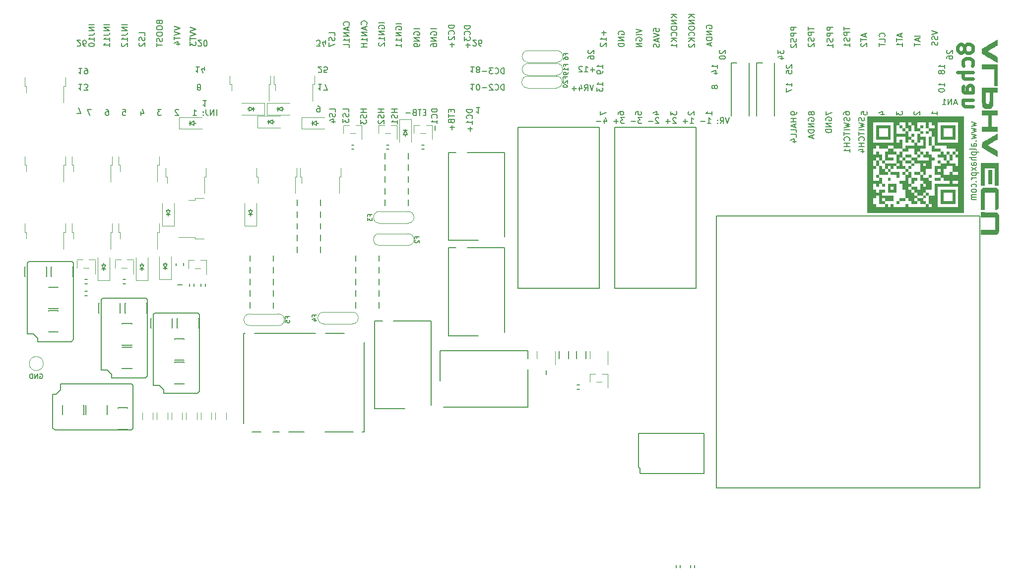
<source format=gbo>
G04 #@! TF.GenerationSoftware,KiCad,Pcbnew,7.0.7-7.0.7~ubuntu22.04.1*
G04 #@! TF.CreationDate,2023-09-10T12:59:51+00:00*
G04 #@! TF.ProjectId,alphax_8ch,616c7068-6178-45f3-9863-682e6b696361,b*
G04 #@! TF.SameCoordinates,PX143caa0PY5f592e0*
G04 #@! TF.FileFunction,Legend,Bot*
G04 #@! TF.FilePolarity,Positive*
%FSLAX46Y46*%
G04 Gerber Fmt 4.6, Leading zero omitted, Abs format (unit mm)*
G04 Created by KiCad (PCBNEW 7.0.7-7.0.7~ubuntu22.04.1) date 2023-09-10 12:59:51*
%MOMM*%
%LPD*%
G01*
G04 APERTURE LIST*
%ADD10C,0.150000*%
%ADD11C,0.200000*%
%ADD12C,0.600000*%
%ADD13C,0.170000*%
%ADD14C,0.127000*%
%ADD15C,0.120000*%
%ADD16C,0.203200*%
G04 APERTURE END LIST*
D10*
X107834819Y96275239D02*
X107834819Y96751429D01*
X107834819Y96751429D02*
X108311009Y96799048D01*
X108311009Y96799048D02*
X108263390Y96751429D01*
X108263390Y96751429D02*
X108215771Y96656191D01*
X108215771Y96656191D02*
X108215771Y96418096D01*
X108215771Y96418096D02*
X108263390Y96322858D01*
X108263390Y96322858D02*
X108311009Y96275239D01*
X108311009Y96275239D02*
X108406247Y96227620D01*
X108406247Y96227620D02*
X108644342Y96227620D01*
X108644342Y96227620D02*
X108739580Y96275239D01*
X108739580Y96275239D02*
X108787200Y96322858D01*
X108787200Y96322858D02*
X108834819Y96418096D01*
X108834819Y96418096D02*
X108834819Y96656191D01*
X108834819Y96656191D02*
X108787200Y96751429D01*
X108787200Y96751429D02*
X108739580Y96799048D01*
X107834819Y95941905D02*
X108834819Y95608572D01*
X108834819Y95608572D02*
X107834819Y95275239D01*
X108549104Y94989524D02*
X108549104Y94513334D01*
X108834819Y95084762D02*
X107834819Y94751429D01*
X107834819Y94751429D02*
X108834819Y94418096D01*
X108787200Y94132381D02*
X108834819Y93989524D01*
X108834819Y93989524D02*
X108834819Y93751429D01*
X108834819Y93751429D02*
X108787200Y93656191D01*
X108787200Y93656191D02*
X108739580Y93608572D01*
X108739580Y93608572D02*
X108644342Y93560953D01*
X108644342Y93560953D02*
X108549104Y93560953D01*
X108549104Y93560953D02*
X108453866Y93608572D01*
X108453866Y93608572D02*
X108406247Y93656191D01*
X108406247Y93656191D02*
X108358628Y93751429D01*
X108358628Y93751429D02*
X108311009Y93941905D01*
X108311009Y93941905D02*
X108263390Y94037143D01*
X108263390Y94037143D02*
X108215771Y94084762D01*
X108215771Y94084762D02*
X108120533Y94132381D01*
X108120533Y94132381D02*
X108025295Y94132381D01*
X108025295Y94132381D02*
X107930057Y94084762D01*
X107930057Y94084762D02*
X107882438Y94037143D01*
X107882438Y94037143D02*
X107834819Y93941905D01*
X107834819Y93941905D02*
X107834819Y93703810D01*
X107834819Y93703810D02*
X107882438Y93560953D01*
X101882438Y95741905D02*
X101834819Y95837143D01*
X101834819Y95837143D02*
X101834819Y95980000D01*
X101834819Y95980000D02*
X101882438Y96122857D01*
X101882438Y96122857D02*
X101977676Y96218095D01*
X101977676Y96218095D02*
X102072914Y96265714D01*
X102072914Y96265714D02*
X102263390Y96313333D01*
X102263390Y96313333D02*
X102406247Y96313333D01*
X102406247Y96313333D02*
X102596723Y96265714D01*
X102596723Y96265714D02*
X102691961Y96218095D01*
X102691961Y96218095D02*
X102787200Y96122857D01*
X102787200Y96122857D02*
X102834819Y95980000D01*
X102834819Y95980000D02*
X102834819Y95884762D01*
X102834819Y95884762D02*
X102787200Y95741905D01*
X102787200Y95741905D02*
X102739580Y95694286D01*
X102739580Y95694286D02*
X102406247Y95694286D01*
X102406247Y95694286D02*
X102406247Y95884762D01*
X102834819Y95265714D02*
X101834819Y95265714D01*
X101834819Y95265714D02*
X102834819Y94694286D01*
X102834819Y94694286D02*
X101834819Y94694286D01*
X102834819Y94218095D02*
X101834819Y94218095D01*
X101834819Y94218095D02*
X101834819Y93980000D01*
X101834819Y93980000D02*
X101882438Y93837143D01*
X101882438Y93837143D02*
X101977676Y93741905D01*
X101977676Y93741905D02*
X102072914Y93694286D01*
X102072914Y93694286D02*
X102263390Y93646667D01*
X102263390Y93646667D02*
X102406247Y93646667D01*
X102406247Y93646667D02*
X102596723Y93694286D01*
X102596723Y93694286D02*
X102691961Y93741905D01*
X102691961Y93741905D02*
X102787200Y93837143D01*
X102787200Y93837143D02*
X102834819Y93980000D01*
X102834819Y93980000D02*
X102834819Y94218095D01*
X134282438Y80970477D02*
X134234819Y81065715D01*
X134234819Y81065715D02*
X134234819Y81208572D01*
X134234819Y81208572D02*
X134282438Y81351429D01*
X134282438Y81351429D02*
X134377676Y81446667D01*
X134377676Y81446667D02*
X134472914Y81494286D01*
X134472914Y81494286D02*
X134663390Y81541905D01*
X134663390Y81541905D02*
X134806247Y81541905D01*
X134806247Y81541905D02*
X134996723Y81494286D01*
X134996723Y81494286D02*
X135091961Y81446667D01*
X135091961Y81446667D02*
X135187200Y81351429D01*
X135187200Y81351429D02*
X135234819Y81208572D01*
X135234819Y81208572D02*
X135234819Y81113334D01*
X135234819Y81113334D02*
X135187200Y80970477D01*
X135187200Y80970477D02*
X135139580Y80922858D01*
X135139580Y80922858D02*
X134806247Y80922858D01*
X134806247Y80922858D02*
X134806247Y81113334D01*
X135234819Y80494286D02*
X134234819Y80494286D01*
X134234819Y80494286D02*
X135234819Y79922858D01*
X135234819Y79922858D02*
X134234819Y79922858D01*
X135234819Y79446667D02*
X134234819Y79446667D01*
X134234819Y79446667D02*
X134234819Y79208572D01*
X134234819Y79208572D02*
X134282438Y79065715D01*
X134282438Y79065715D02*
X134377676Y78970477D01*
X134377676Y78970477D02*
X134472914Y78922858D01*
X134472914Y78922858D02*
X134663390Y78875239D01*
X134663390Y78875239D02*
X134806247Y78875239D01*
X134806247Y78875239D02*
X134996723Y78922858D01*
X134996723Y78922858D02*
X135091961Y78970477D01*
X135091961Y78970477D02*
X135187200Y79065715D01*
X135187200Y79065715D02*
X135234819Y79208572D01*
X135234819Y79208572D02*
X135234819Y79446667D01*
X134949104Y78494286D02*
X134949104Y78018096D01*
X135234819Y78589524D02*
X134234819Y78256191D01*
X134234819Y78256191D02*
X135234819Y77922858D01*
X55834819Y82522858D02*
X55834819Y82999048D01*
X55834819Y82999048D02*
X54834819Y82999048D01*
X55787200Y82237143D02*
X55834819Y82094286D01*
X55834819Y82094286D02*
X55834819Y81856191D01*
X55834819Y81856191D02*
X55787200Y81760953D01*
X55787200Y81760953D02*
X55739580Y81713334D01*
X55739580Y81713334D02*
X55644342Y81665715D01*
X55644342Y81665715D02*
X55549104Y81665715D01*
X55549104Y81665715D02*
X55453866Y81713334D01*
X55453866Y81713334D02*
X55406247Y81760953D01*
X55406247Y81760953D02*
X55358628Y81856191D01*
X55358628Y81856191D02*
X55311009Y82046667D01*
X55311009Y82046667D02*
X55263390Y82141905D01*
X55263390Y82141905D02*
X55215771Y82189524D01*
X55215771Y82189524D02*
X55120533Y82237143D01*
X55120533Y82237143D02*
X55025295Y82237143D01*
X55025295Y82237143D02*
X54930057Y82189524D01*
X54930057Y82189524D02*
X54882438Y82141905D01*
X54882438Y82141905D02*
X54834819Y82046667D01*
X54834819Y82046667D02*
X54834819Y81808572D01*
X54834819Y81808572D02*
X54882438Y81665715D01*
X54834819Y81332381D02*
X54834819Y80713334D01*
X54834819Y80713334D02*
X55215771Y81046667D01*
X55215771Y81046667D02*
X55215771Y80903810D01*
X55215771Y80903810D02*
X55263390Y80808572D01*
X55263390Y80808572D02*
X55311009Y80760953D01*
X55311009Y80760953D02*
X55406247Y80713334D01*
X55406247Y80713334D02*
X55644342Y80713334D01*
X55644342Y80713334D02*
X55739580Y80760953D01*
X55739580Y80760953D02*
X55787200Y80808572D01*
X55787200Y80808572D02*
X55834819Y80903810D01*
X55834819Y80903810D02*
X55834819Y81189524D01*
X55834819Y81189524D02*
X55787200Y81284762D01*
X55787200Y81284762D02*
X55739580Y81332381D01*
X111834819Y99165714D02*
X110834819Y99165714D01*
X111834819Y98594286D02*
X111263390Y99022857D01*
X110834819Y98594286D02*
X111406247Y99165714D01*
X111834819Y98165714D02*
X110834819Y98165714D01*
X110834819Y98165714D02*
X111834819Y97594286D01*
X111834819Y97594286D02*
X110834819Y97594286D01*
X110834819Y96927619D02*
X110834819Y96737143D01*
X110834819Y96737143D02*
X110882438Y96641905D01*
X110882438Y96641905D02*
X110977676Y96546667D01*
X110977676Y96546667D02*
X111168152Y96499048D01*
X111168152Y96499048D02*
X111501485Y96499048D01*
X111501485Y96499048D02*
X111691961Y96546667D01*
X111691961Y96546667D02*
X111787200Y96641905D01*
X111787200Y96641905D02*
X111834819Y96737143D01*
X111834819Y96737143D02*
X111834819Y96927619D01*
X111834819Y96927619D02*
X111787200Y97022857D01*
X111787200Y97022857D02*
X111691961Y97118095D01*
X111691961Y97118095D02*
X111501485Y97165714D01*
X111501485Y97165714D02*
X111168152Y97165714D01*
X111168152Y97165714D02*
X110977676Y97118095D01*
X110977676Y97118095D02*
X110882438Y97022857D01*
X110882438Y97022857D02*
X110834819Y96927619D01*
X111739580Y95499048D02*
X111787200Y95546667D01*
X111787200Y95546667D02*
X111834819Y95689524D01*
X111834819Y95689524D02*
X111834819Y95784762D01*
X111834819Y95784762D02*
X111787200Y95927619D01*
X111787200Y95927619D02*
X111691961Y96022857D01*
X111691961Y96022857D02*
X111596723Y96070476D01*
X111596723Y96070476D02*
X111406247Y96118095D01*
X111406247Y96118095D02*
X111263390Y96118095D01*
X111263390Y96118095D02*
X111072914Y96070476D01*
X111072914Y96070476D02*
X110977676Y96022857D01*
X110977676Y96022857D02*
X110882438Y95927619D01*
X110882438Y95927619D02*
X110834819Y95784762D01*
X110834819Y95784762D02*
X110834819Y95689524D01*
X110834819Y95689524D02*
X110882438Y95546667D01*
X110882438Y95546667D02*
X110930057Y95499048D01*
X111834819Y95070476D02*
X110834819Y95070476D01*
X111834819Y94499048D02*
X111263390Y94927619D01*
X110834819Y94499048D02*
X111406247Y95070476D01*
X111834819Y93546667D02*
X111834819Y94118095D01*
X111834819Y93832381D02*
X110834819Y93832381D01*
X110834819Y93832381D02*
X110977676Y93927619D01*
X110977676Y93927619D02*
X111072914Y94022857D01*
X111072914Y94022857D02*
X111120533Y94118095D01*
X18034819Y97437143D02*
X17034819Y97437143D01*
X18034819Y96960953D02*
X17034819Y96960953D01*
X17034819Y96960953D02*
X18034819Y96389525D01*
X18034819Y96389525D02*
X17034819Y96389525D01*
X17034819Y95627620D02*
X17749104Y95627620D01*
X17749104Y95627620D02*
X17891961Y95675239D01*
X17891961Y95675239D02*
X17987200Y95770477D01*
X17987200Y95770477D02*
X18034819Y95913334D01*
X18034819Y95913334D02*
X18034819Y96008572D01*
X18034819Y94627620D02*
X18034819Y95199048D01*
X18034819Y94913334D02*
X17034819Y94913334D01*
X17034819Y94913334D02*
X17177676Y95008572D01*
X17177676Y95008572D02*
X17272914Y95103810D01*
X17272914Y95103810D02*
X17320533Y95199048D01*
X17130057Y94246667D02*
X17082438Y94199048D01*
X17082438Y94199048D02*
X17034819Y94103810D01*
X17034819Y94103810D02*
X17034819Y93865715D01*
X17034819Y93865715D02*
X17082438Y93770477D01*
X17082438Y93770477D02*
X17130057Y93722858D01*
X17130057Y93722858D02*
X17225295Y93675239D01*
X17225295Y93675239D02*
X17320533Y93675239D01*
X17320533Y93675239D02*
X17463390Y93722858D01*
X17463390Y93722858D02*
X18034819Y94294286D01*
X18034819Y94294286D02*
X18034819Y93675239D01*
X64834819Y97556190D02*
X63834819Y97556190D01*
X63882438Y96556191D02*
X63834819Y96651429D01*
X63834819Y96651429D02*
X63834819Y96794286D01*
X63834819Y96794286D02*
X63882438Y96937143D01*
X63882438Y96937143D02*
X63977676Y97032381D01*
X63977676Y97032381D02*
X64072914Y97080000D01*
X64072914Y97080000D02*
X64263390Y97127619D01*
X64263390Y97127619D02*
X64406247Y97127619D01*
X64406247Y97127619D02*
X64596723Y97080000D01*
X64596723Y97080000D02*
X64691961Y97032381D01*
X64691961Y97032381D02*
X64787200Y96937143D01*
X64787200Y96937143D02*
X64834819Y96794286D01*
X64834819Y96794286D02*
X64834819Y96699048D01*
X64834819Y96699048D02*
X64787200Y96556191D01*
X64787200Y96556191D02*
X64739580Y96508572D01*
X64739580Y96508572D02*
X64406247Y96508572D01*
X64406247Y96508572D02*
X64406247Y96699048D01*
X64834819Y96080000D02*
X63834819Y96080000D01*
X63834819Y96080000D02*
X64834819Y95508572D01*
X64834819Y95508572D02*
X63834819Y95508572D01*
X64834819Y94508572D02*
X64834819Y95080000D01*
X64834819Y94794286D02*
X63834819Y94794286D01*
X63834819Y94794286D02*
X63977676Y94889524D01*
X63977676Y94889524D02*
X64072914Y94984762D01*
X64072914Y94984762D02*
X64120533Y95080000D01*
X64834819Y93556191D02*
X64834819Y94127619D01*
X64834819Y93841905D02*
X63834819Y93841905D01*
X63834819Y93841905D02*
X63977676Y93937143D01*
X63977676Y93937143D02*
X64072914Y94032381D01*
X64072914Y94032381D02*
X64120533Y94127619D01*
D11*
X162124742Y80770476D02*
X162924742Y80580000D01*
X162924742Y80580000D02*
X162353314Y80389524D01*
X162353314Y80389524D02*
X162924742Y80199048D01*
X162924742Y80199048D02*
X162124742Y80008572D01*
X162124742Y79722857D02*
X162924742Y79532381D01*
X162924742Y79532381D02*
X162353314Y79341905D01*
X162353314Y79341905D02*
X162924742Y79151429D01*
X162924742Y79151429D02*
X162124742Y78960953D01*
X162124742Y78675238D02*
X162924742Y78484762D01*
X162924742Y78484762D02*
X162353314Y78294286D01*
X162353314Y78294286D02*
X162924742Y78103810D01*
X162924742Y78103810D02*
X162124742Y77913334D01*
X162810457Y77532381D02*
X162867600Y77484762D01*
X162867600Y77484762D02*
X162924742Y77532381D01*
X162924742Y77532381D02*
X162867600Y77580000D01*
X162867600Y77580000D02*
X162810457Y77532381D01*
X162810457Y77532381D02*
X162924742Y77532381D01*
X162924742Y76627620D02*
X162296171Y76627620D01*
X162296171Y76627620D02*
X162181885Y76675239D01*
X162181885Y76675239D02*
X162124742Y76770477D01*
X162124742Y76770477D02*
X162124742Y76960953D01*
X162124742Y76960953D02*
X162181885Y77056191D01*
X162867600Y76627620D02*
X162924742Y76722858D01*
X162924742Y76722858D02*
X162924742Y76960953D01*
X162924742Y76960953D02*
X162867600Y77056191D01*
X162867600Y77056191D02*
X162753314Y77103810D01*
X162753314Y77103810D02*
X162639028Y77103810D01*
X162639028Y77103810D02*
X162524742Y77056191D01*
X162524742Y77056191D02*
X162467600Y76960953D01*
X162467600Y76960953D02*
X162467600Y76722858D01*
X162467600Y76722858D02*
X162410457Y76627620D01*
X162924742Y76008572D02*
X162867600Y76103810D01*
X162867600Y76103810D02*
X162753314Y76151429D01*
X162753314Y76151429D02*
X161724742Y76151429D01*
X162124742Y75627619D02*
X163324742Y75627619D01*
X162181885Y75627619D02*
X162124742Y75532381D01*
X162124742Y75532381D02*
X162124742Y75341905D01*
X162124742Y75341905D02*
X162181885Y75246667D01*
X162181885Y75246667D02*
X162239028Y75199048D01*
X162239028Y75199048D02*
X162353314Y75151429D01*
X162353314Y75151429D02*
X162696171Y75151429D01*
X162696171Y75151429D02*
X162810457Y75199048D01*
X162810457Y75199048D02*
X162867600Y75246667D01*
X162867600Y75246667D02*
X162924742Y75341905D01*
X162924742Y75341905D02*
X162924742Y75532381D01*
X162924742Y75532381D02*
X162867600Y75627619D01*
X162924742Y74722857D02*
X161724742Y74722857D01*
X162924742Y74294286D02*
X162296171Y74294286D01*
X162296171Y74294286D02*
X162181885Y74341905D01*
X162181885Y74341905D02*
X162124742Y74437143D01*
X162124742Y74437143D02*
X162124742Y74580000D01*
X162124742Y74580000D02*
X162181885Y74675238D01*
X162181885Y74675238D02*
X162239028Y74722857D01*
X162924742Y73389524D02*
X162296171Y73389524D01*
X162296171Y73389524D02*
X162181885Y73437143D01*
X162181885Y73437143D02*
X162124742Y73532381D01*
X162124742Y73532381D02*
X162124742Y73722857D01*
X162124742Y73722857D02*
X162181885Y73818095D01*
X162867600Y73389524D02*
X162924742Y73484762D01*
X162924742Y73484762D02*
X162924742Y73722857D01*
X162924742Y73722857D02*
X162867600Y73818095D01*
X162867600Y73818095D02*
X162753314Y73865714D01*
X162753314Y73865714D02*
X162639028Y73865714D01*
X162639028Y73865714D02*
X162524742Y73818095D01*
X162524742Y73818095D02*
X162467600Y73722857D01*
X162467600Y73722857D02*
X162467600Y73484762D01*
X162467600Y73484762D02*
X162410457Y73389524D01*
X162924742Y73008571D02*
X162124742Y72484762D01*
X162124742Y73008571D02*
X162924742Y72484762D01*
X162124742Y72103809D02*
X163324742Y72103809D01*
X162181885Y72103809D02*
X162124742Y72008571D01*
X162124742Y72008571D02*
X162124742Y71818095D01*
X162124742Y71818095D02*
X162181885Y71722857D01*
X162181885Y71722857D02*
X162239028Y71675238D01*
X162239028Y71675238D02*
X162353314Y71627619D01*
X162353314Y71627619D02*
X162696171Y71627619D01*
X162696171Y71627619D02*
X162810457Y71675238D01*
X162810457Y71675238D02*
X162867600Y71722857D01*
X162867600Y71722857D02*
X162924742Y71818095D01*
X162924742Y71818095D02*
X162924742Y72008571D01*
X162924742Y72008571D02*
X162867600Y72103809D01*
X162924742Y71199047D02*
X162124742Y71199047D01*
X162353314Y71199047D02*
X162239028Y71151428D01*
X162239028Y71151428D02*
X162181885Y71103809D01*
X162181885Y71103809D02*
X162124742Y71008571D01*
X162124742Y71008571D02*
X162124742Y70913333D01*
X162810457Y70579999D02*
X162867600Y70532380D01*
X162867600Y70532380D02*
X162924742Y70579999D01*
X162924742Y70579999D02*
X162867600Y70627618D01*
X162867600Y70627618D02*
X162810457Y70579999D01*
X162810457Y70579999D02*
X162924742Y70579999D01*
X162867600Y69675238D02*
X162924742Y69770476D01*
X162924742Y69770476D02*
X162924742Y69960952D01*
X162924742Y69960952D02*
X162867600Y70056190D01*
X162867600Y70056190D02*
X162810457Y70103809D01*
X162810457Y70103809D02*
X162696171Y70151428D01*
X162696171Y70151428D02*
X162353314Y70151428D01*
X162353314Y70151428D02*
X162239028Y70103809D01*
X162239028Y70103809D02*
X162181885Y70056190D01*
X162181885Y70056190D02*
X162124742Y69960952D01*
X162124742Y69960952D02*
X162124742Y69770476D01*
X162124742Y69770476D02*
X162181885Y69675238D01*
X162924742Y69103809D02*
X162867600Y69199047D01*
X162867600Y69199047D02*
X162810457Y69246666D01*
X162810457Y69246666D02*
X162696171Y69294285D01*
X162696171Y69294285D02*
X162353314Y69294285D01*
X162353314Y69294285D02*
X162239028Y69246666D01*
X162239028Y69246666D02*
X162181885Y69199047D01*
X162181885Y69199047D02*
X162124742Y69103809D01*
X162124742Y69103809D02*
X162124742Y68960952D01*
X162124742Y68960952D02*
X162181885Y68865714D01*
X162181885Y68865714D02*
X162239028Y68818095D01*
X162239028Y68818095D02*
X162353314Y68770476D01*
X162353314Y68770476D02*
X162696171Y68770476D01*
X162696171Y68770476D02*
X162810457Y68818095D01*
X162810457Y68818095D02*
X162867600Y68865714D01*
X162867600Y68865714D02*
X162924742Y68960952D01*
X162924742Y68960952D02*
X162924742Y69103809D01*
X162924742Y68341904D02*
X162124742Y68341904D01*
X162239028Y68341904D02*
X162181885Y68294285D01*
X162181885Y68294285D02*
X162124742Y68199047D01*
X162124742Y68199047D02*
X162124742Y68056190D01*
X162124742Y68056190D02*
X162181885Y67960952D01*
X162181885Y67960952D02*
X162296171Y67913333D01*
X162296171Y67913333D02*
X162924742Y67913333D01*
X162296171Y67913333D02*
X162181885Y67865714D01*
X162181885Y67865714D02*
X162124742Y67770476D01*
X162124742Y67770476D02*
X162124742Y67627619D01*
X162124742Y67627619D02*
X162181885Y67532380D01*
X162181885Y67532380D02*
X162296171Y67484761D01*
X162296171Y67484761D02*
X162924742Y67484761D01*
D10*
X114834819Y99165714D02*
X113834819Y99165714D01*
X114834819Y98594286D02*
X114263390Y99022857D01*
X113834819Y98594286D02*
X114406247Y99165714D01*
X114834819Y98165714D02*
X113834819Y98165714D01*
X113834819Y98165714D02*
X114834819Y97594286D01*
X114834819Y97594286D02*
X113834819Y97594286D01*
X113834819Y96927619D02*
X113834819Y96737143D01*
X113834819Y96737143D02*
X113882438Y96641905D01*
X113882438Y96641905D02*
X113977676Y96546667D01*
X113977676Y96546667D02*
X114168152Y96499048D01*
X114168152Y96499048D02*
X114501485Y96499048D01*
X114501485Y96499048D02*
X114691961Y96546667D01*
X114691961Y96546667D02*
X114787200Y96641905D01*
X114787200Y96641905D02*
X114834819Y96737143D01*
X114834819Y96737143D02*
X114834819Y96927619D01*
X114834819Y96927619D02*
X114787200Y97022857D01*
X114787200Y97022857D02*
X114691961Y97118095D01*
X114691961Y97118095D02*
X114501485Y97165714D01*
X114501485Y97165714D02*
X114168152Y97165714D01*
X114168152Y97165714D02*
X113977676Y97118095D01*
X113977676Y97118095D02*
X113882438Y97022857D01*
X113882438Y97022857D02*
X113834819Y96927619D01*
X114739580Y95499048D02*
X114787200Y95546667D01*
X114787200Y95546667D02*
X114834819Y95689524D01*
X114834819Y95689524D02*
X114834819Y95784762D01*
X114834819Y95784762D02*
X114787200Y95927619D01*
X114787200Y95927619D02*
X114691961Y96022857D01*
X114691961Y96022857D02*
X114596723Y96070476D01*
X114596723Y96070476D02*
X114406247Y96118095D01*
X114406247Y96118095D02*
X114263390Y96118095D01*
X114263390Y96118095D02*
X114072914Y96070476D01*
X114072914Y96070476D02*
X113977676Y96022857D01*
X113977676Y96022857D02*
X113882438Y95927619D01*
X113882438Y95927619D02*
X113834819Y95784762D01*
X113834819Y95784762D02*
X113834819Y95689524D01*
X113834819Y95689524D02*
X113882438Y95546667D01*
X113882438Y95546667D02*
X113930057Y95499048D01*
X114834819Y95070476D02*
X113834819Y95070476D01*
X114834819Y94499048D02*
X114263390Y94927619D01*
X113834819Y94499048D02*
X114406247Y95070476D01*
X113930057Y94118095D02*
X113882438Y94070476D01*
X113882438Y94070476D02*
X113834819Y93975238D01*
X113834819Y93975238D02*
X113834819Y93737143D01*
X113834819Y93737143D02*
X113882438Y93641905D01*
X113882438Y93641905D02*
X113930057Y93594286D01*
X113930057Y93594286D02*
X114025295Y93546667D01*
X114025295Y93546667D02*
X114120533Y93546667D01*
X114120533Y93546667D02*
X114263390Y93594286D01*
X114263390Y93594286D02*
X114834819Y94165714D01*
X114834819Y94165714D02*
X114834819Y93546667D01*
X138434819Y96994286D02*
X137434819Y96994286D01*
X137434819Y96994286D02*
X137434819Y96613334D01*
X137434819Y96613334D02*
X137482438Y96518096D01*
X137482438Y96518096D02*
X137530057Y96470477D01*
X137530057Y96470477D02*
X137625295Y96422858D01*
X137625295Y96422858D02*
X137768152Y96422858D01*
X137768152Y96422858D02*
X137863390Y96470477D01*
X137863390Y96470477D02*
X137911009Y96518096D01*
X137911009Y96518096D02*
X137958628Y96613334D01*
X137958628Y96613334D02*
X137958628Y96994286D01*
X138434819Y95994286D02*
X137434819Y95994286D01*
X137434819Y95994286D02*
X137434819Y95613334D01*
X137434819Y95613334D02*
X137482438Y95518096D01*
X137482438Y95518096D02*
X137530057Y95470477D01*
X137530057Y95470477D02*
X137625295Y95422858D01*
X137625295Y95422858D02*
X137768152Y95422858D01*
X137768152Y95422858D02*
X137863390Y95470477D01*
X137863390Y95470477D02*
X137911009Y95518096D01*
X137911009Y95518096D02*
X137958628Y95613334D01*
X137958628Y95613334D02*
X137958628Y95994286D01*
X138387200Y95041905D02*
X138434819Y94899048D01*
X138434819Y94899048D02*
X138434819Y94660953D01*
X138434819Y94660953D02*
X138387200Y94565715D01*
X138387200Y94565715D02*
X138339580Y94518096D01*
X138339580Y94518096D02*
X138244342Y94470477D01*
X138244342Y94470477D02*
X138149104Y94470477D01*
X138149104Y94470477D02*
X138053866Y94518096D01*
X138053866Y94518096D02*
X138006247Y94565715D01*
X138006247Y94565715D02*
X137958628Y94660953D01*
X137958628Y94660953D02*
X137911009Y94851429D01*
X137911009Y94851429D02*
X137863390Y94946667D01*
X137863390Y94946667D02*
X137815771Y94994286D01*
X137815771Y94994286D02*
X137720533Y95041905D01*
X137720533Y95041905D02*
X137625295Y95041905D01*
X137625295Y95041905D02*
X137530057Y94994286D01*
X137530057Y94994286D02*
X137482438Y94946667D01*
X137482438Y94946667D02*
X137434819Y94851429D01*
X137434819Y94851429D02*
X137434819Y94613334D01*
X137434819Y94613334D02*
X137482438Y94470477D01*
X138434819Y93518096D02*
X138434819Y94089524D01*
X138434819Y93803810D02*
X137434819Y93803810D01*
X137434819Y93803810D02*
X137577676Y93899048D01*
X137577676Y93899048D02*
X137672914Y93994286D01*
X137672914Y93994286D02*
X137720533Y94089524D01*
X82337142Y86225181D02*
X82337142Y87225181D01*
X82337142Y87225181D02*
X82099047Y87225181D01*
X82099047Y87225181D02*
X81956190Y87177562D01*
X81956190Y87177562D02*
X81860952Y87082324D01*
X81860952Y87082324D02*
X81813333Y86987086D01*
X81813333Y86987086D02*
X81765714Y86796610D01*
X81765714Y86796610D02*
X81765714Y86653753D01*
X81765714Y86653753D02*
X81813333Y86463277D01*
X81813333Y86463277D02*
X81860952Y86368039D01*
X81860952Y86368039D02*
X81956190Y86272800D01*
X81956190Y86272800D02*
X82099047Y86225181D01*
X82099047Y86225181D02*
X82337142Y86225181D01*
X80765714Y86320420D02*
X80813333Y86272800D01*
X80813333Y86272800D02*
X80956190Y86225181D01*
X80956190Y86225181D02*
X81051428Y86225181D01*
X81051428Y86225181D02*
X81194285Y86272800D01*
X81194285Y86272800D02*
X81289523Y86368039D01*
X81289523Y86368039D02*
X81337142Y86463277D01*
X81337142Y86463277D02*
X81384761Y86653753D01*
X81384761Y86653753D02*
X81384761Y86796610D01*
X81384761Y86796610D02*
X81337142Y86987086D01*
X81337142Y86987086D02*
X81289523Y87082324D01*
X81289523Y87082324D02*
X81194285Y87177562D01*
X81194285Y87177562D02*
X81051428Y87225181D01*
X81051428Y87225181D02*
X80956190Y87225181D01*
X80956190Y87225181D02*
X80813333Y87177562D01*
X80813333Y87177562D02*
X80765714Y87129943D01*
X80384761Y87129943D02*
X80337142Y87177562D01*
X80337142Y87177562D02*
X80241904Y87225181D01*
X80241904Y87225181D02*
X80003809Y87225181D01*
X80003809Y87225181D02*
X79908571Y87177562D01*
X79908571Y87177562D02*
X79860952Y87129943D01*
X79860952Y87129943D02*
X79813333Y87034705D01*
X79813333Y87034705D02*
X79813333Y86939467D01*
X79813333Y86939467D02*
X79860952Y86796610D01*
X79860952Y86796610D02*
X80432380Y86225181D01*
X80432380Y86225181D02*
X79813333Y86225181D01*
X79384761Y86606134D02*
X78622857Y86606134D01*
X53534819Y82522858D02*
X53534819Y82999048D01*
X53534819Y82999048D02*
X52534819Y82999048D01*
X53487200Y82237143D02*
X53534819Y82094286D01*
X53534819Y82094286D02*
X53534819Y81856191D01*
X53534819Y81856191D02*
X53487200Y81760953D01*
X53487200Y81760953D02*
X53439580Y81713334D01*
X53439580Y81713334D02*
X53344342Y81665715D01*
X53344342Y81665715D02*
X53249104Y81665715D01*
X53249104Y81665715D02*
X53153866Y81713334D01*
X53153866Y81713334D02*
X53106247Y81760953D01*
X53106247Y81760953D02*
X53058628Y81856191D01*
X53058628Y81856191D02*
X53011009Y82046667D01*
X53011009Y82046667D02*
X52963390Y82141905D01*
X52963390Y82141905D02*
X52915771Y82189524D01*
X52915771Y82189524D02*
X52820533Y82237143D01*
X52820533Y82237143D02*
X52725295Y82237143D01*
X52725295Y82237143D02*
X52630057Y82189524D01*
X52630057Y82189524D02*
X52582438Y82141905D01*
X52582438Y82141905D02*
X52534819Y82046667D01*
X52534819Y82046667D02*
X52534819Y81808572D01*
X52534819Y81808572D02*
X52582438Y81665715D01*
X52868152Y80808572D02*
X53534819Y80808572D01*
X52487200Y81046667D02*
X53201485Y81284762D01*
X53201485Y81284762D02*
X53201485Y80665715D01*
X12434819Y97437143D02*
X11434819Y97437143D01*
X12434819Y96960953D02*
X11434819Y96960953D01*
X11434819Y96960953D02*
X12434819Y96389525D01*
X12434819Y96389525D02*
X11434819Y96389525D01*
X11434819Y95627620D02*
X12149104Y95627620D01*
X12149104Y95627620D02*
X12291961Y95675239D01*
X12291961Y95675239D02*
X12387200Y95770477D01*
X12387200Y95770477D02*
X12434819Y95913334D01*
X12434819Y95913334D02*
X12434819Y96008572D01*
X12434819Y94627620D02*
X12434819Y95199048D01*
X12434819Y94913334D02*
X11434819Y94913334D01*
X11434819Y94913334D02*
X11577676Y95008572D01*
X11577676Y95008572D02*
X11672914Y95103810D01*
X11672914Y95103810D02*
X11720533Y95199048D01*
X11434819Y94008572D02*
X11434819Y93913334D01*
X11434819Y93913334D02*
X11482438Y93818096D01*
X11482438Y93818096D02*
X11530057Y93770477D01*
X11530057Y93770477D02*
X11625295Y93722858D01*
X11625295Y93722858D02*
X11815771Y93675239D01*
X11815771Y93675239D02*
X12053866Y93675239D01*
X12053866Y93675239D02*
X12244342Y93722858D01*
X12244342Y93722858D02*
X12339580Y93770477D01*
X12339580Y93770477D02*
X12387200Y93818096D01*
X12387200Y93818096D02*
X12434819Y93913334D01*
X12434819Y93913334D02*
X12434819Y94008572D01*
X12434819Y94008572D02*
X12387200Y94103810D01*
X12387200Y94103810D02*
X12339580Y94151429D01*
X12339580Y94151429D02*
X12244342Y94199048D01*
X12244342Y94199048D02*
X12053866Y94246667D01*
X12053866Y94246667D02*
X11815771Y94246667D01*
X11815771Y94246667D02*
X11625295Y94199048D01*
X11625295Y94199048D02*
X11530057Y94151429D01*
X11530057Y94151429D02*
X11482438Y94103810D01*
X11482438Y94103810D02*
X11434819Y94008572D01*
X140334819Y97018095D02*
X140334819Y96446667D01*
X141334819Y96732381D02*
X140334819Y96732381D01*
X141334819Y96113333D02*
X140334819Y96113333D01*
X140334819Y96113333D02*
X140334819Y95732381D01*
X140334819Y95732381D02*
X140382438Y95637143D01*
X140382438Y95637143D02*
X140430057Y95589524D01*
X140430057Y95589524D02*
X140525295Y95541905D01*
X140525295Y95541905D02*
X140668152Y95541905D01*
X140668152Y95541905D02*
X140763390Y95589524D01*
X140763390Y95589524D02*
X140811009Y95637143D01*
X140811009Y95637143D02*
X140858628Y95732381D01*
X140858628Y95732381D02*
X140858628Y96113333D01*
X141287200Y95160952D02*
X141334819Y95018095D01*
X141334819Y95018095D02*
X141334819Y94780000D01*
X141334819Y94780000D02*
X141287200Y94684762D01*
X141287200Y94684762D02*
X141239580Y94637143D01*
X141239580Y94637143D02*
X141144342Y94589524D01*
X141144342Y94589524D02*
X141049104Y94589524D01*
X141049104Y94589524D02*
X140953866Y94637143D01*
X140953866Y94637143D02*
X140906247Y94684762D01*
X140906247Y94684762D02*
X140858628Y94780000D01*
X140858628Y94780000D02*
X140811009Y94970476D01*
X140811009Y94970476D02*
X140763390Y95065714D01*
X140763390Y95065714D02*
X140715771Y95113333D01*
X140715771Y95113333D02*
X140620533Y95160952D01*
X140620533Y95160952D02*
X140525295Y95160952D01*
X140525295Y95160952D02*
X140430057Y95113333D01*
X140430057Y95113333D02*
X140382438Y95065714D01*
X140382438Y95065714D02*
X140334819Y94970476D01*
X140334819Y94970476D02*
X140334819Y94732381D01*
X140334819Y94732381D02*
X140382438Y94589524D01*
X141334819Y93637143D02*
X141334819Y94208571D01*
X141334819Y93922857D02*
X140334819Y93922857D01*
X140334819Y93922857D02*
X140477676Y94018095D01*
X140477676Y94018095D02*
X140572914Y94113333D01*
X140572914Y94113333D02*
X140620533Y94208571D01*
X116882438Y96770477D02*
X116834819Y96865715D01*
X116834819Y96865715D02*
X116834819Y97008572D01*
X116834819Y97008572D02*
X116882438Y97151429D01*
X116882438Y97151429D02*
X116977676Y97246667D01*
X116977676Y97246667D02*
X117072914Y97294286D01*
X117072914Y97294286D02*
X117263390Y97341905D01*
X117263390Y97341905D02*
X117406247Y97341905D01*
X117406247Y97341905D02*
X117596723Y97294286D01*
X117596723Y97294286D02*
X117691961Y97246667D01*
X117691961Y97246667D02*
X117787200Y97151429D01*
X117787200Y97151429D02*
X117834819Y97008572D01*
X117834819Y97008572D02*
X117834819Y96913334D01*
X117834819Y96913334D02*
X117787200Y96770477D01*
X117787200Y96770477D02*
X117739580Y96722858D01*
X117739580Y96722858D02*
X117406247Y96722858D01*
X117406247Y96722858D02*
X117406247Y96913334D01*
X117834819Y96294286D02*
X116834819Y96294286D01*
X116834819Y96294286D02*
X117834819Y95722858D01*
X117834819Y95722858D02*
X116834819Y95722858D01*
X117834819Y95246667D02*
X116834819Y95246667D01*
X116834819Y95246667D02*
X116834819Y95008572D01*
X116834819Y95008572D02*
X116882438Y94865715D01*
X116882438Y94865715D02*
X116977676Y94770477D01*
X116977676Y94770477D02*
X117072914Y94722858D01*
X117072914Y94722858D02*
X117263390Y94675239D01*
X117263390Y94675239D02*
X117406247Y94675239D01*
X117406247Y94675239D02*
X117596723Y94722858D01*
X117596723Y94722858D02*
X117691961Y94770477D01*
X117691961Y94770477D02*
X117787200Y94865715D01*
X117787200Y94865715D02*
X117834819Y95008572D01*
X117834819Y95008572D02*
X117834819Y95246667D01*
X117549104Y94294286D02*
X117549104Y93818096D01*
X117834819Y94389524D02*
X116834819Y94056191D01*
X116834819Y94056191D02*
X117834819Y93722858D01*
X76534819Y97237143D02*
X75534819Y97237143D01*
X75534819Y97237143D02*
X75534819Y96999048D01*
X75534819Y96999048D02*
X75582438Y96856191D01*
X75582438Y96856191D02*
X75677676Y96760953D01*
X75677676Y96760953D02*
X75772914Y96713334D01*
X75772914Y96713334D02*
X75963390Y96665715D01*
X75963390Y96665715D02*
X76106247Y96665715D01*
X76106247Y96665715D02*
X76296723Y96713334D01*
X76296723Y96713334D02*
X76391961Y96760953D01*
X76391961Y96760953D02*
X76487200Y96856191D01*
X76487200Y96856191D02*
X76534819Y96999048D01*
X76534819Y96999048D02*
X76534819Y97237143D01*
X76439580Y95665715D02*
X76487200Y95713334D01*
X76487200Y95713334D02*
X76534819Y95856191D01*
X76534819Y95856191D02*
X76534819Y95951429D01*
X76534819Y95951429D02*
X76487200Y96094286D01*
X76487200Y96094286D02*
X76391961Y96189524D01*
X76391961Y96189524D02*
X76296723Y96237143D01*
X76296723Y96237143D02*
X76106247Y96284762D01*
X76106247Y96284762D02*
X75963390Y96284762D01*
X75963390Y96284762D02*
X75772914Y96237143D01*
X75772914Y96237143D02*
X75677676Y96189524D01*
X75677676Y96189524D02*
X75582438Y96094286D01*
X75582438Y96094286D02*
X75534819Y95951429D01*
X75534819Y95951429D02*
X75534819Y95856191D01*
X75534819Y95856191D02*
X75582438Y95713334D01*
X75582438Y95713334D02*
X75630057Y95665715D01*
X75534819Y95332381D02*
X75534819Y94713334D01*
X75534819Y94713334D02*
X75915771Y95046667D01*
X75915771Y95046667D02*
X75915771Y94903810D01*
X75915771Y94903810D02*
X75963390Y94808572D01*
X75963390Y94808572D02*
X76011009Y94760953D01*
X76011009Y94760953D02*
X76106247Y94713334D01*
X76106247Y94713334D02*
X76344342Y94713334D01*
X76344342Y94713334D02*
X76439580Y94760953D01*
X76439580Y94760953D02*
X76487200Y94808572D01*
X76487200Y94808572D02*
X76534819Y94903810D01*
X76534819Y94903810D02*
X76534819Y95189524D01*
X76534819Y95189524D02*
X76487200Y95284762D01*
X76487200Y95284762D02*
X76439580Y95332381D01*
X76153866Y94284762D02*
X76153866Y93522857D01*
X76534819Y93903810D02*
X75772914Y93903810D01*
X137282438Y81041905D02*
X137234819Y81137143D01*
X137234819Y81137143D02*
X137234819Y81280000D01*
X137234819Y81280000D02*
X137282438Y81422857D01*
X137282438Y81422857D02*
X137377676Y81518095D01*
X137377676Y81518095D02*
X137472914Y81565714D01*
X137472914Y81565714D02*
X137663390Y81613333D01*
X137663390Y81613333D02*
X137806247Y81613333D01*
X137806247Y81613333D02*
X137996723Y81565714D01*
X137996723Y81565714D02*
X138091961Y81518095D01*
X138091961Y81518095D02*
X138187200Y81422857D01*
X138187200Y81422857D02*
X138234819Y81280000D01*
X138234819Y81280000D02*
X138234819Y81184762D01*
X138234819Y81184762D02*
X138187200Y81041905D01*
X138187200Y81041905D02*
X138139580Y80994286D01*
X138139580Y80994286D02*
X137806247Y80994286D01*
X137806247Y80994286D02*
X137806247Y81184762D01*
X138234819Y80565714D02*
X137234819Y80565714D01*
X137234819Y80565714D02*
X138234819Y79994286D01*
X138234819Y79994286D02*
X137234819Y79994286D01*
X138234819Y79518095D02*
X137234819Y79518095D01*
X137234819Y79518095D02*
X137234819Y79280000D01*
X137234819Y79280000D02*
X137282438Y79137143D01*
X137282438Y79137143D02*
X137377676Y79041905D01*
X137377676Y79041905D02*
X137472914Y78994286D01*
X137472914Y78994286D02*
X137663390Y78946667D01*
X137663390Y78946667D02*
X137806247Y78946667D01*
X137806247Y78946667D02*
X137996723Y78994286D01*
X137996723Y78994286D02*
X138091961Y79041905D01*
X138091961Y79041905D02*
X138187200Y79137143D01*
X138187200Y79137143D02*
X138234819Y79280000D01*
X138234819Y79280000D02*
X138234819Y79518095D01*
X150049104Y95875238D02*
X150049104Y95399048D01*
X150334819Y95970476D02*
X149334819Y95637143D01*
X149334819Y95637143D02*
X150334819Y95303810D01*
X149334819Y95113333D02*
X149334819Y94541905D01*
X150334819Y94827619D02*
X149334819Y94827619D01*
X150334819Y93684762D02*
X150334819Y94256190D01*
X150334819Y93970476D02*
X149334819Y93970476D01*
X149334819Y93970476D02*
X149477676Y94065714D01*
X149477676Y94065714D02*
X149572914Y94160952D01*
X149572914Y94160952D02*
X149620533Y94256190D01*
X53434819Y95522858D02*
X53434819Y95999048D01*
X53434819Y95999048D02*
X52434819Y95999048D01*
X53387200Y95237143D02*
X53434819Y95094286D01*
X53434819Y95094286D02*
X53434819Y94856191D01*
X53434819Y94856191D02*
X53387200Y94760953D01*
X53387200Y94760953D02*
X53339580Y94713334D01*
X53339580Y94713334D02*
X53244342Y94665715D01*
X53244342Y94665715D02*
X53149104Y94665715D01*
X53149104Y94665715D02*
X53053866Y94713334D01*
X53053866Y94713334D02*
X53006247Y94760953D01*
X53006247Y94760953D02*
X52958628Y94856191D01*
X52958628Y94856191D02*
X52911009Y95046667D01*
X52911009Y95046667D02*
X52863390Y95141905D01*
X52863390Y95141905D02*
X52815771Y95189524D01*
X52815771Y95189524D02*
X52720533Y95237143D01*
X52720533Y95237143D02*
X52625295Y95237143D01*
X52625295Y95237143D02*
X52530057Y95189524D01*
X52530057Y95189524D02*
X52482438Y95141905D01*
X52482438Y95141905D02*
X52434819Y95046667D01*
X52434819Y95046667D02*
X52434819Y94808572D01*
X52434819Y94808572D02*
X52482438Y94665715D01*
X52434819Y94332381D02*
X52434819Y93665715D01*
X52434819Y93665715D02*
X53434819Y94094286D01*
D12*
X160865895Y93594788D02*
X160742085Y93842407D01*
X160742085Y93842407D02*
X160618276Y93966217D01*
X160618276Y93966217D02*
X160370657Y94090026D01*
X160370657Y94090026D02*
X160246847Y94090026D01*
X160246847Y94090026D02*
X159999228Y93966217D01*
X159999228Y93966217D02*
X159875419Y93842407D01*
X159875419Y93842407D02*
X159751609Y93594788D01*
X159751609Y93594788D02*
X159751609Y93099550D01*
X159751609Y93099550D02*
X159875419Y92851931D01*
X159875419Y92851931D02*
X159999228Y92728122D01*
X159999228Y92728122D02*
X160246847Y92604312D01*
X160246847Y92604312D02*
X160370657Y92604312D01*
X160370657Y92604312D02*
X160618276Y92728122D01*
X160618276Y92728122D02*
X160742085Y92851931D01*
X160742085Y92851931D02*
X160865895Y93099550D01*
X160865895Y93099550D02*
X160865895Y93594788D01*
X160865895Y93594788D02*
X160989704Y93842407D01*
X160989704Y93842407D02*
X161113514Y93966217D01*
X161113514Y93966217D02*
X161361133Y94090026D01*
X161361133Y94090026D02*
X161856371Y94090026D01*
X161856371Y94090026D02*
X162103990Y93966217D01*
X162103990Y93966217D02*
X162227800Y93842407D01*
X162227800Y93842407D02*
X162351609Y93594788D01*
X162351609Y93594788D02*
X162351609Y93099550D01*
X162351609Y93099550D02*
X162227800Y92851931D01*
X162227800Y92851931D02*
X162103990Y92728122D01*
X162103990Y92728122D02*
X161856371Y92604312D01*
X161856371Y92604312D02*
X161361133Y92604312D01*
X161361133Y92604312D02*
X161113514Y92728122D01*
X161113514Y92728122D02*
X160989704Y92851931D01*
X160989704Y92851931D02*
X160865895Y93099550D01*
X162227800Y90375741D02*
X162351609Y90623360D01*
X162351609Y90623360D02*
X162351609Y91118598D01*
X162351609Y91118598D02*
X162227800Y91366217D01*
X162227800Y91366217D02*
X162103990Y91490027D01*
X162103990Y91490027D02*
X161856371Y91613836D01*
X161856371Y91613836D02*
X161113514Y91613836D01*
X161113514Y91613836D02*
X160865895Y91490027D01*
X160865895Y91490027D02*
X160742085Y91366217D01*
X160742085Y91366217D02*
X160618276Y91118598D01*
X160618276Y91118598D02*
X160618276Y90623360D01*
X160618276Y90623360D02*
X160742085Y90375741D01*
X162351609Y89261456D02*
X159751609Y89261456D01*
X162351609Y88147170D02*
X160989704Y88147170D01*
X160989704Y88147170D02*
X160742085Y88270980D01*
X160742085Y88270980D02*
X160618276Y88518599D01*
X160618276Y88518599D02*
X160618276Y88890027D01*
X160618276Y88890027D02*
X160742085Y89137646D01*
X160742085Y89137646D02*
X160865895Y89261456D01*
X162351609Y85794789D02*
X160989704Y85794789D01*
X160989704Y85794789D02*
X160742085Y85918599D01*
X160742085Y85918599D02*
X160618276Y86166218D01*
X160618276Y86166218D02*
X160618276Y86661456D01*
X160618276Y86661456D02*
X160742085Y86909075D01*
X162227800Y85794789D02*
X162351609Y86042408D01*
X162351609Y86042408D02*
X162351609Y86661456D01*
X162351609Y86661456D02*
X162227800Y86909075D01*
X162227800Y86909075D02*
X161980180Y87032884D01*
X161980180Y87032884D02*
X161732561Y87032884D01*
X161732561Y87032884D02*
X161484942Y86909075D01*
X161484942Y86909075D02*
X161361133Y86661456D01*
X161361133Y86661456D02*
X161361133Y86042408D01*
X161361133Y86042408D02*
X161237323Y85794789D01*
X160618276Y84556694D02*
X162351609Y84556694D01*
X160865895Y84556694D02*
X160742085Y84432884D01*
X160742085Y84432884D02*
X160618276Y84185265D01*
X160618276Y84185265D02*
X160618276Y83813837D01*
X160618276Y83813837D02*
X160742085Y83566218D01*
X160742085Y83566218D02*
X160989704Y83442408D01*
X160989704Y83442408D02*
X162351609Y83442408D01*
D10*
X141287200Y81556190D02*
X141334819Y81413333D01*
X141334819Y81413333D02*
X141334819Y81175238D01*
X141334819Y81175238D02*
X141287200Y81080000D01*
X141287200Y81080000D02*
X141239580Y81032381D01*
X141239580Y81032381D02*
X141144342Y80984762D01*
X141144342Y80984762D02*
X141049104Y80984762D01*
X141049104Y80984762D02*
X140953866Y81032381D01*
X140953866Y81032381D02*
X140906247Y81080000D01*
X140906247Y81080000D02*
X140858628Y81175238D01*
X140858628Y81175238D02*
X140811009Y81365714D01*
X140811009Y81365714D02*
X140763390Y81460952D01*
X140763390Y81460952D02*
X140715771Y81508571D01*
X140715771Y81508571D02*
X140620533Y81556190D01*
X140620533Y81556190D02*
X140525295Y81556190D01*
X140525295Y81556190D02*
X140430057Y81508571D01*
X140430057Y81508571D02*
X140382438Y81460952D01*
X140382438Y81460952D02*
X140334819Y81365714D01*
X140334819Y81365714D02*
X140334819Y81127619D01*
X140334819Y81127619D02*
X140382438Y80984762D01*
X140334819Y80651428D02*
X141334819Y80413333D01*
X141334819Y80413333D02*
X140620533Y80222857D01*
X140620533Y80222857D02*
X141334819Y80032381D01*
X141334819Y80032381D02*
X140334819Y79794285D01*
X141334819Y79413333D02*
X140334819Y79413333D01*
X140334819Y79080000D02*
X140334819Y78508572D01*
X141334819Y78794286D02*
X140334819Y78794286D01*
X141239580Y77603810D02*
X141287200Y77651429D01*
X141287200Y77651429D02*
X141334819Y77794286D01*
X141334819Y77794286D02*
X141334819Y77889524D01*
X141334819Y77889524D02*
X141287200Y78032381D01*
X141287200Y78032381D02*
X141191961Y78127619D01*
X141191961Y78127619D02*
X141096723Y78175238D01*
X141096723Y78175238D02*
X140906247Y78222857D01*
X140906247Y78222857D02*
X140763390Y78222857D01*
X140763390Y78222857D02*
X140572914Y78175238D01*
X140572914Y78175238D02*
X140477676Y78127619D01*
X140477676Y78127619D02*
X140382438Y78032381D01*
X140382438Y78032381D02*
X140334819Y77889524D01*
X140334819Y77889524D02*
X140334819Y77794286D01*
X140334819Y77794286D02*
X140382438Y77651429D01*
X140382438Y77651429D02*
X140430057Y77603810D01*
X141334819Y77175238D02*
X140334819Y77175238D01*
X140811009Y77175238D02*
X140811009Y76603810D01*
X141334819Y76603810D02*
X140334819Y76603810D01*
X141334819Y75603810D02*
X141334819Y76175238D01*
X141334819Y75889524D02*
X140334819Y75889524D01*
X140334819Y75889524D02*
X140477676Y75984762D01*
X140477676Y75984762D02*
X140572914Y76080000D01*
X140572914Y76080000D02*
X140620533Y76175238D01*
X104834819Y96675238D02*
X105834819Y96341905D01*
X105834819Y96341905D02*
X104834819Y96008572D01*
X105834819Y95675238D02*
X104834819Y95675238D01*
X104882438Y94675239D02*
X104834819Y94770477D01*
X104834819Y94770477D02*
X104834819Y94913334D01*
X104834819Y94913334D02*
X104882438Y95056191D01*
X104882438Y95056191D02*
X104977676Y95151429D01*
X104977676Y95151429D02*
X105072914Y95199048D01*
X105072914Y95199048D02*
X105263390Y95246667D01*
X105263390Y95246667D02*
X105406247Y95246667D01*
X105406247Y95246667D02*
X105596723Y95199048D01*
X105596723Y95199048D02*
X105691961Y95151429D01*
X105691961Y95151429D02*
X105787200Y95056191D01*
X105787200Y95056191D02*
X105834819Y94913334D01*
X105834819Y94913334D02*
X105834819Y94818096D01*
X105834819Y94818096D02*
X105787200Y94675239D01*
X105787200Y94675239D02*
X105739580Y94627620D01*
X105739580Y94627620D02*
X105406247Y94627620D01*
X105406247Y94627620D02*
X105406247Y94818096D01*
X105834819Y94199048D02*
X104834819Y94199048D01*
X104834819Y94199048D02*
X105834819Y93627620D01*
X105834819Y93627620D02*
X104834819Y93627620D01*
X61834819Y83018095D02*
X60834819Y83018095D01*
X61311009Y83018095D02*
X61311009Y82446667D01*
X61834819Y82446667D02*
X60834819Y82446667D01*
X61787200Y82018095D02*
X61834819Y81875238D01*
X61834819Y81875238D02*
X61834819Y81637143D01*
X61834819Y81637143D02*
X61787200Y81541905D01*
X61787200Y81541905D02*
X61739580Y81494286D01*
X61739580Y81494286D02*
X61644342Y81446667D01*
X61644342Y81446667D02*
X61549104Y81446667D01*
X61549104Y81446667D02*
X61453866Y81494286D01*
X61453866Y81494286D02*
X61406247Y81541905D01*
X61406247Y81541905D02*
X61358628Y81637143D01*
X61358628Y81637143D02*
X61311009Y81827619D01*
X61311009Y81827619D02*
X61263390Y81922857D01*
X61263390Y81922857D02*
X61215771Y81970476D01*
X61215771Y81970476D02*
X61120533Y82018095D01*
X61120533Y82018095D02*
X61025295Y82018095D01*
X61025295Y82018095D02*
X60930057Y81970476D01*
X60930057Y81970476D02*
X60882438Y81922857D01*
X60882438Y81922857D02*
X60834819Y81827619D01*
X60834819Y81827619D02*
X60834819Y81589524D01*
X60834819Y81589524D02*
X60882438Y81446667D01*
X60930057Y81065714D02*
X60882438Y81018095D01*
X60882438Y81018095D02*
X60834819Y80922857D01*
X60834819Y80922857D02*
X60834819Y80684762D01*
X60834819Y80684762D02*
X60882438Y80589524D01*
X60882438Y80589524D02*
X60930057Y80541905D01*
X60930057Y80541905D02*
X61025295Y80494286D01*
X61025295Y80494286D02*
X61120533Y80494286D01*
X61120533Y80494286D02*
X61263390Y80541905D01*
X61263390Y80541905D02*
X61834819Y81113333D01*
X61834819Y81113333D02*
X61834819Y80494286D01*
X134234819Y97018095D02*
X134234819Y96446667D01*
X135234819Y96732381D02*
X134234819Y96732381D01*
X135234819Y96113333D02*
X134234819Y96113333D01*
X134234819Y96113333D02*
X134234819Y95732381D01*
X134234819Y95732381D02*
X134282438Y95637143D01*
X134282438Y95637143D02*
X134330057Y95589524D01*
X134330057Y95589524D02*
X134425295Y95541905D01*
X134425295Y95541905D02*
X134568152Y95541905D01*
X134568152Y95541905D02*
X134663390Y95589524D01*
X134663390Y95589524D02*
X134711009Y95637143D01*
X134711009Y95637143D02*
X134758628Y95732381D01*
X134758628Y95732381D02*
X134758628Y96113333D01*
X135187200Y95160952D02*
X135234819Y95018095D01*
X135234819Y95018095D02*
X135234819Y94780000D01*
X135234819Y94780000D02*
X135187200Y94684762D01*
X135187200Y94684762D02*
X135139580Y94637143D01*
X135139580Y94637143D02*
X135044342Y94589524D01*
X135044342Y94589524D02*
X134949104Y94589524D01*
X134949104Y94589524D02*
X134853866Y94637143D01*
X134853866Y94637143D02*
X134806247Y94684762D01*
X134806247Y94684762D02*
X134758628Y94780000D01*
X134758628Y94780000D02*
X134711009Y94970476D01*
X134711009Y94970476D02*
X134663390Y95065714D01*
X134663390Y95065714D02*
X134615771Y95113333D01*
X134615771Y95113333D02*
X134520533Y95160952D01*
X134520533Y95160952D02*
X134425295Y95160952D01*
X134425295Y95160952D02*
X134330057Y95113333D01*
X134330057Y95113333D02*
X134282438Y95065714D01*
X134282438Y95065714D02*
X134234819Y94970476D01*
X134234819Y94970476D02*
X134234819Y94732381D01*
X134234819Y94732381D02*
X134282438Y94589524D01*
X134330057Y94208571D02*
X134282438Y94160952D01*
X134282438Y94160952D02*
X134234819Y94065714D01*
X134234819Y94065714D02*
X134234819Y93827619D01*
X134234819Y93827619D02*
X134282438Y93732381D01*
X134282438Y93732381D02*
X134330057Y93684762D01*
X134330057Y93684762D02*
X134425295Y93637143D01*
X134425295Y93637143D02*
X134520533Y93637143D01*
X134520533Y93637143D02*
X134663390Y93684762D01*
X134663390Y93684762D02*
X135234819Y94256190D01*
X135234819Y94256190D02*
X135234819Y93637143D01*
X17241904Y82925181D02*
X17718094Y82925181D01*
X17718094Y82925181D02*
X17765713Y82448991D01*
X17765713Y82448991D02*
X17718094Y82496610D01*
X17718094Y82496610D02*
X17622856Y82544229D01*
X17622856Y82544229D02*
X17384761Y82544229D01*
X17384761Y82544229D02*
X17289523Y82496610D01*
X17289523Y82496610D02*
X17241904Y82448991D01*
X17241904Y82448991D02*
X17194285Y82353753D01*
X17194285Y82353753D02*
X17194285Y82115658D01*
X17194285Y82115658D02*
X17241904Y82020420D01*
X17241904Y82020420D02*
X17289523Y81972800D01*
X17289523Y81972800D02*
X17384761Y81925181D01*
X17384761Y81925181D02*
X17622856Y81925181D01*
X17622856Y81925181D02*
X17718094Y81972800D01*
X17718094Y81972800D02*
X17765713Y82020420D01*
X14389523Y82925181D02*
X14579999Y82925181D01*
X14579999Y82925181D02*
X14675237Y82877562D01*
X14675237Y82877562D02*
X14722856Y82829943D01*
X14722856Y82829943D02*
X14818094Y82687086D01*
X14818094Y82687086D02*
X14865713Y82496610D01*
X14865713Y82496610D02*
X14865713Y82115658D01*
X14865713Y82115658D02*
X14818094Y82020420D01*
X14818094Y82020420D02*
X14770475Y81972800D01*
X14770475Y81972800D02*
X14675237Y81925181D01*
X14675237Y81925181D02*
X14484761Y81925181D01*
X14484761Y81925181D02*
X14389523Y81972800D01*
X14389523Y81972800D02*
X14341904Y82020420D01*
X14341904Y82020420D02*
X14294285Y82115658D01*
X14294285Y82115658D02*
X14294285Y82353753D01*
X14294285Y82353753D02*
X14341904Y82448991D01*
X14341904Y82448991D02*
X14389523Y82496610D01*
X14389523Y82496610D02*
X14484761Y82544229D01*
X14484761Y82544229D02*
X14675237Y82544229D01*
X14675237Y82544229D02*
X14770475Y82496610D01*
X14770475Y82496610D02*
X14818094Y82448991D01*
X14818094Y82448991D02*
X14865713Y82353753D01*
X147239580Y95356191D02*
X147287200Y95403810D01*
X147287200Y95403810D02*
X147334819Y95546667D01*
X147334819Y95546667D02*
X147334819Y95641905D01*
X147334819Y95641905D02*
X147287200Y95784762D01*
X147287200Y95784762D02*
X147191961Y95880000D01*
X147191961Y95880000D02*
X147096723Y95927619D01*
X147096723Y95927619D02*
X146906247Y95975238D01*
X146906247Y95975238D02*
X146763390Y95975238D01*
X146763390Y95975238D02*
X146572914Y95927619D01*
X146572914Y95927619D02*
X146477676Y95880000D01*
X146477676Y95880000D02*
X146382438Y95784762D01*
X146382438Y95784762D02*
X146334819Y95641905D01*
X146334819Y95641905D02*
X146334819Y95546667D01*
X146334819Y95546667D02*
X146382438Y95403810D01*
X146382438Y95403810D02*
X146430057Y95356191D01*
X147334819Y94451429D02*
X147334819Y94927619D01*
X147334819Y94927619D02*
X146334819Y94927619D01*
X146334819Y94260952D02*
X146334819Y93689524D01*
X147334819Y93975238D02*
X146334819Y93975238D01*
X143949104Y95875238D02*
X143949104Y95399048D01*
X144234819Y95970476D02*
X143234819Y95637143D01*
X143234819Y95637143D02*
X144234819Y95303810D01*
X143234819Y95113333D02*
X143234819Y94541905D01*
X144234819Y94827619D02*
X143234819Y94827619D01*
X143330057Y94256190D02*
X143282438Y94208571D01*
X143282438Y94208571D02*
X143234819Y94113333D01*
X143234819Y94113333D02*
X143234819Y93875238D01*
X143234819Y93875238D02*
X143282438Y93780000D01*
X143282438Y93780000D02*
X143330057Y93732381D01*
X143330057Y93732381D02*
X143425295Y93684762D01*
X143425295Y93684762D02*
X143520533Y93684762D01*
X143520533Y93684762D02*
X143663390Y93732381D01*
X143663390Y93732381D02*
X144234819Y94303809D01*
X144234819Y94303809D02*
X144234819Y93684762D01*
X73311009Y82894286D02*
X73311009Y82560953D01*
X73834819Y82418096D02*
X73834819Y82894286D01*
X73834819Y82894286D02*
X72834819Y82894286D01*
X72834819Y82894286D02*
X72834819Y82418096D01*
X72834819Y82132381D02*
X72834819Y81560953D01*
X73834819Y81846667D02*
X72834819Y81846667D01*
X73311009Y80894286D02*
X73358628Y80751429D01*
X73358628Y80751429D02*
X73406247Y80703810D01*
X73406247Y80703810D02*
X73501485Y80656191D01*
X73501485Y80656191D02*
X73644342Y80656191D01*
X73644342Y80656191D02*
X73739580Y80703810D01*
X73739580Y80703810D02*
X73787200Y80751429D01*
X73787200Y80751429D02*
X73834819Y80846667D01*
X73834819Y80846667D02*
X73834819Y81227619D01*
X73834819Y81227619D02*
X72834819Y81227619D01*
X72834819Y81227619D02*
X72834819Y80894286D01*
X72834819Y80894286D02*
X72882438Y80799048D01*
X72882438Y80799048D02*
X72930057Y80751429D01*
X72930057Y80751429D02*
X73025295Y80703810D01*
X73025295Y80703810D02*
X73120533Y80703810D01*
X73120533Y80703810D02*
X73215771Y80751429D01*
X73215771Y80751429D02*
X73263390Y80799048D01*
X73263390Y80799048D02*
X73311009Y80894286D01*
X73311009Y80894286D02*
X73311009Y81227619D01*
X73453866Y80227619D02*
X73453866Y79465714D01*
X73834819Y79846667D02*
X73072914Y79846667D01*
X70934819Y83037143D02*
X69934819Y83037143D01*
X69934819Y83037143D02*
X69934819Y82799048D01*
X69934819Y82799048D02*
X69982438Y82656191D01*
X69982438Y82656191D02*
X70077676Y82560953D01*
X70077676Y82560953D02*
X70172914Y82513334D01*
X70172914Y82513334D02*
X70363390Y82465715D01*
X70363390Y82465715D02*
X70506247Y82465715D01*
X70506247Y82465715D02*
X70696723Y82513334D01*
X70696723Y82513334D02*
X70791961Y82560953D01*
X70791961Y82560953D02*
X70887200Y82656191D01*
X70887200Y82656191D02*
X70934819Y82799048D01*
X70934819Y82799048D02*
X70934819Y83037143D01*
X70839580Y81465715D02*
X70887200Y81513334D01*
X70887200Y81513334D02*
X70934819Y81656191D01*
X70934819Y81656191D02*
X70934819Y81751429D01*
X70934819Y81751429D02*
X70887200Y81894286D01*
X70887200Y81894286D02*
X70791961Y81989524D01*
X70791961Y81989524D02*
X70696723Y82037143D01*
X70696723Y82037143D02*
X70506247Y82084762D01*
X70506247Y82084762D02*
X70363390Y82084762D01*
X70363390Y82084762D02*
X70172914Y82037143D01*
X70172914Y82037143D02*
X70077676Y81989524D01*
X70077676Y81989524D02*
X69982438Y81894286D01*
X69982438Y81894286D02*
X69934819Y81751429D01*
X69934819Y81751429D02*
X69934819Y81656191D01*
X69934819Y81656191D02*
X69982438Y81513334D01*
X69982438Y81513334D02*
X70030057Y81465715D01*
X70934819Y80513334D02*
X70934819Y81084762D01*
X70934819Y80799048D02*
X69934819Y80799048D01*
X69934819Y80799048D02*
X70077676Y80894286D01*
X70077676Y80894286D02*
X70172914Y80989524D01*
X70172914Y80989524D02*
X70220533Y81084762D01*
X70553866Y80084762D02*
X70553866Y79322857D01*
X143787200Y81556190D02*
X143834819Y81413333D01*
X143834819Y81413333D02*
X143834819Y81175238D01*
X143834819Y81175238D02*
X143787200Y81080000D01*
X143787200Y81080000D02*
X143739580Y81032381D01*
X143739580Y81032381D02*
X143644342Y80984762D01*
X143644342Y80984762D02*
X143549104Y80984762D01*
X143549104Y80984762D02*
X143453866Y81032381D01*
X143453866Y81032381D02*
X143406247Y81080000D01*
X143406247Y81080000D02*
X143358628Y81175238D01*
X143358628Y81175238D02*
X143311009Y81365714D01*
X143311009Y81365714D02*
X143263390Y81460952D01*
X143263390Y81460952D02*
X143215771Y81508571D01*
X143215771Y81508571D02*
X143120533Y81556190D01*
X143120533Y81556190D02*
X143025295Y81556190D01*
X143025295Y81556190D02*
X142930057Y81508571D01*
X142930057Y81508571D02*
X142882438Y81460952D01*
X142882438Y81460952D02*
X142834819Y81365714D01*
X142834819Y81365714D02*
X142834819Y81127619D01*
X142834819Y81127619D02*
X142882438Y80984762D01*
X142834819Y80651428D02*
X143834819Y80413333D01*
X143834819Y80413333D02*
X143120533Y80222857D01*
X143120533Y80222857D02*
X143834819Y80032381D01*
X143834819Y80032381D02*
X142834819Y79794285D01*
X143834819Y79413333D02*
X142834819Y79413333D01*
X142834819Y79080000D02*
X142834819Y78508572D01*
X143834819Y78794286D02*
X142834819Y78794286D01*
X143739580Y77603810D02*
X143787200Y77651429D01*
X143787200Y77651429D02*
X143834819Y77794286D01*
X143834819Y77794286D02*
X143834819Y77889524D01*
X143834819Y77889524D02*
X143787200Y78032381D01*
X143787200Y78032381D02*
X143691961Y78127619D01*
X143691961Y78127619D02*
X143596723Y78175238D01*
X143596723Y78175238D02*
X143406247Y78222857D01*
X143406247Y78222857D02*
X143263390Y78222857D01*
X143263390Y78222857D02*
X143072914Y78175238D01*
X143072914Y78175238D02*
X142977676Y78127619D01*
X142977676Y78127619D02*
X142882438Y78032381D01*
X142882438Y78032381D02*
X142834819Y77889524D01*
X142834819Y77889524D02*
X142834819Y77794286D01*
X142834819Y77794286D02*
X142882438Y77651429D01*
X142882438Y77651429D02*
X142930057Y77603810D01*
X143834819Y77175238D02*
X142834819Y77175238D01*
X143311009Y77175238D02*
X143311009Y76603810D01*
X143834819Y76603810D02*
X142834819Y76603810D01*
X143168152Y75699048D02*
X143834819Y75699048D01*
X142787200Y75937143D02*
X143501485Y76175238D01*
X143501485Y76175238D02*
X143501485Y75556191D01*
X70834819Y96680000D02*
X69834819Y96680000D01*
X69882438Y95680001D02*
X69834819Y95775239D01*
X69834819Y95775239D02*
X69834819Y95918096D01*
X69834819Y95918096D02*
X69882438Y96060953D01*
X69882438Y96060953D02*
X69977676Y96156191D01*
X69977676Y96156191D02*
X70072914Y96203810D01*
X70072914Y96203810D02*
X70263390Y96251429D01*
X70263390Y96251429D02*
X70406247Y96251429D01*
X70406247Y96251429D02*
X70596723Y96203810D01*
X70596723Y96203810D02*
X70691961Y96156191D01*
X70691961Y96156191D02*
X70787200Y96060953D01*
X70787200Y96060953D02*
X70834819Y95918096D01*
X70834819Y95918096D02*
X70834819Y95822858D01*
X70834819Y95822858D02*
X70787200Y95680001D01*
X70787200Y95680001D02*
X70739580Y95632382D01*
X70739580Y95632382D02*
X70406247Y95632382D01*
X70406247Y95632382D02*
X70406247Y95822858D01*
X70834819Y95203810D02*
X69834819Y95203810D01*
X69834819Y95203810D02*
X70834819Y94632382D01*
X70834819Y94632382D02*
X69834819Y94632382D01*
X69834819Y93727620D02*
X69834819Y93918096D01*
X69834819Y93918096D02*
X69882438Y94013334D01*
X69882438Y94013334D02*
X69930057Y94060953D01*
X69930057Y94060953D02*
X70072914Y94156191D01*
X70072914Y94156191D02*
X70263390Y94203810D01*
X70263390Y94203810D02*
X70644342Y94203810D01*
X70644342Y94203810D02*
X70739580Y94156191D01*
X70739580Y94156191D02*
X70787200Y94108572D01*
X70787200Y94108572D02*
X70834819Y94013334D01*
X70834819Y94013334D02*
X70834819Y93822858D01*
X70834819Y93822858D02*
X70787200Y93727620D01*
X70787200Y93727620D02*
X70739580Y93680001D01*
X70739580Y93680001D02*
X70644342Y93632382D01*
X70644342Y93632382D02*
X70406247Y93632382D01*
X70406247Y93632382D02*
X70311009Y93680001D01*
X70311009Y93680001D02*
X70263390Y93727620D01*
X70263390Y93727620D02*
X70215771Y93822858D01*
X70215771Y93822858D02*
X70215771Y94013334D01*
X70215771Y94013334D02*
X70263390Y94108572D01*
X70263390Y94108572D02*
X70311009Y94156191D01*
X70311009Y94156191D02*
X70406247Y94203810D01*
X26765713Y82829943D02*
X26718094Y82877562D01*
X26718094Y82877562D02*
X26622856Y82925181D01*
X26622856Y82925181D02*
X26384761Y82925181D01*
X26384761Y82925181D02*
X26289523Y82877562D01*
X26289523Y82877562D02*
X26241904Y82829943D01*
X26241904Y82829943D02*
X26194285Y82734705D01*
X26194285Y82734705D02*
X26194285Y82639467D01*
X26194285Y82639467D02*
X26241904Y82496610D01*
X26241904Y82496610D02*
X26813332Y81925181D01*
X26813332Y81925181D02*
X26194285Y81925181D01*
X55839580Y97303810D02*
X55887200Y97351429D01*
X55887200Y97351429D02*
X55934819Y97494286D01*
X55934819Y97494286D02*
X55934819Y97589524D01*
X55934819Y97589524D02*
X55887200Y97732381D01*
X55887200Y97732381D02*
X55791961Y97827619D01*
X55791961Y97827619D02*
X55696723Y97875238D01*
X55696723Y97875238D02*
X55506247Y97922857D01*
X55506247Y97922857D02*
X55363390Y97922857D01*
X55363390Y97922857D02*
X55172914Y97875238D01*
X55172914Y97875238D02*
X55077676Y97827619D01*
X55077676Y97827619D02*
X54982438Y97732381D01*
X54982438Y97732381D02*
X54934819Y97589524D01*
X54934819Y97589524D02*
X54934819Y97494286D01*
X54934819Y97494286D02*
X54982438Y97351429D01*
X54982438Y97351429D02*
X55030057Y97303810D01*
X55649104Y96922857D02*
X55649104Y96446667D01*
X55934819Y97018095D02*
X54934819Y96684762D01*
X54934819Y96684762D02*
X55934819Y96351429D01*
X55934819Y96018095D02*
X54934819Y96018095D01*
X54934819Y96018095D02*
X55934819Y95446667D01*
X55934819Y95446667D02*
X54934819Y95446667D01*
X55934819Y94446667D02*
X55934819Y95018095D01*
X55934819Y94732381D02*
X54934819Y94732381D01*
X54934819Y94732381D02*
X55077676Y94827619D01*
X55077676Y94827619D02*
X55172914Y94922857D01*
X55172914Y94922857D02*
X55220533Y95018095D01*
X55934819Y93541905D02*
X55934819Y94018095D01*
X55934819Y94018095D02*
X54934819Y94018095D01*
X82337142Y89025181D02*
X82337142Y90025181D01*
X82337142Y90025181D02*
X82099047Y90025181D01*
X82099047Y90025181D02*
X81956190Y89977562D01*
X81956190Y89977562D02*
X81860952Y89882324D01*
X81860952Y89882324D02*
X81813333Y89787086D01*
X81813333Y89787086D02*
X81765714Y89596610D01*
X81765714Y89596610D02*
X81765714Y89453753D01*
X81765714Y89453753D02*
X81813333Y89263277D01*
X81813333Y89263277D02*
X81860952Y89168039D01*
X81860952Y89168039D02*
X81956190Y89072800D01*
X81956190Y89072800D02*
X82099047Y89025181D01*
X82099047Y89025181D02*
X82337142Y89025181D01*
X80765714Y89120420D02*
X80813333Y89072800D01*
X80813333Y89072800D02*
X80956190Y89025181D01*
X80956190Y89025181D02*
X81051428Y89025181D01*
X81051428Y89025181D02*
X81194285Y89072800D01*
X81194285Y89072800D02*
X81289523Y89168039D01*
X81289523Y89168039D02*
X81337142Y89263277D01*
X81337142Y89263277D02*
X81384761Y89453753D01*
X81384761Y89453753D02*
X81384761Y89596610D01*
X81384761Y89596610D02*
X81337142Y89787086D01*
X81337142Y89787086D02*
X81289523Y89882324D01*
X81289523Y89882324D02*
X81194285Y89977562D01*
X81194285Y89977562D02*
X81051428Y90025181D01*
X81051428Y90025181D02*
X80956190Y90025181D01*
X80956190Y90025181D02*
X80813333Y89977562D01*
X80813333Y89977562D02*
X80765714Y89929943D01*
X80432380Y90025181D02*
X79813333Y90025181D01*
X79813333Y90025181D02*
X80146666Y89644229D01*
X80146666Y89644229D02*
X80003809Y89644229D01*
X80003809Y89644229D02*
X79908571Y89596610D01*
X79908571Y89596610D02*
X79860952Y89548991D01*
X79860952Y89548991D02*
X79813333Y89453753D01*
X79813333Y89453753D02*
X79813333Y89215658D01*
X79813333Y89215658D02*
X79860952Y89120420D01*
X79860952Y89120420D02*
X79908571Y89072800D01*
X79908571Y89072800D02*
X80003809Y89025181D01*
X80003809Y89025181D02*
X80289523Y89025181D01*
X80289523Y89025181D02*
X80384761Y89072800D01*
X80384761Y89072800D02*
X80432380Y89120420D01*
X79384761Y89406134D02*
X78622857Y89406134D01*
X11913332Y82925181D02*
X11246666Y82925181D01*
X11246666Y82925181D02*
X11675237Y81925181D01*
X61934819Y97756190D02*
X60934819Y97756190D01*
X60982438Y96756191D02*
X60934819Y96851429D01*
X60934819Y96851429D02*
X60934819Y96994286D01*
X60934819Y96994286D02*
X60982438Y97137143D01*
X60982438Y97137143D02*
X61077676Y97232381D01*
X61077676Y97232381D02*
X61172914Y97280000D01*
X61172914Y97280000D02*
X61363390Y97327619D01*
X61363390Y97327619D02*
X61506247Y97327619D01*
X61506247Y97327619D02*
X61696723Y97280000D01*
X61696723Y97280000D02*
X61791961Y97232381D01*
X61791961Y97232381D02*
X61887200Y97137143D01*
X61887200Y97137143D02*
X61934819Y96994286D01*
X61934819Y96994286D02*
X61934819Y96899048D01*
X61934819Y96899048D02*
X61887200Y96756191D01*
X61887200Y96756191D02*
X61839580Y96708572D01*
X61839580Y96708572D02*
X61506247Y96708572D01*
X61506247Y96708572D02*
X61506247Y96899048D01*
X61934819Y96280000D02*
X60934819Y96280000D01*
X60934819Y96280000D02*
X61934819Y95708572D01*
X61934819Y95708572D02*
X60934819Y95708572D01*
X61934819Y94708572D02*
X61934819Y95280000D01*
X61934819Y94994286D02*
X60934819Y94994286D01*
X60934819Y94994286D02*
X61077676Y95089524D01*
X61077676Y95089524D02*
X61172914Y95184762D01*
X61172914Y95184762D02*
X61220533Y95280000D01*
X61030057Y94327619D02*
X60982438Y94280000D01*
X60982438Y94280000D02*
X60934819Y94184762D01*
X60934819Y94184762D02*
X60934819Y93946667D01*
X60934819Y93946667D02*
X60982438Y93851429D01*
X60982438Y93851429D02*
X61030057Y93803810D01*
X61030057Y93803810D02*
X61125295Y93756191D01*
X61125295Y93756191D02*
X61220533Y93756191D01*
X61220533Y93756191D02*
X61363390Y93803810D01*
X61363390Y93803810D02*
X61934819Y94375238D01*
X61934819Y94375238D02*
X61934819Y93756191D01*
D13*
X3104762Y37690444D02*
X3182857Y37729492D01*
X3182857Y37729492D02*
X3300000Y37729492D01*
X3300000Y37729492D02*
X3417143Y37690444D01*
X3417143Y37690444D02*
X3495238Y37612349D01*
X3495238Y37612349D02*
X3534285Y37534254D01*
X3534285Y37534254D02*
X3573333Y37378063D01*
X3573333Y37378063D02*
X3573333Y37260920D01*
X3573333Y37260920D02*
X3534285Y37104730D01*
X3534285Y37104730D02*
X3495238Y37026635D01*
X3495238Y37026635D02*
X3417143Y36948539D01*
X3417143Y36948539D02*
X3300000Y36909492D01*
X3300000Y36909492D02*
X3221904Y36909492D01*
X3221904Y36909492D02*
X3104762Y36948539D01*
X3104762Y36948539D02*
X3065714Y36987587D01*
X3065714Y36987587D02*
X3065714Y37260920D01*
X3065714Y37260920D02*
X3221904Y37260920D01*
X2714285Y36909492D02*
X2714285Y37729492D01*
X2714285Y37729492D02*
X2245714Y36909492D01*
X2245714Y36909492D02*
X2245714Y37729492D01*
X1855237Y36909492D02*
X1855237Y37729492D01*
X1855237Y37729492D02*
X1659999Y37729492D01*
X1659999Y37729492D02*
X1542856Y37690444D01*
X1542856Y37690444D02*
X1464761Y37612349D01*
X1464761Y37612349D02*
X1425714Y37534254D01*
X1425714Y37534254D02*
X1386666Y37378063D01*
X1386666Y37378063D02*
X1386666Y37260920D01*
X1386666Y37260920D02*
X1425714Y37104730D01*
X1425714Y37104730D02*
X1464761Y37026635D01*
X1464761Y37026635D02*
X1542856Y36948539D01*
X1542856Y36948539D02*
X1659999Y36909492D01*
X1659999Y36909492D02*
X1855237Y36909492D01*
D10*
X20389523Y82591848D02*
X20389523Y81925181D01*
X20627618Y82972800D02*
X20865713Y82258515D01*
X20865713Y82258515D02*
X20246666Y82258515D01*
X99353866Y96413333D02*
X99353866Y95651428D01*
X99734819Y96032381D02*
X98972914Y96032381D01*
X99734819Y94651429D02*
X99734819Y95222857D01*
X99734819Y94937143D02*
X98734819Y94937143D01*
X98734819Y94937143D02*
X98877676Y95032381D01*
X98877676Y95032381D02*
X98972914Y95127619D01*
X98972914Y95127619D02*
X99020533Y95222857D01*
X98830057Y94270476D02*
X98782438Y94222857D01*
X98782438Y94222857D02*
X98734819Y94127619D01*
X98734819Y94127619D02*
X98734819Y93889524D01*
X98734819Y93889524D02*
X98782438Y93794286D01*
X98782438Y93794286D02*
X98830057Y93746667D01*
X98830057Y93746667D02*
X98925295Y93699048D01*
X98925295Y93699048D02*
X99020533Y93699048D01*
X99020533Y93699048D02*
X99163390Y93746667D01*
X99163390Y93746667D02*
X99734819Y94318095D01*
X99734819Y94318095D02*
X99734819Y93699048D01*
X97813332Y89706134D02*
X97051428Y89706134D01*
X97432380Y89325181D02*
X97432380Y90087086D01*
X96051428Y89325181D02*
X96622856Y89325181D01*
X96337142Y89325181D02*
X96337142Y90325181D01*
X96337142Y90325181D02*
X96432380Y90182324D01*
X96432380Y90182324D02*
X96527618Y90087086D01*
X96527618Y90087086D02*
X96622856Y90039467D01*
X95670475Y90229943D02*
X95622856Y90277562D01*
X95622856Y90277562D02*
X95527618Y90325181D01*
X95527618Y90325181D02*
X95289523Y90325181D01*
X95289523Y90325181D02*
X95194285Y90277562D01*
X95194285Y90277562D02*
X95146666Y90229943D01*
X95146666Y90229943D02*
X95099047Y90134705D01*
X95099047Y90134705D02*
X95099047Y90039467D01*
X95099047Y90039467D02*
X95146666Y89896610D01*
X95146666Y89896610D02*
X95718094Y89325181D01*
X95718094Y89325181D02*
X95099047Y89325181D01*
X132234819Y81380000D02*
X131234819Y81380000D01*
X131711009Y81380000D02*
X131711009Y80808572D01*
X132234819Y80808572D02*
X131234819Y80808572D01*
X131949104Y80380000D02*
X131949104Y79903810D01*
X132234819Y80475238D02*
X131234819Y80141905D01*
X131234819Y80141905D02*
X132234819Y79808572D01*
X132234819Y78999048D02*
X132234819Y79475238D01*
X132234819Y79475238D02*
X131234819Y79475238D01*
X132234819Y78189524D02*
X132234819Y78665714D01*
X132234819Y78665714D02*
X131234819Y78665714D01*
X131568152Y77427619D02*
X132234819Y77427619D01*
X131187200Y77665714D02*
X131901485Y77903809D01*
X131901485Y77903809D02*
X131901485Y77284762D01*
X67934819Y96680000D02*
X66934819Y96680000D01*
X66982438Y95680001D02*
X66934819Y95775239D01*
X66934819Y95775239D02*
X66934819Y95918096D01*
X66934819Y95918096D02*
X66982438Y96060953D01*
X66982438Y96060953D02*
X67077676Y96156191D01*
X67077676Y96156191D02*
X67172914Y96203810D01*
X67172914Y96203810D02*
X67363390Y96251429D01*
X67363390Y96251429D02*
X67506247Y96251429D01*
X67506247Y96251429D02*
X67696723Y96203810D01*
X67696723Y96203810D02*
X67791961Y96156191D01*
X67791961Y96156191D02*
X67887200Y96060953D01*
X67887200Y96060953D02*
X67934819Y95918096D01*
X67934819Y95918096D02*
X67934819Y95822858D01*
X67934819Y95822858D02*
X67887200Y95680001D01*
X67887200Y95680001D02*
X67839580Y95632382D01*
X67839580Y95632382D02*
X67506247Y95632382D01*
X67506247Y95632382D02*
X67506247Y95822858D01*
X67934819Y95203810D02*
X66934819Y95203810D01*
X66934819Y95203810D02*
X67934819Y94632382D01*
X67934819Y94632382D02*
X66934819Y94632382D01*
X67934819Y94108572D02*
X67934819Y93918096D01*
X67934819Y93918096D02*
X67887200Y93822858D01*
X67887200Y93822858D02*
X67839580Y93775239D01*
X67839580Y93775239D02*
X67696723Y93680001D01*
X67696723Y93680001D02*
X67506247Y93632382D01*
X67506247Y93632382D02*
X67125295Y93632382D01*
X67125295Y93632382D02*
X67030057Y93680001D01*
X67030057Y93680001D02*
X66982438Y93727620D01*
X66982438Y93727620D02*
X66934819Y93822858D01*
X66934819Y93822858D02*
X66934819Y94013334D01*
X66934819Y94013334D02*
X66982438Y94108572D01*
X66982438Y94108572D02*
X67030057Y94156191D01*
X67030057Y94156191D02*
X67125295Y94203810D01*
X67125295Y94203810D02*
X67363390Y94203810D01*
X67363390Y94203810D02*
X67458628Y94156191D01*
X67458628Y94156191D02*
X67506247Y94108572D01*
X67506247Y94108572D02*
X67553866Y94013334D01*
X67553866Y94013334D02*
X67553866Y93822858D01*
X67553866Y93822858D02*
X67506247Y93727620D01*
X67506247Y93727620D02*
X67458628Y93680001D01*
X67458628Y93680001D02*
X67363390Y93632382D01*
X58839580Y97422858D02*
X58887200Y97470477D01*
X58887200Y97470477D02*
X58934819Y97613334D01*
X58934819Y97613334D02*
X58934819Y97708572D01*
X58934819Y97708572D02*
X58887200Y97851429D01*
X58887200Y97851429D02*
X58791961Y97946667D01*
X58791961Y97946667D02*
X58696723Y97994286D01*
X58696723Y97994286D02*
X58506247Y98041905D01*
X58506247Y98041905D02*
X58363390Y98041905D01*
X58363390Y98041905D02*
X58172914Y97994286D01*
X58172914Y97994286D02*
X58077676Y97946667D01*
X58077676Y97946667D02*
X57982438Y97851429D01*
X57982438Y97851429D02*
X57934819Y97708572D01*
X57934819Y97708572D02*
X57934819Y97613334D01*
X57934819Y97613334D02*
X57982438Y97470477D01*
X57982438Y97470477D02*
X58030057Y97422858D01*
X58649104Y97041905D02*
X58649104Y96565715D01*
X58934819Y97137143D02*
X57934819Y96803810D01*
X57934819Y96803810D02*
X58934819Y96470477D01*
X58934819Y96137143D02*
X57934819Y96137143D01*
X57934819Y96137143D02*
X58934819Y95565715D01*
X58934819Y95565715D02*
X57934819Y95565715D01*
X58934819Y94565715D02*
X58934819Y95137143D01*
X58934819Y94851429D02*
X57934819Y94851429D01*
X57934819Y94851429D02*
X58077676Y94946667D01*
X58077676Y94946667D02*
X58172914Y95041905D01*
X58172914Y95041905D02*
X58220533Y95137143D01*
X58934819Y94137143D02*
X57934819Y94137143D01*
X58411009Y94137143D02*
X58411009Y93565715D01*
X58934819Y93565715D02*
X57934819Y93565715D01*
X64134819Y83018095D02*
X63134819Y83018095D01*
X63611009Y83018095D02*
X63611009Y82446667D01*
X64134819Y82446667D02*
X63134819Y82446667D01*
X64087200Y82018095D02*
X64134819Y81875238D01*
X64134819Y81875238D02*
X64134819Y81637143D01*
X64134819Y81637143D02*
X64087200Y81541905D01*
X64087200Y81541905D02*
X64039580Y81494286D01*
X64039580Y81494286D02*
X63944342Y81446667D01*
X63944342Y81446667D02*
X63849104Y81446667D01*
X63849104Y81446667D02*
X63753866Y81494286D01*
X63753866Y81494286D02*
X63706247Y81541905D01*
X63706247Y81541905D02*
X63658628Y81637143D01*
X63658628Y81637143D02*
X63611009Y81827619D01*
X63611009Y81827619D02*
X63563390Y81922857D01*
X63563390Y81922857D02*
X63515771Y81970476D01*
X63515771Y81970476D02*
X63420533Y82018095D01*
X63420533Y82018095D02*
X63325295Y82018095D01*
X63325295Y82018095D02*
X63230057Y81970476D01*
X63230057Y81970476D02*
X63182438Y81922857D01*
X63182438Y81922857D02*
X63134819Y81827619D01*
X63134819Y81827619D02*
X63134819Y81589524D01*
X63134819Y81589524D02*
X63182438Y81446667D01*
X64134819Y80494286D02*
X64134819Y81065714D01*
X64134819Y80780000D02*
X63134819Y80780000D01*
X63134819Y80780000D02*
X63277676Y80875238D01*
X63277676Y80875238D02*
X63372914Y80970476D01*
X63372914Y80970476D02*
X63420533Y81065714D01*
X132234819Y96994286D02*
X131234819Y96994286D01*
X131234819Y96994286D02*
X131234819Y96613334D01*
X131234819Y96613334D02*
X131282438Y96518096D01*
X131282438Y96518096D02*
X131330057Y96470477D01*
X131330057Y96470477D02*
X131425295Y96422858D01*
X131425295Y96422858D02*
X131568152Y96422858D01*
X131568152Y96422858D02*
X131663390Y96470477D01*
X131663390Y96470477D02*
X131711009Y96518096D01*
X131711009Y96518096D02*
X131758628Y96613334D01*
X131758628Y96613334D02*
X131758628Y96994286D01*
X132234819Y95994286D02*
X131234819Y95994286D01*
X131234819Y95994286D02*
X131234819Y95613334D01*
X131234819Y95613334D02*
X131282438Y95518096D01*
X131282438Y95518096D02*
X131330057Y95470477D01*
X131330057Y95470477D02*
X131425295Y95422858D01*
X131425295Y95422858D02*
X131568152Y95422858D01*
X131568152Y95422858D02*
X131663390Y95470477D01*
X131663390Y95470477D02*
X131711009Y95518096D01*
X131711009Y95518096D02*
X131758628Y95613334D01*
X131758628Y95613334D02*
X131758628Y95994286D01*
X132187200Y95041905D02*
X132234819Y94899048D01*
X132234819Y94899048D02*
X132234819Y94660953D01*
X132234819Y94660953D02*
X132187200Y94565715D01*
X132187200Y94565715D02*
X132139580Y94518096D01*
X132139580Y94518096D02*
X132044342Y94470477D01*
X132044342Y94470477D02*
X131949104Y94470477D01*
X131949104Y94470477D02*
X131853866Y94518096D01*
X131853866Y94518096D02*
X131806247Y94565715D01*
X131806247Y94565715D02*
X131758628Y94660953D01*
X131758628Y94660953D02*
X131711009Y94851429D01*
X131711009Y94851429D02*
X131663390Y94946667D01*
X131663390Y94946667D02*
X131615771Y94994286D01*
X131615771Y94994286D02*
X131520533Y95041905D01*
X131520533Y95041905D02*
X131425295Y95041905D01*
X131425295Y95041905D02*
X131330057Y94994286D01*
X131330057Y94994286D02*
X131282438Y94946667D01*
X131282438Y94946667D02*
X131234819Y94851429D01*
X131234819Y94851429D02*
X131234819Y94613334D01*
X131234819Y94613334D02*
X131282438Y94470477D01*
X131330057Y94089524D02*
X131282438Y94041905D01*
X131282438Y94041905D02*
X131234819Y93946667D01*
X131234819Y93946667D02*
X131234819Y93708572D01*
X131234819Y93708572D02*
X131282438Y93613334D01*
X131282438Y93613334D02*
X131330057Y93565715D01*
X131330057Y93565715D02*
X131425295Y93518096D01*
X131425295Y93518096D02*
X131520533Y93518096D01*
X131520533Y93518096D02*
X131663390Y93565715D01*
X131663390Y93565715D02*
X132234819Y94137143D01*
X132234819Y94137143D02*
X132234819Y93518096D01*
X21034819Y95522858D02*
X21034819Y95999048D01*
X21034819Y95999048D02*
X20034819Y95999048D01*
X20987200Y95237143D02*
X21034819Y95094286D01*
X21034819Y95094286D02*
X21034819Y94856191D01*
X21034819Y94856191D02*
X20987200Y94760953D01*
X20987200Y94760953D02*
X20939580Y94713334D01*
X20939580Y94713334D02*
X20844342Y94665715D01*
X20844342Y94665715D02*
X20749104Y94665715D01*
X20749104Y94665715D02*
X20653866Y94713334D01*
X20653866Y94713334D02*
X20606247Y94760953D01*
X20606247Y94760953D02*
X20558628Y94856191D01*
X20558628Y94856191D02*
X20511009Y95046667D01*
X20511009Y95046667D02*
X20463390Y95141905D01*
X20463390Y95141905D02*
X20415771Y95189524D01*
X20415771Y95189524D02*
X20320533Y95237143D01*
X20320533Y95237143D02*
X20225295Y95237143D01*
X20225295Y95237143D02*
X20130057Y95189524D01*
X20130057Y95189524D02*
X20082438Y95141905D01*
X20082438Y95141905D02*
X20034819Y95046667D01*
X20034819Y95046667D02*
X20034819Y94808572D01*
X20034819Y94808572D02*
X20082438Y94665715D01*
X20130057Y94284762D02*
X20082438Y94237143D01*
X20082438Y94237143D02*
X20034819Y94141905D01*
X20034819Y94141905D02*
X20034819Y93903810D01*
X20034819Y93903810D02*
X20082438Y93808572D01*
X20082438Y93808572D02*
X20130057Y93760953D01*
X20130057Y93760953D02*
X20225295Y93713334D01*
X20225295Y93713334D02*
X20320533Y93713334D01*
X20320533Y93713334D02*
X20463390Y93760953D01*
X20463390Y93760953D02*
X21034819Y94332381D01*
X21034819Y94332381D02*
X21034819Y93713334D01*
X120784761Y81525181D02*
X120451428Y80525181D01*
X120451428Y80525181D02*
X120118095Y81525181D01*
X119213333Y80525181D02*
X119546666Y81001372D01*
X119784761Y80525181D02*
X119784761Y81525181D01*
X119784761Y81525181D02*
X119403809Y81525181D01*
X119403809Y81525181D02*
X119308571Y81477562D01*
X119308571Y81477562D02*
X119260952Y81429943D01*
X119260952Y81429943D02*
X119213333Y81334705D01*
X119213333Y81334705D02*
X119213333Y81191848D01*
X119213333Y81191848D02*
X119260952Y81096610D01*
X119260952Y81096610D02*
X119308571Y81048991D01*
X119308571Y81048991D02*
X119403809Y81001372D01*
X119403809Y81001372D02*
X119784761Y81001372D01*
X118784761Y80620420D02*
X118737142Y80572800D01*
X118737142Y80572800D02*
X118784761Y80525181D01*
X118784761Y80525181D02*
X118832380Y80572800D01*
X118832380Y80572800D02*
X118784761Y80620420D01*
X118784761Y80620420D02*
X118784761Y80525181D01*
X118784761Y81144229D02*
X118737142Y81096610D01*
X118737142Y81096610D02*
X118784761Y81048991D01*
X118784761Y81048991D02*
X118832380Y81096610D01*
X118832380Y81096610D02*
X118784761Y81144229D01*
X118784761Y81144229D02*
X118784761Y81048991D01*
X117022857Y80525181D02*
X117594285Y80525181D01*
X117308571Y80525181D02*
X117308571Y81525181D01*
X117308571Y81525181D02*
X117403809Y81382324D01*
X117403809Y81382324D02*
X117499047Y81287086D01*
X117499047Y81287086D02*
X117594285Y81239467D01*
X116594285Y80906134D02*
X115832381Y80906134D01*
X114070476Y80525181D02*
X114641904Y80525181D01*
X114356190Y80525181D02*
X114356190Y81525181D01*
X114356190Y81525181D02*
X114451428Y81382324D01*
X114451428Y81382324D02*
X114546666Y81287086D01*
X114546666Y81287086D02*
X114641904Y81239467D01*
X113641904Y80906134D02*
X112880000Y80906134D01*
X113260952Y80525181D02*
X113260952Y81287086D01*
X111689523Y81429943D02*
X111641904Y81477562D01*
X111641904Y81477562D02*
X111546666Y81525181D01*
X111546666Y81525181D02*
X111308571Y81525181D01*
X111308571Y81525181D02*
X111213333Y81477562D01*
X111213333Y81477562D02*
X111165714Y81429943D01*
X111165714Y81429943D02*
X111118095Y81334705D01*
X111118095Y81334705D02*
X111118095Y81239467D01*
X111118095Y81239467D02*
X111165714Y81096610D01*
X111165714Y81096610D02*
X111737142Y80525181D01*
X111737142Y80525181D02*
X111118095Y80525181D01*
X110689523Y80906134D02*
X109927619Y80906134D01*
X110308571Y80525181D02*
X110308571Y81287086D01*
X108737142Y81429943D02*
X108689523Y81477562D01*
X108689523Y81477562D02*
X108594285Y81525181D01*
X108594285Y81525181D02*
X108356190Y81525181D01*
X108356190Y81525181D02*
X108260952Y81477562D01*
X108260952Y81477562D02*
X108213333Y81429943D01*
X108213333Y81429943D02*
X108165714Y81334705D01*
X108165714Y81334705D02*
X108165714Y81239467D01*
X108165714Y81239467D02*
X108213333Y81096610D01*
X108213333Y81096610D02*
X108784761Y80525181D01*
X108784761Y80525181D02*
X108165714Y80525181D01*
X107737142Y80906134D02*
X106975238Y80906134D01*
X105832380Y81525181D02*
X105213333Y81525181D01*
X105213333Y81525181D02*
X105546666Y81144229D01*
X105546666Y81144229D02*
X105403809Y81144229D01*
X105403809Y81144229D02*
X105308571Y81096610D01*
X105308571Y81096610D02*
X105260952Y81048991D01*
X105260952Y81048991D02*
X105213333Y80953753D01*
X105213333Y80953753D02*
X105213333Y80715658D01*
X105213333Y80715658D02*
X105260952Y80620420D01*
X105260952Y80620420D02*
X105308571Y80572800D01*
X105308571Y80572800D02*
X105403809Y80525181D01*
X105403809Y80525181D02*
X105689523Y80525181D01*
X105689523Y80525181D02*
X105784761Y80572800D01*
X105784761Y80572800D02*
X105832380Y80620420D01*
X104784761Y80906134D02*
X104022857Y80906134D01*
X102879999Y81525181D02*
X102260952Y81525181D01*
X102260952Y81525181D02*
X102594285Y81144229D01*
X102594285Y81144229D02*
X102451428Y81144229D01*
X102451428Y81144229D02*
X102356190Y81096610D01*
X102356190Y81096610D02*
X102308571Y81048991D01*
X102308571Y81048991D02*
X102260952Y80953753D01*
X102260952Y80953753D02*
X102260952Y80715658D01*
X102260952Y80715658D02*
X102308571Y80620420D01*
X102308571Y80620420D02*
X102356190Y80572800D01*
X102356190Y80572800D02*
X102451428Y80525181D01*
X102451428Y80525181D02*
X102737142Y80525181D01*
X102737142Y80525181D02*
X102832380Y80572800D01*
X102832380Y80572800D02*
X102879999Y80620420D01*
X101832380Y80906134D02*
X101070476Y80906134D01*
X101451428Y80525181D02*
X101451428Y81287086D01*
X99403809Y81191848D02*
X99403809Y80525181D01*
X99641904Y81572800D02*
X99879999Y80858515D01*
X99879999Y80858515D02*
X99260952Y80858515D01*
X98879999Y80906134D02*
X98118095Y80906134D01*
X153334819Y95489524D02*
X152334819Y95489524D01*
X153049104Y95060953D02*
X153049104Y94584763D01*
X153334819Y95156191D02*
X152334819Y94822858D01*
X152334819Y94822858D02*
X153334819Y94489525D01*
X152334819Y94299048D02*
X152334819Y93727620D01*
X153334819Y94013334D02*
X152334819Y94013334D01*
X58834819Y83018095D02*
X57834819Y83018095D01*
X58311009Y83018095D02*
X58311009Y82446667D01*
X58834819Y82446667D02*
X57834819Y82446667D01*
X58787200Y82018095D02*
X58834819Y81875238D01*
X58834819Y81875238D02*
X58834819Y81637143D01*
X58834819Y81637143D02*
X58787200Y81541905D01*
X58787200Y81541905D02*
X58739580Y81494286D01*
X58739580Y81494286D02*
X58644342Y81446667D01*
X58644342Y81446667D02*
X58549104Y81446667D01*
X58549104Y81446667D02*
X58453866Y81494286D01*
X58453866Y81494286D02*
X58406247Y81541905D01*
X58406247Y81541905D02*
X58358628Y81637143D01*
X58358628Y81637143D02*
X58311009Y81827619D01*
X58311009Y81827619D02*
X58263390Y81922857D01*
X58263390Y81922857D02*
X58215771Y81970476D01*
X58215771Y81970476D02*
X58120533Y82018095D01*
X58120533Y82018095D02*
X58025295Y82018095D01*
X58025295Y82018095D02*
X57930057Y81970476D01*
X57930057Y81970476D02*
X57882438Y81922857D01*
X57882438Y81922857D02*
X57834819Y81827619D01*
X57834819Y81827619D02*
X57834819Y81589524D01*
X57834819Y81589524D02*
X57882438Y81446667D01*
X57834819Y81113333D02*
X57834819Y80494286D01*
X57834819Y80494286D02*
X58215771Y80827619D01*
X58215771Y80827619D02*
X58215771Y80684762D01*
X58215771Y80684762D02*
X58263390Y80589524D01*
X58263390Y80589524D02*
X58311009Y80541905D01*
X58311009Y80541905D02*
X58406247Y80494286D01*
X58406247Y80494286D02*
X58644342Y80494286D01*
X58644342Y80494286D02*
X58739580Y80541905D01*
X58739580Y80541905D02*
X58787200Y80589524D01*
X58787200Y80589524D02*
X58834819Y80684762D01*
X58834819Y80684762D02*
X58834819Y80970476D01*
X58834819Y80970476D02*
X58787200Y81065714D01*
X58787200Y81065714D02*
X58739580Y81113333D01*
X76934819Y82937143D02*
X75934819Y82937143D01*
X75934819Y82937143D02*
X75934819Y82699048D01*
X75934819Y82699048D02*
X75982438Y82556191D01*
X75982438Y82556191D02*
X76077676Y82460953D01*
X76077676Y82460953D02*
X76172914Y82413334D01*
X76172914Y82413334D02*
X76363390Y82365715D01*
X76363390Y82365715D02*
X76506247Y82365715D01*
X76506247Y82365715D02*
X76696723Y82413334D01*
X76696723Y82413334D02*
X76791961Y82460953D01*
X76791961Y82460953D02*
X76887200Y82556191D01*
X76887200Y82556191D02*
X76934819Y82699048D01*
X76934819Y82699048D02*
X76934819Y82937143D01*
X76839580Y81365715D02*
X76887200Y81413334D01*
X76887200Y81413334D02*
X76934819Y81556191D01*
X76934819Y81556191D02*
X76934819Y81651429D01*
X76934819Y81651429D02*
X76887200Y81794286D01*
X76887200Y81794286D02*
X76791961Y81889524D01*
X76791961Y81889524D02*
X76696723Y81937143D01*
X76696723Y81937143D02*
X76506247Y81984762D01*
X76506247Y81984762D02*
X76363390Y81984762D01*
X76363390Y81984762D02*
X76172914Y81937143D01*
X76172914Y81937143D02*
X76077676Y81889524D01*
X76077676Y81889524D02*
X75982438Y81794286D01*
X75982438Y81794286D02*
X75934819Y81651429D01*
X75934819Y81651429D02*
X75934819Y81556191D01*
X75934819Y81556191D02*
X75982438Y81413334D01*
X75982438Y81413334D02*
X76030057Y81365715D01*
X76934819Y80413334D02*
X76934819Y80984762D01*
X76934819Y80699048D02*
X75934819Y80699048D01*
X75934819Y80699048D02*
X76077676Y80794286D01*
X76077676Y80794286D02*
X76172914Y80889524D01*
X76172914Y80889524D02*
X76220533Y80984762D01*
X76553866Y79984762D02*
X76553866Y79222857D01*
X76934819Y79603810D02*
X76172914Y79603810D01*
X23511009Y97813334D02*
X23558628Y97670477D01*
X23558628Y97670477D02*
X23606247Y97622858D01*
X23606247Y97622858D02*
X23701485Y97575239D01*
X23701485Y97575239D02*
X23844342Y97575239D01*
X23844342Y97575239D02*
X23939580Y97622858D01*
X23939580Y97622858D02*
X23987200Y97670477D01*
X23987200Y97670477D02*
X24034819Y97765715D01*
X24034819Y97765715D02*
X24034819Y98146667D01*
X24034819Y98146667D02*
X23034819Y98146667D01*
X23034819Y98146667D02*
X23034819Y97813334D01*
X23034819Y97813334D02*
X23082438Y97718096D01*
X23082438Y97718096D02*
X23130057Y97670477D01*
X23130057Y97670477D02*
X23225295Y97622858D01*
X23225295Y97622858D02*
X23320533Y97622858D01*
X23320533Y97622858D02*
X23415771Y97670477D01*
X23415771Y97670477D02*
X23463390Y97718096D01*
X23463390Y97718096D02*
X23511009Y97813334D01*
X23511009Y97813334D02*
X23511009Y98146667D01*
X23034819Y96956191D02*
X23034819Y96765715D01*
X23034819Y96765715D02*
X23082438Y96670477D01*
X23082438Y96670477D02*
X23177676Y96575239D01*
X23177676Y96575239D02*
X23368152Y96527620D01*
X23368152Y96527620D02*
X23701485Y96527620D01*
X23701485Y96527620D02*
X23891961Y96575239D01*
X23891961Y96575239D02*
X23987200Y96670477D01*
X23987200Y96670477D02*
X24034819Y96765715D01*
X24034819Y96765715D02*
X24034819Y96956191D01*
X24034819Y96956191D02*
X23987200Y97051429D01*
X23987200Y97051429D02*
X23891961Y97146667D01*
X23891961Y97146667D02*
X23701485Y97194286D01*
X23701485Y97194286D02*
X23368152Y97194286D01*
X23368152Y97194286D02*
X23177676Y97146667D01*
X23177676Y97146667D02*
X23082438Y97051429D01*
X23082438Y97051429D02*
X23034819Y96956191D01*
X23034819Y95908572D02*
X23034819Y95718096D01*
X23034819Y95718096D02*
X23082438Y95622858D01*
X23082438Y95622858D02*
X23177676Y95527620D01*
X23177676Y95527620D02*
X23368152Y95480001D01*
X23368152Y95480001D02*
X23701485Y95480001D01*
X23701485Y95480001D02*
X23891961Y95527620D01*
X23891961Y95527620D02*
X23987200Y95622858D01*
X23987200Y95622858D02*
X24034819Y95718096D01*
X24034819Y95718096D02*
X24034819Y95908572D01*
X24034819Y95908572D02*
X23987200Y96003810D01*
X23987200Y96003810D02*
X23891961Y96099048D01*
X23891961Y96099048D02*
X23701485Y96146667D01*
X23701485Y96146667D02*
X23368152Y96146667D01*
X23368152Y96146667D02*
X23177676Y96099048D01*
X23177676Y96099048D02*
X23082438Y96003810D01*
X23082438Y96003810D02*
X23034819Y95908572D01*
X23987200Y95099048D02*
X24034819Y94956191D01*
X24034819Y94956191D02*
X24034819Y94718096D01*
X24034819Y94718096D02*
X23987200Y94622858D01*
X23987200Y94622858D02*
X23939580Y94575239D01*
X23939580Y94575239D02*
X23844342Y94527620D01*
X23844342Y94527620D02*
X23749104Y94527620D01*
X23749104Y94527620D02*
X23653866Y94575239D01*
X23653866Y94575239D02*
X23606247Y94622858D01*
X23606247Y94622858D02*
X23558628Y94718096D01*
X23558628Y94718096D02*
X23511009Y94908572D01*
X23511009Y94908572D02*
X23463390Y95003810D01*
X23463390Y95003810D02*
X23415771Y95051429D01*
X23415771Y95051429D02*
X23320533Y95099048D01*
X23320533Y95099048D02*
X23225295Y95099048D01*
X23225295Y95099048D02*
X23130057Y95051429D01*
X23130057Y95051429D02*
X23082438Y95003810D01*
X23082438Y95003810D02*
X23034819Y94908572D01*
X23034819Y94908572D02*
X23034819Y94670477D01*
X23034819Y94670477D02*
X23082438Y94527620D01*
X23034819Y94241905D02*
X23034819Y93670477D01*
X24034819Y93956191D02*
X23034819Y93956191D01*
X33279999Y81925181D02*
X33279999Y82925181D01*
X32803809Y81925181D02*
X32803809Y82925181D01*
X32803809Y82925181D02*
X32232381Y81925181D01*
X32232381Y81925181D02*
X32232381Y82925181D01*
X31470476Y82925181D02*
X31470476Y82210896D01*
X31470476Y82210896D02*
X31518095Y82068039D01*
X31518095Y82068039D02*
X31613333Y81972800D01*
X31613333Y81972800D02*
X31756190Y81925181D01*
X31756190Y81925181D02*
X31851428Y81925181D01*
X30994285Y82020420D02*
X30946666Y81972800D01*
X30946666Y81972800D02*
X30994285Y81925181D01*
X30994285Y81925181D02*
X31041904Y81972800D01*
X31041904Y81972800D02*
X30994285Y82020420D01*
X30994285Y82020420D02*
X30994285Y81925181D01*
X30994285Y82544229D02*
X30946666Y82496610D01*
X30946666Y82496610D02*
X30994285Y82448991D01*
X30994285Y82448991D02*
X31041904Y82496610D01*
X31041904Y82496610D02*
X30994285Y82544229D01*
X30994285Y82544229D02*
X30994285Y82448991D01*
X29232381Y81925181D02*
X29803809Y81925181D01*
X29518095Y81925181D02*
X29518095Y82925181D01*
X29518095Y82925181D02*
X29613333Y82782324D01*
X29613333Y82782324D02*
X29708571Y82687086D01*
X29708571Y82687086D02*
X29803809Y82639467D01*
X68994285Y82448991D02*
X68660952Y82448991D01*
X68518095Y81925181D02*
X68994285Y81925181D01*
X68994285Y81925181D02*
X68994285Y82925181D01*
X68994285Y82925181D02*
X68518095Y82925181D01*
X68232380Y82925181D02*
X67660952Y82925181D01*
X67946666Y81925181D02*
X67946666Y82925181D01*
X66994285Y82448991D02*
X66851428Y82401372D01*
X66851428Y82401372D02*
X66803809Y82353753D01*
X66803809Y82353753D02*
X66756190Y82258515D01*
X66756190Y82258515D02*
X66756190Y82115658D01*
X66756190Y82115658D02*
X66803809Y82020420D01*
X66803809Y82020420D02*
X66851428Y81972800D01*
X66851428Y81972800D02*
X66946666Y81925181D01*
X66946666Y81925181D02*
X67327618Y81925181D01*
X67327618Y81925181D02*
X67327618Y82925181D01*
X67327618Y82925181D02*
X66994285Y82925181D01*
X66994285Y82925181D02*
X66899047Y82877562D01*
X66899047Y82877562D02*
X66851428Y82829943D01*
X66851428Y82829943D02*
X66803809Y82734705D01*
X66803809Y82734705D02*
X66803809Y82639467D01*
X66803809Y82639467D02*
X66851428Y82544229D01*
X66851428Y82544229D02*
X66899047Y82496610D01*
X66899047Y82496610D02*
X66994285Y82448991D01*
X66994285Y82448991D02*
X67327618Y82448991D01*
X66327618Y82306134D02*
X65565714Y82306134D01*
X26034819Y97099048D02*
X27034819Y96765715D01*
X27034819Y96765715D02*
X26034819Y96432382D01*
X26034819Y96241905D02*
X27034819Y95908572D01*
X27034819Y95908572D02*
X26034819Y95575239D01*
X26034819Y95384762D02*
X26034819Y94813334D01*
X27034819Y95099048D02*
X26034819Y95099048D01*
X26368152Y94051429D02*
X27034819Y94051429D01*
X25987200Y94289524D02*
X26701485Y94527619D01*
X26701485Y94527619D02*
X26701485Y93908572D01*
X23813332Y82925181D02*
X23194285Y82925181D01*
X23194285Y82925181D02*
X23527618Y82544229D01*
X23527618Y82544229D02*
X23384761Y82544229D01*
X23384761Y82544229D02*
X23289523Y82496610D01*
X23289523Y82496610D02*
X23241904Y82448991D01*
X23241904Y82448991D02*
X23194285Y82353753D01*
X23194285Y82353753D02*
X23194285Y82115658D01*
X23194285Y82115658D02*
X23241904Y82020420D01*
X23241904Y82020420D02*
X23289523Y81972800D01*
X23289523Y81972800D02*
X23384761Y81925181D01*
X23384761Y81925181D02*
X23670475Y81925181D01*
X23670475Y81925181D02*
X23765713Y81972800D01*
X23765713Y81972800D02*
X23813332Y82020420D01*
X28734819Y96999048D02*
X29734819Y96665715D01*
X29734819Y96665715D02*
X28734819Y96332382D01*
X28734819Y96141905D02*
X29734819Y95808572D01*
X29734819Y95808572D02*
X28734819Y95475239D01*
X28734819Y95284762D02*
X28734819Y94713334D01*
X29734819Y94999048D02*
X28734819Y94999048D01*
X28734819Y94475238D02*
X28734819Y93856191D01*
X28734819Y93856191D02*
X29115771Y94189524D01*
X29115771Y94189524D02*
X29115771Y94046667D01*
X29115771Y94046667D02*
X29163390Y93951429D01*
X29163390Y93951429D02*
X29211009Y93903810D01*
X29211009Y93903810D02*
X29306247Y93856191D01*
X29306247Y93856191D02*
X29544342Y93856191D01*
X29544342Y93856191D02*
X29639580Y93903810D01*
X29639580Y93903810D02*
X29687200Y93951429D01*
X29687200Y93951429D02*
X29734819Y94046667D01*
X29734819Y94046667D02*
X29734819Y94332381D01*
X29734819Y94332381D02*
X29687200Y94427619D01*
X29687200Y94427619D02*
X29639580Y94475238D01*
X155334819Y96365714D02*
X156334819Y96032381D01*
X156334819Y96032381D02*
X155334819Y95699048D01*
X156287200Y95413333D02*
X156334819Y95270476D01*
X156334819Y95270476D02*
X156334819Y95032381D01*
X156334819Y95032381D02*
X156287200Y94937143D01*
X156287200Y94937143D02*
X156239580Y94889524D01*
X156239580Y94889524D02*
X156144342Y94841905D01*
X156144342Y94841905D02*
X156049104Y94841905D01*
X156049104Y94841905D02*
X155953866Y94889524D01*
X155953866Y94889524D02*
X155906247Y94937143D01*
X155906247Y94937143D02*
X155858628Y95032381D01*
X155858628Y95032381D02*
X155811009Y95222857D01*
X155811009Y95222857D02*
X155763390Y95318095D01*
X155763390Y95318095D02*
X155715771Y95365714D01*
X155715771Y95365714D02*
X155620533Y95413333D01*
X155620533Y95413333D02*
X155525295Y95413333D01*
X155525295Y95413333D02*
X155430057Y95365714D01*
X155430057Y95365714D02*
X155382438Y95318095D01*
X155382438Y95318095D02*
X155334819Y95222857D01*
X155334819Y95222857D02*
X155334819Y94984762D01*
X155334819Y94984762D02*
X155382438Y94841905D01*
X156287200Y94460952D02*
X156334819Y94318095D01*
X156334819Y94318095D02*
X156334819Y94080000D01*
X156334819Y94080000D02*
X156287200Y93984762D01*
X156287200Y93984762D02*
X156239580Y93937143D01*
X156239580Y93937143D02*
X156144342Y93889524D01*
X156144342Y93889524D02*
X156049104Y93889524D01*
X156049104Y93889524D02*
X155953866Y93937143D01*
X155953866Y93937143D02*
X155906247Y93984762D01*
X155906247Y93984762D02*
X155858628Y94080000D01*
X155858628Y94080000D02*
X155811009Y94270476D01*
X155811009Y94270476D02*
X155763390Y94365714D01*
X155763390Y94365714D02*
X155715771Y94413333D01*
X155715771Y94413333D02*
X155620533Y94460952D01*
X155620533Y94460952D02*
X155525295Y94460952D01*
X155525295Y94460952D02*
X155430057Y94413333D01*
X155430057Y94413333D02*
X155382438Y94365714D01*
X155382438Y94365714D02*
X155334819Y94270476D01*
X155334819Y94270476D02*
X155334819Y94032381D01*
X155334819Y94032381D02*
X155382438Y93889524D01*
X159618094Y84010896D02*
X159141904Y84010896D01*
X159713332Y83725181D02*
X159379999Y84725181D01*
X159379999Y84725181D02*
X159046666Y83725181D01*
X158713332Y83725181D02*
X158713332Y84725181D01*
X158713332Y84725181D02*
X158141904Y83725181D01*
X158141904Y83725181D02*
X158141904Y84725181D01*
X157141904Y83725181D02*
X157713332Y83725181D01*
X157427618Y83725181D02*
X157427618Y84725181D01*
X157427618Y84725181D02*
X157522856Y84582324D01*
X157522856Y84582324D02*
X157618094Y84487086D01*
X157618094Y84487086D02*
X157713332Y84439467D01*
X15034819Y97437143D02*
X14034819Y97437143D01*
X15034819Y96960953D02*
X14034819Y96960953D01*
X14034819Y96960953D02*
X15034819Y96389525D01*
X15034819Y96389525D02*
X14034819Y96389525D01*
X14034819Y95627620D02*
X14749104Y95627620D01*
X14749104Y95627620D02*
X14891961Y95675239D01*
X14891961Y95675239D02*
X14987200Y95770477D01*
X14987200Y95770477D02*
X15034819Y95913334D01*
X15034819Y95913334D02*
X15034819Y96008572D01*
X15034819Y94627620D02*
X15034819Y95199048D01*
X15034819Y94913334D02*
X14034819Y94913334D01*
X14034819Y94913334D02*
X14177676Y95008572D01*
X14177676Y95008572D02*
X14272914Y95103810D01*
X14272914Y95103810D02*
X14320533Y95199048D01*
X15034819Y93675239D02*
X15034819Y94246667D01*
X15034819Y93960953D02*
X14034819Y93960953D01*
X14034819Y93960953D02*
X14177676Y94056191D01*
X14177676Y94056191D02*
X14272914Y94151429D01*
X14272914Y94151429D02*
X14320533Y94246667D01*
X73834819Y97337143D02*
X72834819Y97337143D01*
X72834819Y97337143D02*
X72834819Y97099048D01*
X72834819Y97099048D02*
X72882438Y96956191D01*
X72882438Y96956191D02*
X72977676Y96860953D01*
X72977676Y96860953D02*
X73072914Y96813334D01*
X73072914Y96813334D02*
X73263390Y96765715D01*
X73263390Y96765715D02*
X73406247Y96765715D01*
X73406247Y96765715D02*
X73596723Y96813334D01*
X73596723Y96813334D02*
X73691961Y96860953D01*
X73691961Y96860953D02*
X73787200Y96956191D01*
X73787200Y96956191D02*
X73834819Y97099048D01*
X73834819Y97099048D02*
X73834819Y97337143D01*
X73739580Y95765715D02*
X73787200Y95813334D01*
X73787200Y95813334D02*
X73834819Y95956191D01*
X73834819Y95956191D02*
X73834819Y96051429D01*
X73834819Y96051429D02*
X73787200Y96194286D01*
X73787200Y96194286D02*
X73691961Y96289524D01*
X73691961Y96289524D02*
X73596723Y96337143D01*
X73596723Y96337143D02*
X73406247Y96384762D01*
X73406247Y96384762D02*
X73263390Y96384762D01*
X73263390Y96384762D02*
X73072914Y96337143D01*
X73072914Y96337143D02*
X72977676Y96289524D01*
X72977676Y96289524D02*
X72882438Y96194286D01*
X72882438Y96194286D02*
X72834819Y96051429D01*
X72834819Y96051429D02*
X72834819Y95956191D01*
X72834819Y95956191D02*
X72882438Y95813334D01*
X72882438Y95813334D02*
X72930057Y95765715D01*
X72930057Y95384762D02*
X72882438Y95337143D01*
X72882438Y95337143D02*
X72834819Y95241905D01*
X72834819Y95241905D02*
X72834819Y95003810D01*
X72834819Y95003810D02*
X72882438Y94908572D01*
X72882438Y94908572D02*
X72930057Y94860953D01*
X72930057Y94860953D02*
X73025295Y94813334D01*
X73025295Y94813334D02*
X73120533Y94813334D01*
X73120533Y94813334D02*
X73263390Y94860953D01*
X73263390Y94860953D02*
X73834819Y95432381D01*
X73834819Y95432381D02*
X73834819Y94813334D01*
X73453866Y94384762D02*
X73453866Y93622857D01*
X73834819Y94003810D02*
X73072914Y94003810D01*
X97608570Y87125181D02*
X97275237Y86125181D01*
X97275237Y86125181D02*
X96941904Y87125181D01*
X96037142Y86125181D02*
X96370475Y86601372D01*
X96608570Y86125181D02*
X96608570Y87125181D01*
X96608570Y87125181D02*
X96227618Y87125181D01*
X96227618Y87125181D02*
X96132380Y87077562D01*
X96132380Y87077562D02*
X96084761Y87029943D01*
X96084761Y87029943D02*
X96037142Y86934705D01*
X96037142Y86934705D02*
X96037142Y86791848D01*
X96037142Y86791848D02*
X96084761Y86696610D01*
X96084761Y86696610D02*
X96132380Y86648991D01*
X96132380Y86648991D02*
X96227618Y86601372D01*
X96227618Y86601372D02*
X96608570Y86601372D01*
X95179999Y86791848D02*
X95179999Y86125181D01*
X95418094Y87172800D02*
X95656189Y86458515D01*
X95656189Y86458515D02*
X95037142Y86458515D01*
X94656189Y86506134D02*
X93894285Y86506134D01*
X94275237Y86125181D02*
X94275237Y86887086D01*
D14*
X45326768Y47234000D02*
X45326768Y47488000D01*
X45725911Y47488000D02*
X44963911Y47488000D01*
X44963911Y47488000D02*
X44963911Y47125143D01*
X44963911Y46472000D02*
X44963911Y46834857D01*
X44963911Y46834857D02*
X45326768Y46871143D01*
X45326768Y46871143D02*
X45290483Y46834857D01*
X45290483Y46834857D02*
X45254197Y46762285D01*
X45254197Y46762285D02*
X45254197Y46580857D01*
X45254197Y46580857D02*
X45290483Y46508285D01*
X45290483Y46508285D02*
X45326768Y46472000D01*
X45326768Y46472000D02*
X45399340Y46435714D01*
X45399340Y46435714D02*
X45580768Y46435714D01*
X45580768Y46435714D02*
X45653340Y46472000D01*
X45653340Y46472000D02*
X45689626Y46508285D01*
X45689626Y46508285D02*
X45725911Y46580857D01*
X45725911Y46580857D02*
X45725911Y46762285D01*
X45725911Y46762285D02*
X45689626Y46834857D01*
X45689626Y46834857D02*
X45653340Y46871143D01*
X59446768Y64734000D02*
X59446768Y64988000D01*
X59845911Y64988000D02*
X59083911Y64988000D01*
X59083911Y64988000D02*
X59083911Y64625143D01*
X59083911Y64407428D02*
X59083911Y63935714D01*
X59083911Y63935714D02*
X59374197Y64189714D01*
X59374197Y64189714D02*
X59374197Y64080857D01*
X59374197Y64080857D02*
X59410483Y64008285D01*
X59410483Y64008285D02*
X59446768Y63972000D01*
X59446768Y63972000D02*
X59519340Y63935714D01*
X59519340Y63935714D02*
X59700768Y63935714D01*
X59700768Y63935714D02*
X59773340Y63972000D01*
X59773340Y63972000D02*
X59809626Y64008285D01*
X59809626Y64008285D02*
X59845911Y64080857D01*
X59845911Y64080857D02*
X59845911Y64298571D01*
X59845911Y64298571D02*
X59809626Y64371143D01*
X59809626Y64371143D02*
X59773340Y64407428D01*
X92746768Y88216857D02*
X92746768Y88470857D01*
X93145911Y88470857D02*
X92383911Y88470857D01*
X92383911Y88470857D02*
X92383911Y88108000D01*
X92456483Y87854000D02*
X92420197Y87817714D01*
X92420197Y87817714D02*
X92383911Y87745142D01*
X92383911Y87745142D02*
X92383911Y87563714D01*
X92383911Y87563714D02*
X92420197Y87491142D01*
X92420197Y87491142D02*
X92456483Y87454857D01*
X92456483Y87454857D02*
X92529054Y87418571D01*
X92529054Y87418571D02*
X92601626Y87418571D01*
X92601626Y87418571D02*
X92710483Y87454857D01*
X92710483Y87454857D02*
X93145911Y87890285D01*
X93145911Y87890285D02*
X93145911Y87418571D01*
X92383911Y86946857D02*
X92383911Y86874286D01*
X92383911Y86874286D02*
X92420197Y86801714D01*
X92420197Y86801714D02*
X92456483Y86765428D01*
X92456483Y86765428D02*
X92529054Y86729143D01*
X92529054Y86729143D02*
X92674197Y86692857D01*
X92674197Y86692857D02*
X92855626Y86692857D01*
X92855626Y86692857D02*
X93000768Y86729143D01*
X93000768Y86729143D02*
X93073340Y86765428D01*
X93073340Y86765428D02*
X93109626Y86801714D01*
X93109626Y86801714D02*
X93145911Y86874286D01*
X93145911Y86874286D02*
X93145911Y86946857D01*
X93145911Y86946857D02*
X93109626Y87019428D01*
X93109626Y87019428D02*
X93073340Y87055714D01*
X93073340Y87055714D02*
X93000768Y87092000D01*
X93000768Y87092000D02*
X92855626Y87128286D01*
X92855626Y87128286D02*
X92674197Y87128286D01*
X92674197Y87128286D02*
X92529054Y87092000D01*
X92529054Y87092000D02*
X92456483Y87055714D01*
X92456483Y87055714D02*
X92420197Y87019428D01*
X92420197Y87019428D02*
X92383911Y86946857D01*
X49946768Y47534000D02*
X49946768Y47788000D01*
X50345911Y47788000D02*
X49583911Y47788000D01*
X49583911Y47788000D02*
X49583911Y47425143D01*
X49837911Y46808285D02*
X50345911Y46808285D01*
X49547626Y46989714D02*
X50091911Y47171143D01*
X50091911Y47171143D02*
X50091911Y46699428D01*
D10*
X78185714Y83234820D02*
X77614286Y83234820D01*
X77900000Y83234820D02*
X77900000Y82234820D01*
X77900000Y82234820D02*
X77804762Y82377677D01*
X77804762Y82377677D02*
X77709524Y82472915D01*
X77709524Y82472915D02*
X77614286Y82520534D01*
X50340476Y93734820D02*
X50959523Y93734820D01*
X50959523Y93734820D02*
X50626190Y94115772D01*
X50626190Y94115772D02*
X50769047Y94115772D01*
X50769047Y94115772D02*
X50864285Y94163391D01*
X50864285Y94163391D02*
X50911904Y94211010D01*
X50911904Y94211010D02*
X50959523Y94306248D01*
X50959523Y94306248D02*
X50959523Y94544343D01*
X50959523Y94544343D02*
X50911904Y94639581D01*
X50911904Y94639581D02*
X50864285Y94687200D01*
X50864285Y94687200D02*
X50769047Y94734820D01*
X50769047Y94734820D02*
X50483333Y94734820D01*
X50483333Y94734820D02*
X50388095Y94687200D01*
X50388095Y94687200D02*
X50340476Y94639581D01*
X51816666Y94068153D02*
X51816666Y94734820D01*
X51578571Y93687200D02*
X51340476Y94401486D01*
X51340476Y94401486D02*
X51959523Y94401486D01*
X50638095Y89330058D02*
X50685714Y89282439D01*
X50685714Y89282439D02*
X50780952Y89234820D01*
X50780952Y89234820D02*
X51019047Y89234820D01*
X51019047Y89234820D02*
X51114285Y89282439D01*
X51114285Y89282439D02*
X51161904Y89330058D01*
X51161904Y89330058D02*
X51209523Y89425296D01*
X51209523Y89425296D02*
X51209523Y89520534D01*
X51209523Y89520534D02*
X51161904Y89663391D01*
X51161904Y89663391D02*
X50590476Y90234820D01*
X50590476Y90234820D02*
X51209523Y90234820D01*
X52114285Y89234820D02*
X51638095Y89234820D01*
X51638095Y89234820D02*
X51590476Y89711010D01*
X51590476Y89711010D02*
X51638095Y89663391D01*
X51638095Y89663391D02*
X51733333Y89615772D01*
X51733333Y89615772D02*
X51971428Y89615772D01*
X51971428Y89615772D02*
X52066666Y89663391D01*
X52066666Y89663391D02*
X52114285Y89711010D01*
X52114285Y89711010D02*
X52161904Y89806248D01*
X52161904Y89806248D02*
X52161904Y90044343D01*
X52161904Y90044343D02*
X52114285Y90139581D01*
X52114285Y90139581D02*
X52066666Y90187200D01*
X52066666Y90187200D02*
X51971428Y90234820D01*
X51971428Y90234820D02*
X51733333Y90234820D01*
X51733333Y90234820D02*
X51638095Y90187200D01*
X51638095Y90187200D02*
X51590476Y90139581D01*
X51209523Y87234820D02*
X50638095Y87234820D01*
X50923809Y87234820D02*
X50923809Y86234820D01*
X50923809Y86234820D02*
X50828571Y86377677D01*
X50828571Y86377677D02*
X50733333Y86472915D01*
X50733333Y86472915D02*
X50638095Y86520534D01*
X51542857Y86234820D02*
X52209523Y86234820D01*
X52209523Y86234820D02*
X51780952Y87234820D01*
X77209523Y90234820D02*
X76638095Y90234820D01*
X76923809Y90234820D02*
X76923809Y89234820D01*
X76923809Y89234820D02*
X76828571Y89377677D01*
X76828571Y89377677D02*
X76733333Y89472915D01*
X76733333Y89472915D02*
X76638095Y89520534D01*
X77780952Y89663391D02*
X77685714Y89615772D01*
X77685714Y89615772D02*
X77638095Y89568153D01*
X77638095Y89568153D02*
X77590476Y89472915D01*
X77590476Y89472915D02*
X77590476Y89425296D01*
X77590476Y89425296D02*
X77638095Y89330058D01*
X77638095Y89330058D02*
X77685714Y89282439D01*
X77685714Y89282439D02*
X77780952Y89234820D01*
X77780952Y89234820D02*
X77971428Y89234820D01*
X77971428Y89234820D02*
X78066666Y89282439D01*
X78066666Y89282439D02*
X78114285Y89330058D01*
X78114285Y89330058D02*
X78161904Y89425296D01*
X78161904Y89425296D02*
X78161904Y89472915D01*
X78161904Y89472915D02*
X78114285Y89568153D01*
X78114285Y89568153D02*
X78066666Y89615772D01*
X78066666Y89615772D02*
X77971428Y89663391D01*
X77971428Y89663391D02*
X77780952Y89663391D01*
X77780952Y89663391D02*
X77685714Y89711010D01*
X77685714Y89711010D02*
X77638095Y89758629D01*
X77638095Y89758629D02*
X77590476Y89853867D01*
X77590476Y89853867D02*
X77590476Y90044343D01*
X77590476Y90044343D02*
X77638095Y90139581D01*
X77638095Y90139581D02*
X77685714Y90187200D01*
X77685714Y90187200D02*
X77780952Y90234820D01*
X77780952Y90234820D02*
X77971428Y90234820D01*
X77971428Y90234820D02*
X78066666Y90187200D01*
X78066666Y90187200D02*
X78114285Y90139581D01*
X78114285Y90139581D02*
X78161904Y90044343D01*
X78161904Y90044343D02*
X78161904Y89853867D01*
X78161904Y89853867D02*
X78114285Y89758629D01*
X78114285Y89758629D02*
X78066666Y89711010D01*
X78066666Y89711010D02*
X77971428Y89663391D01*
X50459524Y83484820D02*
X50650000Y83484820D01*
X50650000Y83484820D02*
X50745238Y83437200D01*
X50745238Y83437200D02*
X50792857Y83389581D01*
X50792857Y83389581D02*
X50888095Y83246724D01*
X50888095Y83246724D02*
X50935714Y83056248D01*
X50935714Y83056248D02*
X50935714Y82675296D01*
X50935714Y82675296D02*
X50888095Y82580058D01*
X50888095Y82580058D02*
X50840476Y82532439D01*
X50840476Y82532439D02*
X50745238Y82484820D01*
X50745238Y82484820D02*
X50554762Y82484820D01*
X50554762Y82484820D02*
X50459524Y82532439D01*
X50459524Y82532439D02*
X50411905Y82580058D01*
X50411905Y82580058D02*
X50364286Y82675296D01*
X50364286Y82675296D02*
X50364286Y82913391D01*
X50364286Y82913391D02*
X50411905Y83008629D01*
X50411905Y83008629D02*
X50459524Y83056248D01*
X50459524Y83056248D02*
X50554762Y83103867D01*
X50554762Y83103867D02*
X50745238Y83103867D01*
X50745238Y83103867D02*
X50840476Y83056248D01*
X50840476Y83056248D02*
X50888095Y83008629D01*
X50888095Y83008629D02*
X50935714Y82913391D01*
X77026663Y93883292D02*
X77074282Y93835673D01*
X77074282Y93835673D02*
X77169520Y93788054D01*
X77169520Y93788054D02*
X77407615Y93788054D01*
X77407615Y93788054D02*
X77502853Y93835673D01*
X77502853Y93835673D02*
X77550472Y93883292D01*
X77550472Y93883292D02*
X77598091Y93978530D01*
X77598091Y93978530D02*
X77598091Y94073768D01*
X77598091Y94073768D02*
X77550472Y94216625D01*
X77550472Y94216625D02*
X76979044Y94788054D01*
X76979044Y94788054D02*
X77598091Y94788054D01*
X78455234Y93788054D02*
X78264758Y93788054D01*
X78264758Y93788054D02*
X78169520Y93835673D01*
X78169520Y93835673D02*
X78121901Y93883292D01*
X78121901Y93883292D02*
X78026663Y94026149D01*
X78026663Y94026149D02*
X77979044Y94216625D01*
X77979044Y94216625D02*
X77979044Y94597577D01*
X77979044Y94597577D02*
X78026663Y94692815D01*
X78026663Y94692815D02*
X78074282Y94740434D01*
X78074282Y94740434D02*
X78169520Y94788054D01*
X78169520Y94788054D02*
X78359996Y94788054D01*
X78359996Y94788054D02*
X78455234Y94740434D01*
X78455234Y94740434D02*
X78502853Y94692815D01*
X78502853Y94692815D02*
X78550472Y94597577D01*
X78550472Y94597577D02*
X78550472Y94359482D01*
X78550472Y94359482D02*
X78502853Y94264244D01*
X78502853Y94264244D02*
X78455234Y94216625D01*
X78455234Y94216625D02*
X78359996Y94169006D01*
X78359996Y94169006D02*
X78169520Y94169006D01*
X78169520Y94169006D02*
X78074282Y94216625D01*
X78074282Y94216625D02*
X78026663Y94264244D01*
X78026663Y94264244D02*
X77979044Y94359482D01*
X77209523Y87234820D02*
X76638095Y87234820D01*
X76923809Y87234820D02*
X76923809Y86234820D01*
X76923809Y86234820D02*
X76828571Y86377677D01*
X76828571Y86377677D02*
X76733333Y86472915D01*
X76733333Y86472915D02*
X76638095Y86520534D01*
X77828571Y86234820D02*
X77923809Y86234820D01*
X77923809Y86234820D02*
X78019047Y86282439D01*
X78019047Y86282439D02*
X78066666Y86330058D01*
X78066666Y86330058D02*
X78114285Y86425296D01*
X78114285Y86425296D02*
X78161904Y86615772D01*
X78161904Y86615772D02*
X78161904Y86853867D01*
X78161904Y86853867D02*
X78114285Y87044343D01*
X78114285Y87044343D02*
X78066666Y87139581D01*
X78066666Y87139581D02*
X78019047Y87187200D01*
X78019047Y87187200D02*
X77923809Y87234820D01*
X77923809Y87234820D02*
X77828571Y87234820D01*
X77828571Y87234820D02*
X77733333Y87187200D01*
X77733333Y87187200D02*
X77685714Y87139581D01*
X77685714Y87139581D02*
X77638095Y87044343D01*
X77638095Y87044343D02*
X77590476Y86853867D01*
X77590476Y86853867D02*
X77590476Y86615772D01*
X77590476Y86615772D02*
X77638095Y86425296D01*
X77638095Y86425296D02*
X77685714Y86330058D01*
X77685714Y86330058D02*
X77733333Y86282439D01*
X77733333Y86282439D02*
X77828571Y86234820D01*
X9416667Y82234820D02*
X10083333Y82234820D01*
X10083333Y82234820D02*
X9654762Y83234820D01*
X31535714Y84434820D02*
X30964286Y84434820D01*
X31250000Y84434820D02*
X31250000Y83434820D01*
X31250000Y83434820D02*
X31154762Y83577677D01*
X31154762Y83577677D02*
X31059524Y83672915D01*
X31059524Y83672915D02*
X30964286Y83720534D01*
X10309523Y89984820D02*
X9738095Y89984820D01*
X10023809Y89984820D02*
X10023809Y88984820D01*
X10023809Y88984820D02*
X9928571Y89127677D01*
X9928571Y89127677D02*
X9833333Y89222915D01*
X9833333Y89222915D02*
X9738095Y89270534D01*
X10785714Y89984820D02*
X10976190Y89984820D01*
X10976190Y89984820D02*
X11071428Y89937200D01*
X11071428Y89937200D02*
X11119047Y89889581D01*
X11119047Y89889581D02*
X11214285Y89746724D01*
X11214285Y89746724D02*
X11261904Y89556248D01*
X11261904Y89556248D02*
X11261904Y89175296D01*
X11261904Y89175296D02*
X11214285Y89080058D01*
X11214285Y89080058D02*
X11166666Y89032439D01*
X11166666Y89032439D02*
X11071428Y88984820D01*
X11071428Y88984820D02*
X10880952Y88984820D01*
X10880952Y88984820D02*
X10785714Y89032439D01*
X10785714Y89032439D02*
X10738095Y89080058D01*
X10738095Y89080058D02*
X10690476Y89175296D01*
X10690476Y89175296D02*
X10690476Y89413391D01*
X10690476Y89413391D02*
X10738095Y89508629D01*
X10738095Y89508629D02*
X10785714Y89556248D01*
X10785714Y89556248D02*
X10880952Y89603867D01*
X10880952Y89603867D02*
X11071428Y89603867D01*
X11071428Y89603867D02*
X11166666Y89556248D01*
X11166666Y89556248D02*
X11214285Y89508629D01*
X11214285Y89508629D02*
X11261904Y89413391D01*
X30126663Y93830058D02*
X30174282Y93782439D01*
X30174282Y93782439D02*
X30269520Y93734820D01*
X30269520Y93734820D02*
X30507615Y93734820D01*
X30507615Y93734820D02*
X30602853Y93782439D01*
X30602853Y93782439D02*
X30650472Y93830058D01*
X30650472Y93830058D02*
X30698091Y93925296D01*
X30698091Y93925296D02*
X30698091Y94020534D01*
X30698091Y94020534D02*
X30650472Y94163391D01*
X30650472Y94163391D02*
X30079044Y94734820D01*
X30079044Y94734820D02*
X30698091Y94734820D01*
X31317139Y93734820D02*
X31412377Y93734820D01*
X31412377Y93734820D02*
X31507615Y93782439D01*
X31507615Y93782439D02*
X31555234Y93830058D01*
X31555234Y93830058D02*
X31602853Y93925296D01*
X31602853Y93925296D02*
X31650472Y94115772D01*
X31650472Y94115772D02*
X31650472Y94353867D01*
X31650472Y94353867D02*
X31602853Y94544343D01*
X31602853Y94544343D02*
X31555234Y94639581D01*
X31555234Y94639581D02*
X31507615Y94687200D01*
X31507615Y94687200D02*
X31412377Y94734820D01*
X31412377Y94734820D02*
X31317139Y94734820D01*
X31317139Y94734820D02*
X31221901Y94687200D01*
X31221901Y94687200D02*
X31174282Y94639581D01*
X31174282Y94639581D02*
X31126663Y94544343D01*
X31126663Y94544343D02*
X31079044Y94353867D01*
X31079044Y94353867D02*
X31079044Y94115772D01*
X31079044Y94115772D02*
X31126663Y93925296D01*
X31126663Y93925296D02*
X31174282Y93830058D01*
X31174282Y93830058D02*
X31221901Y93782439D01*
X31221901Y93782439D02*
X31317139Y93734820D01*
X9488095Y93830058D02*
X9535714Y93782439D01*
X9535714Y93782439D02*
X9630952Y93734820D01*
X9630952Y93734820D02*
X9869047Y93734820D01*
X9869047Y93734820D02*
X9964285Y93782439D01*
X9964285Y93782439D02*
X10011904Y93830058D01*
X10011904Y93830058D02*
X10059523Y93925296D01*
X10059523Y93925296D02*
X10059523Y94020534D01*
X10059523Y94020534D02*
X10011904Y94163391D01*
X10011904Y94163391D02*
X9440476Y94734820D01*
X9440476Y94734820D02*
X10059523Y94734820D01*
X10916666Y93734820D02*
X10726190Y93734820D01*
X10726190Y93734820D02*
X10630952Y93782439D01*
X10630952Y93782439D02*
X10583333Y93830058D01*
X10583333Y93830058D02*
X10488095Y93972915D01*
X10488095Y93972915D02*
X10440476Y94163391D01*
X10440476Y94163391D02*
X10440476Y94544343D01*
X10440476Y94544343D02*
X10488095Y94639581D01*
X10488095Y94639581D02*
X10535714Y94687200D01*
X10535714Y94687200D02*
X10630952Y94734820D01*
X10630952Y94734820D02*
X10821428Y94734820D01*
X10821428Y94734820D02*
X10916666Y94687200D01*
X10916666Y94687200D02*
X10964285Y94639581D01*
X10964285Y94639581D02*
X11011904Y94544343D01*
X11011904Y94544343D02*
X11011904Y94306248D01*
X11011904Y94306248D02*
X10964285Y94211010D01*
X10964285Y94211010D02*
X10916666Y94163391D01*
X10916666Y94163391D02*
X10821428Y94115772D01*
X10821428Y94115772D02*
X10630952Y94115772D01*
X10630952Y94115772D02*
X10535714Y94163391D01*
X10535714Y94163391D02*
X10488095Y94211010D01*
X10488095Y94211010D02*
X10440476Y94306248D01*
X30309523Y90234820D02*
X29738095Y90234820D01*
X30023809Y90234820D02*
X30023809Y89234820D01*
X30023809Y89234820D02*
X29928571Y89377677D01*
X29928571Y89377677D02*
X29833333Y89472915D01*
X29833333Y89472915D02*
X29738095Y89520534D01*
X31166666Y89568153D02*
X31166666Y90234820D01*
X30928571Y89187200D02*
X30690476Y89901486D01*
X30690476Y89901486D02*
X31309523Y89901486D01*
X10309523Y87234820D02*
X9738095Y87234820D01*
X10023809Y87234820D02*
X10023809Y86234820D01*
X10023809Y86234820D02*
X9928571Y86377677D01*
X9928571Y86377677D02*
X9833333Y86472915D01*
X9833333Y86472915D02*
X9738095Y86520534D01*
X10642857Y86234820D02*
X11261904Y86234820D01*
X11261904Y86234820D02*
X10928571Y86615772D01*
X10928571Y86615772D02*
X11071428Y86615772D01*
X11071428Y86615772D02*
X11166666Y86663391D01*
X11166666Y86663391D02*
X11214285Y86711010D01*
X11214285Y86711010D02*
X11261904Y86806248D01*
X11261904Y86806248D02*
X11261904Y87044343D01*
X11261904Y87044343D02*
X11214285Y87139581D01*
X11214285Y87139581D02*
X11166666Y87187200D01*
X11166666Y87187200D02*
X11071428Y87234820D01*
X11071428Y87234820D02*
X10785714Y87234820D01*
X10785714Y87234820D02*
X10690476Y87187200D01*
X10690476Y87187200D02*
X10642857Y87139581D01*
X30154762Y86663391D02*
X30059524Y86615772D01*
X30059524Y86615772D02*
X30011905Y86568153D01*
X30011905Y86568153D02*
X29964286Y86472915D01*
X29964286Y86472915D02*
X29964286Y86425296D01*
X29964286Y86425296D02*
X30011905Y86330058D01*
X30011905Y86330058D02*
X30059524Y86282439D01*
X30059524Y86282439D02*
X30154762Y86234820D01*
X30154762Y86234820D02*
X30345238Y86234820D01*
X30345238Y86234820D02*
X30440476Y86282439D01*
X30440476Y86282439D02*
X30488095Y86330058D01*
X30488095Y86330058D02*
X30535714Y86425296D01*
X30535714Y86425296D02*
X30535714Y86472915D01*
X30535714Y86472915D02*
X30488095Y86568153D01*
X30488095Y86568153D02*
X30440476Y86615772D01*
X30440476Y86615772D02*
X30345238Y86663391D01*
X30345238Y86663391D02*
X30154762Y86663391D01*
X30154762Y86663391D02*
X30059524Y86711010D01*
X30059524Y86711010D02*
X30011905Y86758629D01*
X30011905Y86758629D02*
X29964286Y86853867D01*
X29964286Y86853867D02*
X29964286Y87044343D01*
X29964286Y87044343D02*
X30011905Y87139581D01*
X30011905Y87139581D02*
X30059524Y87187200D01*
X30059524Y87187200D02*
X30154762Y87234820D01*
X30154762Y87234820D02*
X30345238Y87234820D01*
X30345238Y87234820D02*
X30440476Y87187200D01*
X30440476Y87187200D02*
X30488095Y87139581D01*
X30488095Y87139581D02*
X30535714Y87044343D01*
X30535714Y87044343D02*
X30535714Y86853867D01*
X30535714Y86853867D02*
X30488095Y86758629D01*
X30488095Y86758629D02*
X30440476Y86711010D01*
X30440476Y86711010D02*
X30345238Y86663391D01*
D14*
X67446768Y60934000D02*
X67446768Y61188000D01*
X67845911Y61188000D02*
X67083911Y61188000D01*
X67083911Y61188000D02*
X67083911Y60825143D01*
X67156483Y60571143D02*
X67120197Y60534857D01*
X67120197Y60534857D02*
X67083911Y60462285D01*
X67083911Y60462285D02*
X67083911Y60280857D01*
X67083911Y60280857D02*
X67120197Y60208285D01*
X67120197Y60208285D02*
X67156483Y60172000D01*
X67156483Y60172000D02*
X67229054Y60135714D01*
X67229054Y60135714D02*
X67301626Y60135714D01*
X67301626Y60135714D02*
X67410483Y60172000D01*
X67410483Y60172000D02*
X67845911Y60607428D01*
X67845911Y60607428D02*
X67845911Y60135714D01*
X92826768Y92234000D02*
X92826768Y92488000D01*
X93225911Y92488000D02*
X92463911Y92488000D01*
X92463911Y92488000D02*
X92463911Y92125143D01*
X92463911Y91508285D02*
X92463911Y91653428D01*
X92463911Y91653428D02*
X92500197Y91726000D01*
X92500197Y91726000D02*
X92536483Y91762285D01*
X92536483Y91762285D02*
X92645340Y91834857D01*
X92645340Y91834857D02*
X92790483Y91871143D01*
X92790483Y91871143D02*
X93080768Y91871143D01*
X93080768Y91871143D02*
X93153340Y91834857D01*
X93153340Y91834857D02*
X93189626Y91798571D01*
X93189626Y91798571D02*
X93225911Y91726000D01*
X93225911Y91726000D02*
X93225911Y91580857D01*
X93225911Y91580857D02*
X93189626Y91508285D01*
X93189626Y91508285D02*
X93153340Y91472000D01*
X93153340Y91472000D02*
X93080768Y91435714D01*
X93080768Y91435714D02*
X92899340Y91435714D01*
X92899340Y91435714D02*
X92826768Y91472000D01*
X92826768Y91472000D02*
X92790483Y91508285D01*
X92790483Y91508285D02*
X92754197Y91580857D01*
X92754197Y91580857D02*
X92754197Y91726000D01*
X92754197Y91726000D02*
X92790483Y91798571D01*
X92790483Y91798571D02*
X92826768Y91834857D01*
X92826768Y91834857D02*
X92899340Y91871143D01*
X92826768Y90396857D02*
X92826768Y90650857D01*
X93225911Y90650857D02*
X92463911Y90650857D01*
X92463911Y90650857D02*
X92463911Y90288000D01*
X93225911Y89598571D02*
X93225911Y90034000D01*
X93225911Y89816285D02*
X92463911Y89816285D01*
X92463911Y89816285D02*
X92572768Y89888857D01*
X92572768Y89888857D02*
X92645340Y89961428D01*
X92645340Y89961428D02*
X92681626Y90034000D01*
X93225911Y89235714D02*
X93225911Y89090571D01*
X93225911Y89090571D02*
X93189626Y89018000D01*
X93189626Y89018000D02*
X93153340Y88981714D01*
X93153340Y88981714D02*
X93044483Y88909143D01*
X93044483Y88909143D02*
X92899340Y88872857D01*
X92899340Y88872857D02*
X92609054Y88872857D01*
X92609054Y88872857D02*
X92536483Y88909143D01*
X92536483Y88909143D02*
X92500197Y88945428D01*
X92500197Y88945428D02*
X92463911Y89018000D01*
X92463911Y89018000D02*
X92463911Y89163143D01*
X92463911Y89163143D02*
X92500197Y89235714D01*
X92500197Y89235714D02*
X92536483Y89272000D01*
X92536483Y89272000D02*
X92609054Y89308286D01*
X92609054Y89308286D02*
X92790483Y89308286D01*
X92790483Y89308286D02*
X92863054Y89272000D01*
X92863054Y89272000D02*
X92899340Y89235714D01*
X92899340Y89235714D02*
X92935626Y89163143D01*
X92935626Y89163143D02*
X92935626Y89018000D01*
X92935626Y89018000D02*
X92899340Y88945428D01*
X92899340Y88945428D02*
X92863054Y88909143D01*
X92863054Y88909143D02*
X92790483Y88872857D01*
D10*
X131474819Y86870727D02*
X131474819Y87442155D01*
X131474819Y87156441D02*
X130474819Y87156441D01*
X130474819Y87156441D02*
X130617676Y87251679D01*
X130617676Y87251679D02*
X130712914Y87346917D01*
X130712914Y87346917D02*
X130760533Y87442155D01*
X130474819Y86537393D02*
X130474819Y85870727D01*
X130474819Y85870727D02*
X131474819Y86299298D01*
X157970057Y93042155D02*
X157922438Y92994536D01*
X157922438Y92994536D02*
X157874819Y92899298D01*
X157874819Y92899298D02*
X157874819Y92661203D01*
X157874819Y92661203D02*
X157922438Y92565965D01*
X157922438Y92565965D02*
X157970057Y92518346D01*
X157970057Y92518346D02*
X158065295Y92470727D01*
X158065295Y92470727D02*
X158160533Y92470727D01*
X158160533Y92470727D02*
X158303390Y92518346D01*
X158303390Y92518346D02*
X158874819Y93089774D01*
X158874819Y93089774D02*
X158874819Y92470727D01*
X157874819Y91613584D02*
X157874819Y91804060D01*
X157874819Y91804060D02*
X157922438Y91899298D01*
X157922438Y91899298D02*
X157970057Y91946917D01*
X157970057Y91946917D02*
X158112914Y92042155D01*
X158112914Y92042155D02*
X158303390Y92089774D01*
X158303390Y92089774D02*
X158684342Y92089774D01*
X158684342Y92089774D02*
X158779580Y92042155D01*
X158779580Y92042155D02*
X158827200Y91994536D01*
X158827200Y91994536D02*
X158874819Y91899298D01*
X158874819Y91899298D02*
X158874819Y91708822D01*
X158874819Y91708822D02*
X158827200Y91613584D01*
X158827200Y91613584D02*
X158779580Y91565965D01*
X158779580Y91565965D02*
X158684342Y91518346D01*
X158684342Y91518346D02*
X158446247Y91518346D01*
X158446247Y91518346D02*
X158351009Y91565965D01*
X158351009Y91565965D02*
X158303390Y91613584D01*
X158303390Y91613584D02*
X158255771Y91708822D01*
X158255771Y91708822D02*
X158255771Y91899298D01*
X158255771Y91899298D02*
X158303390Y91994536D01*
X158303390Y91994536D02*
X158351009Y92042155D01*
X158351009Y92042155D02*
X158446247Y92089774D01*
X156274819Y81994536D02*
X156274819Y82565964D01*
X156274819Y82280250D02*
X155274819Y82280250D01*
X155274819Y82280250D02*
X155417676Y82375488D01*
X155417676Y82375488D02*
X155512914Y82470726D01*
X155512914Y82470726D02*
X155560533Y82565964D01*
X99174819Y89970727D02*
X99174819Y90542155D01*
X99174819Y90256441D02*
X98174819Y90256441D01*
X98174819Y90256441D02*
X98317676Y90351679D01*
X98317676Y90351679D02*
X98412914Y90446917D01*
X98412914Y90446917D02*
X98460533Y90542155D01*
X99174819Y89494536D02*
X99174819Y89304060D01*
X99174819Y89304060D02*
X99127200Y89208822D01*
X99127200Y89208822D02*
X99079580Y89161203D01*
X99079580Y89161203D02*
X98936723Y89065965D01*
X98936723Y89065965D02*
X98746247Y89018346D01*
X98746247Y89018346D02*
X98365295Y89018346D01*
X98365295Y89018346D02*
X98270057Y89065965D01*
X98270057Y89065965D02*
X98222438Y89113584D01*
X98222438Y89113584D02*
X98174819Y89208822D01*
X98174819Y89208822D02*
X98174819Y89399298D01*
X98174819Y89399298D02*
X98222438Y89494536D01*
X98222438Y89494536D02*
X98270057Y89542155D01*
X98270057Y89542155D02*
X98365295Y89589774D01*
X98365295Y89589774D02*
X98603390Y89589774D01*
X98603390Y89589774D02*
X98698628Y89542155D01*
X98698628Y89542155D02*
X98746247Y89494536D01*
X98746247Y89494536D02*
X98793866Y89399298D01*
X98793866Y89399298D02*
X98793866Y89208822D01*
X98793866Y89208822D02*
X98746247Y89113584D01*
X98746247Y89113584D02*
X98698628Y89065965D01*
X98698628Y89065965D02*
X98603390Y89018346D01*
X118774819Y89970727D02*
X118774819Y90542155D01*
X118774819Y90256441D02*
X117774819Y90256441D01*
X117774819Y90256441D02*
X117917676Y90351679D01*
X117917676Y90351679D02*
X118012914Y90446917D01*
X118012914Y90446917D02*
X118060533Y90542155D01*
X118108152Y89113584D02*
X118774819Y89113584D01*
X117727200Y89351679D02*
X118441485Y89589774D01*
X118441485Y89589774D02*
X118441485Y88970727D01*
X146608152Y82089774D02*
X147274819Y82089774D01*
X146227200Y82327869D02*
X146941485Y82565964D01*
X146941485Y82565964D02*
X146941485Y81946917D01*
X110774819Y82613583D02*
X110774819Y81994536D01*
X110774819Y81994536D02*
X111155771Y82327869D01*
X111155771Y82327869D02*
X111155771Y82185012D01*
X111155771Y82185012D02*
X111203390Y82089774D01*
X111203390Y82089774D02*
X111251009Y82042155D01*
X111251009Y82042155D02*
X111346247Y81994536D01*
X111346247Y81994536D02*
X111584342Y81994536D01*
X111584342Y81994536D02*
X111679580Y82042155D01*
X111679580Y82042155D02*
X111727200Y82089774D01*
X111727200Y82089774D02*
X111774819Y82185012D01*
X111774819Y82185012D02*
X111774819Y82470726D01*
X111774819Y82470726D02*
X111727200Y82565964D01*
X111727200Y82565964D02*
X111679580Y82613583D01*
X101774819Y82089774D02*
X101774819Y82280250D01*
X101774819Y82280250D02*
X101822438Y82375488D01*
X101822438Y82375488D02*
X101870057Y82423107D01*
X101870057Y82423107D02*
X102012914Y82518345D01*
X102012914Y82518345D02*
X102203390Y82565964D01*
X102203390Y82565964D02*
X102584342Y82565964D01*
X102584342Y82565964D02*
X102679580Y82518345D01*
X102679580Y82518345D02*
X102727200Y82470726D01*
X102727200Y82470726D02*
X102774819Y82375488D01*
X102774819Y82375488D02*
X102774819Y82185012D01*
X102774819Y82185012D02*
X102727200Y82089774D01*
X102727200Y82089774D02*
X102679580Y82042155D01*
X102679580Y82042155D02*
X102584342Y81994536D01*
X102584342Y81994536D02*
X102346247Y81994536D01*
X102346247Y81994536D02*
X102251009Y82042155D01*
X102251009Y82042155D02*
X102203390Y82089774D01*
X102203390Y82089774D02*
X102155771Y82185012D01*
X102155771Y82185012D02*
X102155771Y82375488D01*
X102155771Y82375488D02*
X102203390Y82470726D01*
X102203390Y82470726D02*
X102251009Y82518345D01*
X102251009Y82518345D02*
X102346247Y82565964D01*
X117774819Y81994536D02*
X117774819Y82565964D01*
X117774819Y82280250D02*
X116774819Y82280250D01*
X116774819Y82280250D02*
X116917676Y82375488D01*
X116917676Y82375488D02*
X117012914Y82470726D01*
X117012914Y82470726D02*
X117060533Y82565964D01*
X108108152Y82089774D02*
X108774819Y82089774D01*
X107727200Y82327869D02*
X108441485Y82565964D01*
X108441485Y82565964D02*
X108441485Y81946917D01*
X130570057Y90542155D02*
X130522438Y90494536D01*
X130522438Y90494536D02*
X130474819Y90399298D01*
X130474819Y90399298D02*
X130474819Y90161203D01*
X130474819Y90161203D02*
X130522438Y90065965D01*
X130522438Y90065965D02*
X130570057Y90018346D01*
X130570057Y90018346D02*
X130665295Y89970727D01*
X130665295Y89970727D02*
X130760533Y89970727D01*
X130760533Y89970727D02*
X130903390Y90018346D01*
X130903390Y90018346D02*
X131474819Y90589774D01*
X131474819Y90589774D02*
X131474819Y89970727D01*
X130474819Y89065965D02*
X130474819Y89542155D01*
X130474819Y89542155D02*
X130951009Y89589774D01*
X130951009Y89589774D02*
X130903390Y89542155D01*
X130903390Y89542155D02*
X130855771Y89446917D01*
X130855771Y89446917D02*
X130855771Y89208822D01*
X130855771Y89208822D02*
X130903390Y89113584D01*
X130903390Y89113584D02*
X130951009Y89065965D01*
X130951009Y89065965D02*
X131046247Y89018346D01*
X131046247Y89018346D02*
X131284342Y89018346D01*
X131284342Y89018346D02*
X131379580Y89065965D01*
X131379580Y89065965D02*
X131427200Y89113584D01*
X131427200Y89113584D02*
X131474819Y89208822D01*
X131474819Y89208822D02*
X131474819Y89446917D01*
X131474819Y89446917D02*
X131427200Y89542155D01*
X131427200Y89542155D02*
X131379580Y89589774D01*
X152370057Y82565964D02*
X152322438Y82518345D01*
X152322438Y82518345D02*
X152274819Y82423107D01*
X152274819Y82423107D02*
X152274819Y82185012D01*
X152274819Y82185012D02*
X152322438Y82089774D01*
X152322438Y82089774D02*
X152370057Y82042155D01*
X152370057Y82042155D02*
X152465295Y81994536D01*
X152465295Y81994536D02*
X152560533Y81994536D01*
X152560533Y81994536D02*
X152703390Y82042155D01*
X152703390Y82042155D02*
X153274819Y82613583D01*
X153274819Y82613583D02*
X153274819Y81994536D01*
X132274819Y82470726D02*
X132274819Y82280250D01*
X132274819Y82280250D02*
X132227200Y82185012D01*
X132227200Y82185012D02*
X132179580Y82137393D01*
X132179580Y82137393D02*
X132036723Y82042155D01*
X132036723Y82042155D02*
X131846247Y81994536D01*
X131846247Y81994536D02*
X131465295Y81994536D01*
X131465295Y81994536D02*
X131370057Y82042155D01*
X131370057Y82042155D02*
X131322438Y82089774D01*
X131322438Y82089774D02*
X131274819Y82185012D01*
X131274819Y82185012D02*
X131274819Y82375488D01*
X131274819Y82375488D02*
X131322438Y82470726D01*
X131322438Y82470726D02*
X131370057Y82518345D01*
X131370057Y82518345D02*
X131465295Y82565964D01*
X131465295Y82565964D02*
X131703390Y82565964D01*
X131703390Y82565964D02*
X131798628Y82518345D01*
X131798628Y82518345D02*
X131846247Y82470726D01*
X131846247Y82470726D02*
X131893866Y82375488D01*
X131893866Y82375488D02*
X131893866Y82185012D01*
X131893866Y82185012D02*
X131846247Y82089774D01*
X131846247Y82089774D02*
X131798628Y82042155D01*
X131798628Y82042155D02*
X131703390Y81994536D01*
X99174819Y86970727D02*
X99174819Y87542155D01*
X99174819Y87256441D02*
X98174819Y87256441D01*
X98174819Y87256441D02*
X98317676Y87351679D01*
X98317676Y87351679D02*
X98412914Y87446917D01*
X98412914Y87446917D02*
X98460533Y87542155D01*
X98174819Y86637393D02*
X98174819Y86018346D01*
X98174819Y86018346D02*
X98555771Y86351679D01*
X98555771Y86351679D02*
X98555771Y86208822D01*
X98555771Y86208822D02*
X98603390Y86113584D01*
X98603390Y86113584D02*
X98651009Y86065965D01*
X98651009Y86065965D02*
X98746247Y86018346D01*
X98746247Y86018346D02*
X98984342Y86018346D01*
X98984342Y86018346D02*
X99079580Y86065965D01*
X99079580Y86065965D02*
X99127200Y86113584D01*
X99127200Y86113584D02*
X99174819Y86208822D01*
X99174819Y86208822D02*
X99174819Y86494536D01*
X99174819Y86494536D02*
X99127200Y86589774D01*
X99127200Y86589774D02*
X99079580Y86637393D01*
X137274819Y82613583D02*
X137274819Y81946917D01*
X137274819Y81946917D02*
X138274819Y82375488D01*
X113870057Y82565964D02*
X113822438Y82518345D01*
X113822438Y82518345D02*
X113774819Y82423107D01*
X113774819Y82423107D02*
X113774819Y82185012D01*
X113774819Y82185012D02*
X113822438Y82089774D01*
X113822438Y82089774D02*
X113870057Y82042155D01*
X113870057Y82042155D02*
X113965295Y81994536D01*
X113965295Y81994536D02*
X114060533Y81994536D01*
X114060533Y81994536D02*
X114203390Y82042155D01*
X114203390Y82042155D02*
X114774819Y82613583D01*
X114774819Y82613583D02*
X114774819Y81994536D01*
X96770057Y93042155D02*
X96722438Y92994536D01*
X96722438Y92994536D02*
X96674819Y92899298D01*
X96674819Y92899298D02*
X96674819Y92661203D01*
X96674819Y92661203D02*
X96722438Y92565965D01*
X96722438Y92565965D02*
X96770057Y92518346D01*
X96770057Y92518346D02*
X96865295Y92470727D01*
X96865295Y92470727D02*
X96960533Y92470727D01*
X96960533Y92470727D02*
X97103390Y92518346D01*
X97103390Y92518346D02*
X97674819Y93089774D01*
X97674819Y93089774D02*
X97674819Y92470727D01*
X96674819Y91613584D02*
X96674819Y91804060D01*
X96674819Y91804060D02*
X96722438Y91899298D01*
X96722438Y91899298D02*
X96770057Y91946917D01*
X96770057Y91946917D02*
X96912914Y92042155D01*
X96912914Y92042155D02*
X97103390Y92089774D01*
X97103390Y92089774D02*
X97484342Y92089774D01*
X97484342Y92089774D02*
X97579580Y92042155D01*
X97579580Y92042155D02*
X97627200Y91994536D01*
X97627200Y91994536D02*
X97674819Y91899298D01*
X97674819Y91899298D02*
X97674819Y91708822D01*
X97674819Y91708822D02*
X97627200Y91613584D01*
X97627200Y91613584D02*
X97579580Y91565965D01*
X97579580Y91565965D02*
X97484342Y91518346D01*
X97484342Y91518346D02*
X97246247Y91518346D01*
X97246247Y91518346D02*
X97151009Y91565965D01*
X97151009Y91565965D02*
X97103390Y91613584D01*
X97103390Y91613584D02*
X97055771Y91708822D01*
X97055771Y91708822D02*
X97055771Y91899298D01*
X97055771Y91899298D02*
X97103390Y91994536D01*
X97103390Y91994536D02*
X97151009Y92042155D01*
X97151009Y92042155D02*
X97246247Y92089774D01*
X129074819Y93089774D02*
X129074819Y92470727D01*
X129074819Y92470727D02*
X129455771Y92804060D01*
X129455771Y92804060D02*
X129455771Y92661203D01*
X129455771Y92661203D02*
X129503390Y92565965D01*
X129503390Y92565965D02*
X129551009Y92518346D01*
X129551009Y92518346D02*
X129646247Y92470727D01*
X129646247Y92470727D02*
X129884342Y92470727D01*
X129884342Y92470727D02*
X129979580Y92518346D01*
X129979580Y92518346D02*
X130027200Y92565965D01*
X130027200Y92565965D02*
X130074819Y92661203D01*
X130074819Y92661203D02*
X130074819Y92946917D01*
X130074819Y92946917D02*
X130027200Y93042155D01*
X130027200Y93042155D02*
X129979580Y93089774D01*
X129408152Y91613584D02*
X130074819Y91613584D01*
X129027200Y91851679D02*
X129741485Y92089774D01*
X129741485Y92089774D02*
X129741485Y91470727D01*
X98774819Y82613583D02*
X98774819Y81946917D01*
X98774819Y81946917D02*
X99774819Y82375488D01*
X118203390Y86875488D02*
X118155771Y86970726D01*
X118155771Y86970726D02*
X118108152Y87018345D01*
X118108152Y87018345D02*
X118012914Y87065964D01*
X118012914Y87065964D02*
X117965295Y87065964D01*
X117965295Y87065964D02*
X117870057Y87018345D01*
X117870057Y87018345D02*
X117822438Y86970726D01*
X117822438Y86970726D02*
X117774819Y86875488D01*
X117774819Y86875488D02*
X117774819Y86685012D01*
X117774819Y86685012D02*
X117822438Y86589774D01*
X117822438Y86589774D02*
X117870057Y86542155D01*
X117870057Y86542155D02*
X117965295Y86494536D01*
X117965295Y86494536D02*
X118012914Y86494536D01*
X118012914Y86494536D02*
X118108152Y86542155D01*
X118108152Y86542155D02*
X118155771Y86589774D01*
X118155771Y86589774D02*
X118203390Y86685012D01*
X118203390Y86685012D02*
X118203390Y86875488D01*
X118203390Y86875488D02*
X118251009Y86970726D01*
X118251009Y86970726D02*
X118298628Y87018345D01*
X118298628Y87018345D02*
X118393866Y87065964D01*
X118393866Y87065964D02*
X118584342Y87065964D01*
X118584342Y87065964D02*
X118679580Y87018345D01*
X118679580Y87018345D02*
X118727200Y86970726D01*
X118727200Y86970726D02*
X118774819Y86875488D01*
X118774819Y86875488D02*
X118774819Y86685012D01*
X118774819Y86685012D02*
X118727200Y86589774D01*
X118727200Y86589774D02*
X118679580Y86542155D01*
X118679580Y86542155D02*
X118584342Y86494536D01*
X118584342Y86494536D02*
X118393866Y86494536D01*
X118393866Y86494536D02*
X118298628Y86542155D01*
X118298628Y86542155D02*
X118251009Y86589774D01*
X118251009Y86589774D02*
X118203390Y86685012D01*
X143274819Y82042155D02*
X143274819Y82518345D01*
X143274819Y82518345D02*
X143751009Y82565964D01*
X143751009Y82565964D02*
X143703390Y82518345D01*
X143703390Y82518345D02*
X143655771Y82423107D01*
X143655771Y82423107D02*
X143655771Y82185012D01*
X143655771Y82185012D02*
X143703390Y82089774D01*
X143703390Y82089774D02*
X143751009Y82042155D01*
X143751009Y82042155D02*
X143846247Y81994536D01*
X143846247Y81994536D02*
X144084342Y81994536D01*
X144084342Y81994536D02*
X144179580Y82042155D01*
X144179580Y82042155D02*
X144227200Y82089774D01*
X144227200Y82089774D02*
X144274819Y82185012D01*
X144274819Y82185012D02*
X144274819Y82423107D01*
X144274819Y82423107D02*
X144227200Y82518345D01*
X144227200Y82518345D02*
X144179580Y82565964D01*
X134703390Y82375488D02*
X134655771Y82470726D01*
X134655771Y82470726D02*
X134608152Y82518345D01*
X134608152Y82518345D02*
X134512914Y82565964D01*
X134512914Y82565964D02*
X134465295Y82565964D01*
X134465295Y82565964D02*
X134370057Y82518345D01*
X134370057Y82518345D02*
X134322438Y82470726D01*
X134322438Y82470726D02*
X134274819Y82375488D01*
X134274819Y82375488D02*
X134274819Y82185012D01*
X134274819Y82185012D02*
X134322438Y82089774D01*
X134322438Y82089774D02*
X134370057Y82042155D01*
X134370057Y82042155D02*
X134465295Y81994536D01*
X134465295Y81994536D02*
X134512914Y81994536D01*
X134512914Y81994536D02*
X134608152Y82042155D01*
X134608152Y82042155D02*
X134655771Y82089774D01*
X134655771Y82089774D02*
X134703390Y82185012D01*
X134703390Y82185012D02*
X134703390Y82375488D01*
X134703390Y82375488D02*
X134751009Y82470726D01*
X134751009Y82470726D02*
X134798628Y82518345D01*
X134798628Y82518345D02*
X134893866Y82565964D01*
X134893866Y82565964D02*
X135084342Y82565964D01*
X135084342Y82565964D02*
X135179580Y82518345D01*
X135179580Y82518345D02*
X135227200Y82470726D01*
X135227200Y82470726D02*
X135274819Y82375488D01*
X135274819Y82375488D02*
X135274819Y82185012D01*
X135274819Y82185012D02*
X135227200Y82089774D01*
X135227200Y82089774D02*
X135179580Y82042155D01*
X135179580Y82042155D02*
X135084342Y81994536D01*
X135084342Y81994536D02*
X134893866Y81994536D01*
X134893866Y81994536D02*
X134798628Y82042155D01*
X134798628Y82042155D02*
X134751009Y82089774D01*
X134751009Y82089774D02*
X134703390Y82185012D01*
X157474819Y89970727D02*
X157474819Y90542155D01*
X157474819Y90256441D02*
X156474819Y90256441D01*
X156474819Y90256441D02*
X156617676Y90351679D01*
X156617676Y90351679D02*
X156712914Y90446917D01*
X156712914Y90446917D02*
X156760533Y90542155D01*
X156903390Y89399298D02*
X156855771Y89494536D01*
X156855771Y89494536D02*
X156808152Y89542155D01*
X156808152Y89542155D02*
X156712914Y89589774D01*
X156712914Y89589774D02*
X156665295Y89589774D01*
X156665295Y89589774D02*
X156570057Y89542155D01*
X156570057Y89542155D02*
X156522438Y89494536D01*
X156522438Y89494536D02*
X156474819Y89399298D01*
X156474819Y89399298D02*
X156474819Y89208822D01*
X156474819Y89208822D02*
X156522438Y89113584D01*
X156522438Y89113584D02*
X156570057Y89065965D01*
X156570057Y89065965D02*
X156665295Y89018346D01*
X156665295Y89018346D02*
X156712914Y89018346D01*
X156712914Y89018346D02*
X156808152Y89065965D01*
X156808152Y89065965D02*
X156855771Y89113584D01*
X156855771Y89113584D02*
X156903390Y89208822D01*
X156903390Y89208822D02*
X156903390Y89399298D01*
X156903390Y89399298D02*
X156951009Y89494536D01*
X156951009Y89494536D02*
X156998628Y89542155D01*
X156998628Y89542155D02*
X157093866Y89589774D01*
X157093866Y89589774D02*
X157284342Y89589774D01*
X157284342Y89589774D02*
X157379580Y89542155D01*
X157379580Y89542155D02*
X157427200Y89494536D01*
X157427200Y89494536D02*
X157474819Y89399298D01*
X157474819Y89399298D02*
X157474819Y89208822D01*
X157474819Y89208822D02*
X157427200Y89113584D01*
X157427200Y89113584D02*
X157379580Y89065965D01*
X157379580Y89065965D02*
X157284342Y89018346D01*
X157284342Y89018346D02*
X157093866Y89018346D01*
X157093866Y89018346D02*
X156998628Y89065965D01*
X156998628Y89065965D02*
X156951009Y89113584D01*
X156951009Y89113584D02*
X156903390Y89208822D01*
X119170057Y93042155D02*
X119122438Y92994536D01*
X119122438Y92994536D02*
X119074819Y92899298D01*
X119074819Y92899298D02*
X119074819Y92661203D01*
X119074819Y92661203D02*
X119122438Y92565965D01*
X119122438Y92565965D02*
X119170057Y92518346D01*
X119170057Y92518346D02*
X119265295Y92470727D01*
X119265295Y92470727D02*
X119360533Y92470727D01*
X119360533Y92470727D02*
X119503390Y92518346D01*
X119503390Y92518346D02*
X120074819Y93089774D01*
X120074819Y93089774D02*
X120074819Y92470727D01*
X119074819Y91851679D02*
X119074819Y91756441D01*
X119074819Y91756441D02*
X119122438Y91661203D01*
X119122438Y91661203D02*
X119170057Y91613584D01*
X119170057Y91613584D02*
X119265295Y91565965D01*
X119265295Y91565965D02*
X119455771Y91518346D01*
X119455771Y91518346D02*
X119693866Y91518346D01*
X119693866Y91518346D02*
X119884342Y91565965D01*
X119884342Y91565965D02*
X119979580Y91613584D01*
X119979580Y91613584D02*
X120027200Y91661203D01*
X120027200Y91661203D02*
X120074819Y91756441D01*
X120074819Y91756441D02*
X120074819Y91851679D01*
X120074819Y91851679D02*
X120027200Y91946917D01*
X120027200Y91946917D02*
X119979580Y91994536D01*
X119979580Y91994536D02*
X119884342Y92042155D01*
X119884342Y92042155D02*
X119693866Y92089774D01*
X119693866Y92089774D02*
X119455771Y92089774D01*
X119455771Y92089774D02*
X119265295Y92042155D01*
X119265295Y92042155D02*
X119170057Y91994536D01*
X119170057Y91994536D02*
X119122438Y91946917D01*
X119122438Y91946917D02*
X119074819Y91851679D01*
X140274819Y82089774D02*
X140274819Y82280250D01*
X140274819Y82280250D02*
X140322438Y82375488D01*
X140322438Y82375488D02*
X140370057Y82423107D01*
X140370057Y82423107D02*
X140512914Y82518345D01*
X140512914Y82518345D02*
X140703390Y82565964D01*
X140703390Y82565964D02*
X141084342Y82565964D01*
X141084342Y82565964D02*
X141179580Y82518345D01*
X141179580Y82518345D02*
X141227200Y82470726D01*
X141227200Y82470726D02*
X141274819Y82375488D01*
X141274819Y82375488D02*
X141274819Y82185012D01*
X141274819Y82185012D02*
X141227200Y82089774D01*
X141227200Y82089774D02*
X141179580Y82042155D01*
X141179580Y82042155D02*
X141084342Y81994536D01*
X141084342Y81994536D02*
X140846247Y81994536D01*
X140846247Y81994536D02*
X140751009Y82042155D01*
X140751009Y82042155D02*
X140703390Y82089774D01*
X140703390Y82089774D02*
X140655771Y82185012D01*
X140655771Y82185012D02*
X140655771Y82375488D01*
X140655771Y82375488D02*
X140703390Y82470726D01*
X140703390Y82470726D02*
X140751009Y82518345D01*
X140751009Y82518345D02*
X140846247Y82565964D01*
X157474819Y86870727D02*
X157474819Y87442155D01*
X157474819Y87156441D02*
X156474819Y87156441D01*
X156474819Y87156441D02*
X156617676Y87251679D01*
X156617676Y87251679D02*
X156712914Y87346917D01*
X156712914Y87346917D02*
X156760533Y87442155D01*
X156474819Y86251679D02*
X156474819Y86156441D01*
X156474819Y86156441D02*
X156522438Y86061203D01*
X156522438Y86061203D02*
X156570057Y86013584D01*
X156570057Y86013584D02*
X156665295Y85965965D01*
X156665295Y85965965D02*
X156855771Y85918346D01*
X156855771Y85918346D02*
X157093866Y85918346D01*
X157093866Y85918346D02*
X157284342Y85965965D01*
X157284342Y85965965D02*
X157379580Y86013584D01*
X157379580Y86013584D02*
X157427200Y86061203D01*
X157427200Y86061203D02*
X157474819Y86156441D01*
X157474819Y86156441D02*
X157474819Y86251679D01*
X157474819Y86251679D02*
X157427200Y86346917D01*
X157427200Y86346917D02*
X157379580Y86394536D01*
X157379580Y86394536D02*
X157284342Y86442155D01*
X157284342Y86442155D02*
X157093866Y86489774D01*
X157093866Y86489774D02*
X156855771Y86489774D01*
X156855771Y86489774D02*
X156665295Y86442155D01*
X156665295Y86442155D02*
X156570057Y86394536D01*
X156570057Y86394536D02*
X156522438Y86346917D01*
X156522438Y86346917D02*
X156474819Y86251679D01*
X104774819Y82042155D02*
X104774819Y82518345D01*
X104774819Y82518345D02*
X105251009Y82565964D01*
X105251009Y82565964D02*
X105203390Y82518345D01*
X105203390Y82518345D02*
X105155771Y82423107D01*
X105155771Y82423107D02*
X105155771Y82185012D01*
X105155771Y82185012D02*
X105203390Y82089774D01*
X105203390Y82089774D02*
X105251009Y82042155D01*
X105251009Y82042155D02*
X105346247Y81994536D01*
X105346247Y81994536D02*
X105584342Y81994536D01*
X105584342Y81994536D02*
X105679580Y82042155D01*
X105679580Y82042155D02*
X105727200Y82089774D01*
X105727200Y82089774D02*
X105774819Y82185012D01*
X105774819Y82185012D02*
X105774819Y82423107D01*
X105774819Y82423107D02*
X105727200Y82518345D01*
X105727200Y82518345D02*
X105679580Y82565964D01*
X149274819Y82613583D02*
X149274819Y81994536D01*
X149274819Y81994536D02*
X149655771Y82327869D01*
X149655771Y82327869D02*
X149655771Y82185012D01*
X149655771Y82185012D02*
X149703390Y82089774D01*
X149703390Y82089774D02*
X149751009Y82042155D01*
X149751009Y82042155D02*
X149846247Y81994536D01*
X149846247Y81994536D02*
X150084342Y81994536D01*
X150084342Y81994536D02*
X150179580Y82042155D01*
X150179580Y82042155D02*
X150227200Y82089774D01*
X150227200Y82089774D02*
X150274819Y82185012D01*
X150274819Y82185012D02*
X150274819Y82470726D01*
X150274819Y82470726D02*
X150227200Y82565964D01*
X150227200Y82565964D02*
X150179580Y82613583D01*
D15*
G04 #@! TO.C,F5*
X38980000Y45980000D02*
X43830000Y45980000D01*
X38980000Y47980000D02*
X43830000Y47980000D01*
X43830000Y45980000D02*
G75*
G03*
X43830000Y47980000I0J1000000D01*
G01*
X38930000Y47980000D02*
G75*
G03*
X38930000Y45980000I0J-1000000D01*
G01*
G04 #@! TO.C,F3*
X65900000Y65480000D02*
X61050000Y65480000D01*
X65900000Y63480000D02*
X61050000Y63480000D01*
X61050000Y65480000D02*
G75*
G03*
X61050000Y63480000I0J-1000000D01*
G01*
X65950000Y63480000D02*
G75*
G03*
X65950000Y65480000I0J1000000D01*
G01*
G04 #@! TO.C,F20*
X86400000Y86600000D02*
X91250000Y86600000D01*
X86400000Y88600000D02*
X91250000Y88600000D01*
X91250000Y86600000D02*
G75*
G03*
X91250000Y88600000I0J1000000D01*
G01*
X86350000Y88600000D02*
G75*
G03*
X86350000Y86600000I0J-1000000D01*
G01*
D11*
G04 #@! TO.C,M8*
X69860000Y46755000D02*
X63460000Y46755000D01*
X60260000Y46755000D02*
X61560000Y46755000D01*
X60260000Y46755000D02*
X60260000Y31755000D01*
X69860000Y32355000D02*
X69860000Y46755000D01*
X60260000Y31755000D02*
X65360000Y31755000D01*
G04 #@! TO.C,M14*
X21445110Y37379793D02*
X21083462Y37018145D01*
X21445110Y50441474D02*
X21445110Y37379793D01*
X21445110Y50441474D02*
X21195110Y50691473D01*
X21195110Y50691473D02*
X13844729Y50691473D01*
X21083462Y37018145D02*
X15345112Y37018145D01*
X15345112Y37616854D02*
X15345112Y37018145D01*
X15345112Y37616854D02*
X14595111Y38366855D01*
X14595111Y38366855D02*
X13595110Y38366855D01*
X13844729Y50691473D02*
X13595110Y50441855D01*
X13595110Y50441855D02*
X13595110Y38366855D01*
G04 #@! TO.C,M2*
X51850000Y44629999D02*
X55050003Y44629999D01*
X39750000Y44629999D02*
X50150002Y44629999D01*
X37850000Y44629999D02*
X38150000Y44629999D01*
X37850000Y44629999D02*
X37850000Y29229999D01*
X58449998Y43129999D02*
X58450000Y27830000D01*
X51750002Y27830002D02*
X56550002Y27830002D01*
X45550000Y27830002D02*
X48250000Y27830002D01*
X42850002Y27830002D02*
X43950005Y27830002D01*
X39300000Y27830002D02*
X40850000Y27829997D01*
X58150002Y27830000D02*
X58450000Y27830000D01*
G04 #@! TO.C,M3*
X128500003Y90905000D02*
X128500003Y81805000D01*
X125400000Y90905000D02*
X126400002Y90905000D01*
X125400000Y90905000D02*
X125400000Y81805000D01*
G04 #@! TO.C,M11*
X163500000Y18254990D02*
X118600010Y18254990D01*
X163500000Y64680000D02*
X163500000Y18254990D01*
X163500000Y64680000D02*
X118600010Y64680000D01*
X118600010Y64680000D02*
X118600010Y18254990D01*
G04 #@! TO.C,M7*
X86375000Y32055000D02*
X86375000Y38455000D01*
X86375000Y41655000D02*
X86375000Y40355000D01*
X86375000Y41655000D02*
X71375000Y41655000D01*
X71975000Y32055000D02*
X86375000Y32055000D01*
X71375000Y41655000D02*
X71375000Y36555000D01*
G04 #@! TO.C,M13*
X5674794Y28134890D02*
X5313146Y28496538D01*
X18736475Y28134890D02*
X5674794Y28134890D01*
X18736475Y28134890D02*
X18986474Y28384890D01*
X18986474Y28384890D02*
X18986474Y35735271D01*
X5313146Y28496538D02*
X5313146Y34234888D01*
X5911855Y34234888D02*
X5313146Y34234888D01*
X5911855Y34234888D02*
X6661856Y34984889D01*
X6661856Y34984889D02*
X6661856Y35984890D01*
X18986474Y35735271D02*
X18736856Y35984890D01*
X18736856Y35984890D02*
X6661856Y35984890D01*
D15*
G04 #@! TO.C,F4*
X56400000Y48280000D02*
X51550000Y48280000D01*
X56400000Y46280000D02*
X51550000Y46280000D01*
X51550000Y48280000D02*
G75*
G03*
X51550000Y46280000I0J-1000000D01*
G01*
X56450000Y46280000D02*
G75*
G03*
X56450000Y48280000I0J1000000D01*
G01*
D11*
G04 #@! TO.C,M15*
X8845110Y43604793D02*
X8483462Y43243145D01*
X8845110Y56666474D02*
X8845110Y43604793D01*
X8845110Y56666474D02*
X8595110Y56916473D01*
X8595110Y56916473D02*
X1244729Y56916473D01*
X8483462Y43243145D02*
X2745112Y43243145D01*
X2745112Y43841854D02*
X2745112Y43243145D01*
X2745112Y43841854D02*
X1995111Y44591855D01*
X1995111Y44591855D02*
X995110Y44591855D01*
X1244729Y56916473D02*
X995110Y56666855D01*
X995110Y56666855D02*
X995110Y44591855D01*
G04 #@! TO.C,M10*
X82425000Y75555000D02*
X76025000Y75555000D01*
X72825000Y75555000D02*
X74125000Y75555000D01*
X72825000Y75555000D02*
X72825000Y60555000D01*
X82425000Y61155000D02*
X82425000Y75555000D01*
X72825000Y60555000D02*
X77925000Y60555000D01*
G04 #@! TO.C,M12*
X105275002Y27527828D02*
X116450002Y27566675D01*
X105275002Y21830006D02*
X105275002Y27527828D01*
X105275002Y21830006D02*
X105550006Y21555000D01*
X105550006Y20730001D02*
X105550006Y21555000D01*
X105550006Y20730001D02*
X105606208Y20680001D01*
X105606208Y20680001D02*
X116450002Y20680001D01*
X116450002Y20673798D02*
X116450002Y27566675D01*
D15*
G04 #@! TO.C,F2*
X61100000Y59680000D02*
X65950000Y59680000D01*
X61100000Y61680000D02*
X65950000Y61680000D01*
X65950000Y59680000D02*
G75*
G03*
X65950000Y61680000I0J1000000D01*
G01*
X61050000Y61680000D02*
G75*
G03*
X61050000Y59680000I0J-1000000D01*
G01*
D11*
G04 #@! TO.C,M16*
X30345110Y34779794D02*
X29983462Y34418146D01*
X30345110Y47841475D02*
X30345110Y34779794D01*
X30345110Y47841475D02*
X30095110Y48091474D01*
X30095110Y48091474D02*
X22744729Y48091474D01*
X29983462Y34418146D02*
X24245112Y34418146D01*
X24245112Y35016855D02*
X24245112Y34418146D01*
X24245112Y35016855D02*
X23495111Y35766856D01*
X23495111Y35766856D02*
X22495110Y35766856D01*
X22744729Y48091474D02*
X22495110Y47841856D01*
X22495110Y47841856D02*
X22495110Y35766856D01*
D15*
G04 #@! TO.C,F6*
X86480000Y90980000D02*
X91330000Y90980000D01*
X86480000Y92980000D02*
X91330000Y92980000D01*
X91330000Y90980000D02*
G75*
G03*
X91330000Y92980000I0J1000000D01*
G01*
X86430000Y92980000D02*
G75*
G03*
X86430000Y90980000I0J-1000000D01*
G01*
G04 #@! TO.C,F19*
X86480000Y88780000D02*
X91330000Y88780000D01*
X86480000Y90780000D02*
X91330000Y90780000D01*
X91330000Y88780000D02*
G75*
G03*
X91330000Y90780000I0J1000000D01*
G01*
X86430000Y90780000D02*
G75*
G03*
X86430000Y88780000I0J-1000000D01*
G01*
D11*
G04 #@! TO.C,M9*
X82425000Y59255000D02*
X76025000Y59255000D01*
X72825000Y59255000D02*
X74125000Y59255000D01*
X72825000Y59255000D02*
X72825000Y44255000D01*
X82425000Y44855000D02*
X82425000Y59255000D01*
X72825000Y44255000D02*
X77925000Y44255000D01*
G04 #@! TO.C,M4*
X124175002Y90905000D02*
X124175002Y81805000D01*
X121074999Y90905000D02*
X122075001Y90905000D01*
X121074999Y90905000D02*
X121074999Y81805000D01*
G04 #@! TO.C,C25*
X43000000Y50980000D02*
X43000000Y51980000D01*
G04 #@! TO.C,C6*
X51000000Y60480000D02*
X51000000Y61480000D01*
D15*
G04 #@! TO.C,F10*
X34910000Y31082064D02*
X34910000Y29877936D01*
X33090000Y31082064D02*
X33090000Y29877936D01*
D11*
G04 #@! TO.C,R1004*
X17175000Y42309996D02*
X18825000Y42309996D01*
X17175000Y42259996D02*
X17175000Y42309996D01*
X17175000Y38650003D02*
X17175000Y38700003D01*
X17175000Y38650003D02*
X18825000Y38650003D01*
X18825000Y42259996D02*
X18825000Y42309996D01*
X18825000Y38650003D02*
X18825000Y38700003D01*
G04 #@! TO.C,C40*
X66000000Y72480000D02*
X66000000Y73480000D01*
G04 #@! TO.C,R15*
X96300000Y41630000D02*
X96300000Y40330000D01*
X94700000Y41630000D02*
X94697072Y40330000D01*
D15*
G04 #@! TO.C,Q37*
X40050000Y71410000D02*
X40320000Y71410000D01*
X40320000Y71410000D02*
X40320000Y70310000D01*
X46680000Y71410000D02*
X46680000Y68580000D01*
X46950000Y71410000D02*
X46680000Y71410000D01*
X40050000Y72910000D02*
X40050000Y71410000D01*
X46950000Y72910000D02*
X46950000Y71410000D01*
G04 #@! TO.C,F14*
X29910000Y31082064D02*
X29910000Y29877936D01*
X28090000Y31082064D02*
X28090000Y29877936D01*
D16*
G04 #@! TO.C,R21*
X111680114Y4615626D02*
X111680103Y5015625D01*
X112425949Y4616682D02*
X112425939Y5016682D01*
D15*
G04 #@! TO.C,Q30*
X24550000Y71410000D02*
X24820000Y71410000D01*
X24820000Y71410000D02*
X24820000Y70310000D01*
X31180000Y71410000D02*
X31180000Y68580000D01*
X31450000Y71410000D02*
X31180000Y71410000D01*
X24550000Y72910000D02*
X24550000Y71410000D01*
X31450000Y72910000D02*
X31450000Y71410000D01*
G04 #@! TO.C,D79*
X87940000Y40980000D02*
X87940000Y40330000D01*
X87940000Y40980000D02*
X87940000Y41630000D01*
X91060000Y40980000D02*
X91060000Y39305000D01*
X91060000Y40980000D02*
X91060000Y41630000D01*
G04 #@! TO.C,D87*
X23500000Y53880001D02*
X23500000Y57780001D01*
X25500000Y53880001D02*
X23500000Y53880001D01*
X25500000Y53880001D02*
X25500000Y57780001D01*
D13*
X24500000Y55580001D02*
X24500000Y55780001D01*
X24150000Y55780001D02*
X24850000Y55780001D01*
X24500000Y55780001D02*
X24150000Y56480001D01*
X24500000Y55780001D02*
X24850000Y56480001D01*
X24150000Y56480001D02*
X24850000Y56480001D01*
X24500000Y56480001D02*
X24500000Y56780001D01*
D15*
G04 #@! TO.C,D84*
X66500000Y81230000D02*
X66500000Y77330000D01*
X64500000Y81230000D02*
X66500000Y81230000D01*
X64500000Y81230000D02*
X64500000Y77330000D01*
D13*
X65500000Y79530000D02*
X65500000Y79330000D01*
X65850000Y79330000D02*
X65150000Y79330000D01*
X65500000Y79330000D02*
X65850000Y78630000D01*
X65500000Y79330000D02*
X65150000Y78630000D01*
X65850000Y78630000D02*
X65150000Y78630000D01*
X65500000Y78630000D02*
X65500000Y78330000D01*
D15*
G04 #@! TO.C,Q8*
X68050000Y78830000D02*
X68975000Y78830000D01*
X66940000Y79480000D02*
X66940000Y78830000D01*
X66940000Y79480000D02*
X66940000Y80130000D01*
X70060000Y79480000D02*
X70060000Y77805000D01*
X70060000Y79480000D02*
X70060000Y80130000D01*
X66950000Y80230000D02*
X67950000Y80230000D01*
X69000000Y80230000D02*
X70060000Y80230000D01*
D11*
G04 #@! TO.C,M6*
X115075000Y79855000D02*
X101175000Y79855000D01*
X101175000Y79855000D02*
X101175000Y52355000D01*
X101175000Y52355000D02*
X115075000Y52355000D01*
X115075000Y52355000D02*
X115075000Y79855000D01*
D15*
G04 #@! TO.C,F16*
X22410000Y31082064D02*
X22410000Y29877936D01*
X20590000Y31082064D02*
X20590000Y29877936D01*
G04 #@! TO.C,D1001*
X47750000Y81580000D02*
X51650000Y81580000D01*
X47750000Y79580000D02*
X47750000Y81580000D01*
X47750000Y79580000D02*
X51650000Y79580000D01*
D13*
X49450000Y80580000D02*
X49650000Y80580000D01*
X49650000Y80930000D02*
X49650000Y80230000D01*
X49650000Y80580000D02*
X50350000Y80930000D01*
X49650000Y80580000D02*
X50350000Y80230000D01*
X50350000Y80930000D02*
X50350000Y80230000D01*
X50350000Y80580000D02*
X50650000Y80580000D01*
D15*
G04 #@! TO.C,D90*
X19500000Y53730000D02*
X19500000Y57630000D01*
X21500000Y53730000D02*
X19500000Y53730000D01*
X21500000Y53730000D02*
X21500000Y57630000D01*
D13*
X20500000Y55430000D02*
X20500000Y55630000D01*
X20150000Y55630000D02*
X20850000Y55630000D01*
X20500000Y55630000D02*
X20150000Y56330000D01*
X20500000Y55630000D02*
X20850000Y56330000D01*
X20150000Y56330000D02*
X20850000Y56330000D01*
X20500000Y56330000D02*
X20500000Y56630000D01*
D11*
G04 #@! TO.C,C53*
X61000000Y54980000D02*
X61000000Y55980000D01*
D15*
G04 #@! TO.C,F8*
X32410000Y31082064D02*
X32410000Y29877936D01*
X30590000Y31082064D02*
X30590000Y29877936D01*
G04 #@! TO.C,F13*
X27410000Y31082064D02*
X27410000Y29877936D01*
X25590000Y31082064D02*
X25590000Y29877936D01*
D11*
G04 #@! TO.C,C10*
X47000000Y61480000D02*
X47000000Y60480000D01*
D15*
G04 #@! TO.C,Q41*
X16550000Y73410000D02*
X16820000Y73410000D01*
X16820000Y73410000D02*
X16820000Y72310000D01*
X23180000Y73410000D02*
X23180000Y70580000D01*
X23450000Y73410000D02*
X23180000Y73410000D01*
X16550000Y74910000D02*
X16550000Y73410000D01*
X23450000Y74910000D02*
X23450000Y73410000D01*
D11*
G04 #@! TO.C,C9*
X51000000Y66480000D02*
X51000000Y67480000D01*
D16*
G04 #@! TO.C,R19*
X95201056Y35109160D02*
X94801057Y35109149D01*
X95200000Y35854995D02*
X94800000Y35854985D01*
G04 #@! TO.C,R61*
X28629160Y52728945D02*
X28629149Y53128944D01*
X29374995Y52730001D02*
X29374985Y53130001D01*
D11*
G04 #@! TO.C,C13*
X47000000Y65480000D02*
X47000000Y64480000D01*
D16*
G04 #@! TO.C,R62*
X30629160Y52728945D02*
X30629149Y53128944D01*
X31374995Y52730001D02*
X31374985Y53130001D01*
D11*
G04 #@! TO.C,C8*
X51000000Y64480000D02*
X51000000Y65480000D01*
D15*
G04 #@! TO.C,Q45*
X8550000Y73410000D02*
X8820000Y73410000D01*
X8820000Y73410000D02*
X8820000Y72310000D01*
X15180000Y73410000D02*
X15180000Y70580000D01*
X15450000Y73410000D02*
X15180000Y73410000D01*
X8550000Y74910000D02*
X8550000Y73410000D01*
X15450000Y74910000D02*
X15450000Y73410000D01*
G04 #@! TO.C,D98*
X38075000Y63030000D02*
X38075000Y66930000D01*
X40075000Y63030000D02*
X38075000Y63030000D01*
X40075000Y63030000D02*
X40075000Y66930000D01*
D13*
X39075000Y64730000D02*
X39075000Y64930000D01*
X38725000Y64930000D02*
X39425000Y64930000D01*
X39075000Y64930000D02*
X38725000Y65630000D01*
X39075000Y64930000D02*
X39425000Y65630000D01*
X38725000Y65630000D02*
X39425000Y65630000D01*
X39075000Y65630000D02*
X39075000Y65930000D01*
D11*
G04 #@! TO.C,R1001*
X8729997Y56030000D02*
X8729997Y54380000D01*
X8679997Y56030000D02*
X8729997Y56030000D01*
X5070004Y56030000D02*
X5120004Y56030000D01*
X5070004Y56030000D02*
X5070004Y54380000D01*
X8679997Y54380000D02*
X8729997Y54380000D01*
X5070004Y54380000D02*
X5120004Y54380000D01*
D15*
G04 #@! TO.C,D1005*
X40250000Y81780000D02*
X44150000Y81780000D01*
X40250000Y79780000D02*
X40250000Y81780000D01*
X40250000Y79780000D02*
X44150000Y79780000D01*
D13*
X41950000Y80780000D02*
X42150000Y80780000D01*
X42150000Y81130000D02*
X42150000Y80430000D01*
X42150000Y80780000D02*
X42850000Y81130000D01*
X42150000Y80780000D02*
X42850000Y80430000D01*
X42850000Y81130000D02*
X42850000Y80430000D01*
X42850000Y80780000D02*
X43150000Y80780000D01*
D15*
G04 #@! TO.C,Q49*
X550000Y73410000D02*
X820000Y73410000D01*
X820000Y73410000D02*
X820000Y72310000D01*
X7180000Y73410000D02*
X7180000Y70580000D01*
X7450000Y73410000D02*
X7180000Y73410000D01*
X550000Y74910000D02*
X550000Y73410000D01*
X7450000Y74910000D02*
X7450000Y73410000D01*
D16*
G04 #@! TO.C,R67*
X11201056Y53109160D02*
X10801057Y53109149D01*
X11200000Y53854995D02*
X10800000Y53854985D01*
D15*
G04 #@! TO.C,D92*
X13000000Y53730000D02*
X13000000Y57630000D01*
X15000000Y53730000D02*
X13000000Y53730000D01*
X15000000Y53730000D02*
X15000000Y57630000D01*
D13*
X14000000Y55430000D02*
X14000000Y55630000D01*
X13650000Y55630000D02*
X14350000Y55630000D01*
X14000000Y55630000D02*
X13650000Y56330000D01*
X14000000Y55630000D02*
X14350000Y56330000D01*
X13650000Y56330000D02*
X14350000Y56330000D01*
X14000000Y56330000D02*
X14000000Y56630000D01*
D15*
G04 #@! TO.C,Q43*
X8550000Y61910000D02*
X8820000Y61910000D01*
X8820000Y61910000D02*
X8820000Y60810000D01*
X15180000Y61910000D02*
X15180000Y59080000D01*
X15450000Y61910000D02*
X15180000Y61910000D01*
X8550000Y63410000D02*
X8550000Y61910000D01*
X15450000Y63410000D02*
X15450000Y61910000D01*
D11*
G04 #@! TO.C,C32*
X62000000Y71480000D02*
X62000000Y70480000D01*
G04 #@! TO.C,C50*
X57000000Y55980000D02*
X57000000Y54980000D01*
G04 #@! TO.C,R99*
X21329997Y49804999D02*
X21329997Y48154999D01*
X21279997Y49804999D02*
X21329997Y49804999D01*
X17670004Y49804999D02*
X17720004Y49804999D01*
X17670004Y49804999D02*
X17670004Y48154999D01*
X21279997Y48154999D02*
X21329997Y48154999D01*
X17670004Y48154999D02*
X17720004Y48154999D01*
G04 #@! TO.C,R1005*
X4575000Y48534997D02*
X6225000Y48534997D01*
X4575000Y48484997D02*
X4575000Y48534997D01*
X4575000Y44875004D02*
X4575000Y44925004D01*
X4575000Y44875004D02*
X6225000Y44875004D01*
X6225000Y48484997D02*
X6225000Y48534997D01*
X6225000Y44875004D02*
X6225000Y44925004D01*
D15*
G04 #@! TO.C,D1003*
X41850000Y83980000D02*
X45750000Y83980000D01*
X41850000Y81980000D02*
X41850000Y83980000D01*
X41850000Y81980000D02*
X45750000Y81980000D01*
D13*
X43550000Y82980000D02*
X43750000Y82980000D01*
X43750000Y83330000D02*
X43750000Y82630000D01*
X43750000Y82980000D02*
X44450000Y83330000D01*
X43750000Y82980000D02*
X44450000Y82630000D01*
X44450000Y83330000D02*
X44450000Y82630000D01*
X44450000Y82980000D02*
X44750000Y82980000D01*
D11*
G04 #@! TO.C,C19*
X39000000Y53980000D02*
X39000000Y52980000D01*
G04 #@! TO.C,C15*
X47000000Y67480000D02*
X47000000Y66480000D01*
D15*
G04 #@! TO.C,Q10*
X56050000Y78830000D02*
X56975000Y78830000D01*
X54940000Y79480000D02*
X54940000Y78830000D01*
X54940000Y79480000D02*
X54940000Y80130000D01*
X58060000Y79480000D02*
X58060000Y77805000D01*
X58060000Y79480000D02*
X58060000Y80130000D01*
X54950000Y80230000D02*
X55950000Y80230000D01*
X57000000Y80230000D02*
X58060000Y80230000D01*
G04 #@! TO.C,Q9*
X62050000Y78830000D02*
X62975000Y78830000D01*
X60940000Y79480000D02*
X60940000Y78830000D01*
X60940000Y79480000D02*
X60940000Y80130000D01*
X64060000Y79480000D02*
X64060000Y77805000D01*
X64060000Y79480000D02*
X64060000Y80130000D01*
X60950000Y80230000D02*
X61950000Y80230000D01*
X63000000Y80230000D02*
X64060000Y80230000D01*
G04 #@! TO.C,D78*
X96940000Y40980000D02*
X96940000Y40330000D01*
X96940000Y40980000D02*
X96940000Y41630000D01*
X100060000Y40980000D02*
X100060000Y39305000D01*
X100060000Y40980000D02*
X100060000Y41630000D01*
G04 #@! TO.C,G\u002A\u002A\u002A*
G36*
X159334432Y75231149D02*
G01*
X158834103Y75231149D01*
X158834103Y75731477D01*
X159334432Y75731477D01*
X159334432Y75231149D01*
G37*
G36*
X158834103Y74230492D02*
G01*
X158333775Y74230492D01*
X158333775Y75231149D01*
X158834103Y75231149D01*
X158834103Y74230492D01*
G37*
G36*
X158333775Y75231149D02*
G01*
X157833447Y75231149D01*
X157833447Y75731477D01*
X158333775Y75731477D01*
X158333775Y75231149D01*
G37*
G36*
X156832790Y73730164D02*
G01*
X156332462Y73730164D01*
X156332462Y74230492D01*
X156832790Y74230492D01*
X156832790Y73730164D01*
G37*
G36*
X156832790Y70728194D02*
G01*
X155832134Y70728194D01*
X155832134Y71228522D01*
X156832790Y71228522D01*
X156832790Y70728194D01*
G37*
G36*
X155331805Y71228522D02*
G01*
X154831477Y71228522D01*
X154831477Y71728851D01*
X155331805Y71728851D01*
X155331805Y71228522D01*
G37*
G36*
X155331805Y76732134D02*
G01*
X154831477Y76732134D01*
X154831477Y78233118D01*
X155331805Y78233118D01*
X155331805Y76732134D01*
G37*
G36*
X154831477Y78733447D02*
G01*
X154331149Y78733447D01*
X154331149Y79233775D01*
X154831477Y79233775D01*
X154831477Y78733447D01*
G37*
G36*
X153830820Y78733447D02*
G01*
X153330492Y78733447D01*
X153330492Y79233775D01*
X153830820Y79233775D01*
X153830820Y78733447D01*
G37*
G36*
X153830820Y79734103D02*
G01*
X153330492Y79734103D01*
X153330492Y80234432D01*
X153830820Y80234432D01*
X153830820Y79734103D01*
G37*
G36*
X153330492Y74730820D02*
G01*
X152830164Y74730820D01*
X152830164Y75231149D01*
X153330492Y75231149D01*
X153330492Y74730820D01*
G37*
G36*
X153330492Y71728851D02*
G01*
X152329835Y71728851D01*
X152329835Y72229179D01*
X153330492Y72229179D01*
X153330492Y71728851D01*
G37*
G36*
X152329835Y73229835D02*
G01*
X151829507Y73229835D01*
X151829507Y73730164D01*
X152329835Y73730164D01*
X152329835Y73229835D01*
G37*
G36*
X152329835Y77232462D02*
G01*
X151829507Y77232462D01*
X151829507Y77732790D01*
X152329835Y77732790D01*
X152329835Y77232462D01*
G37*
G36*
X152329835Y78233118D02*
G01*
X151829507Y78233118D01*
X151829507Y78733447D01*
X152329835Y78733447D01*
X152329835Y78233118D01*
G37*
G36*
X151829507Y72729507D02*
G01*
X151329179Y72729507D01*
X151329179Y73229835D01*
X151829507Y73229835D01*
X151829507Y72729507D01*
G37*
G36*
X151829507Y73730164D02*
G01*
X150828851Y73730164D01*
X150828851Y74230492D01*
X151829507Y74230492D01*
X151829507Y73730164D01*
G37*
G36*
X151829507Y74730820D02*
G01*
X150828851Y74730820D01*
X150828851Y75231149D01*
X151829507Y75231149D01*
X151829507Y74730820D01*
G37*
G36*
X150828851Y71728851D02*
G01*
X150328522Y71728851D01*
X150328522Y72229179D01*
X150828851Y72229179D01*
X150828851Y71728851D01*
G37*
G36*
X150828851Y74230492D02*
G01*
X150328522Y74230492D01*
X150328522Y74730820D01*
X150828851Y74730820D01*
X150828851Y74230492D01*
G37*
G36*
X150828851Y79233775D02*
G01*
X150328522Y79233775D01*
X150328522Y79734103D01*
X150828851Y79734103D01*
X150828851Y79233775D01*
G37*
G36*
X150828851Y67225896D02*
G01*
X149828194Y67225896D01*
X149828194Y67726224D01*
X150828851Y67726224D01*
X150828851Y67225896D01*
G37*
G36*
X150328522Y79734103D02*
G01*
X149828194Y79734103D01*
X149828194Y80234432D01*
X150328522Y80234432D01*
X150328522Y79734103D01*
G37*
G36*
X149828194Y66725568D02*
G01*
X149327866Y66725568D01*
X149327866Y67225896D01*
X149828194Y67225896D01*
X149828194Y66725568D01*
G37*
G36*
X148327209Y70728194D02*
G01*
X147826881Y70728194D01*
X147826881Y71228522D01*
X148327209Y71228522D01*
X148327209Y70728194D01*
G37*
G36*
X147326552Y69727537D02*
G01*
X146826224Y69727537D01*
X146826224Y70227866D01*
X147326552Y70227866D01*
X147326552Y69727537D01*
G37*
G36*
X146325896Y71228522D02*
G01*
X145825568Y71228522D01*
X145825568Y71728851D01*
X146325896Y71728851D01*
X146325896Y71228522D01*
G37*
G36*
X146325896Y73229835D02*
G01*
X145825568Y73229835D01*
X145825568Y74230492D01*
X146325896Y74230492D01*
X146325896Y73229835D01*
G37*
G36*
X155832134Y76231805D02*
G01*
X156832790Y76231805D01*
X156832790Y75731477D01*
X155331805Y75731477D01*
X155331805Y76732134D01*
X155832134Y76732134D01*
X155832134Y76231805D01*
G37*
G36*
X152830164Y70728194D02*
G01*
X152329835Y70728194D01*
X152329835Y70227866D01*
X151829507Y70227866D01*
X151829507Y71228522D01*
X152830164Y71228522D01*
X152830164Y70728194D01*
G37*
G36*
X149828194Y71228522D02*
G01*
X149327866Y71228522D01*
X149327866Y71728851D01*
X148327209Y71728851D01*
X148327209Y72229179D01*
X149828194Y72229179D01*
X149828194Y71228522D01*
G37*
G36*
X157333118Y75231149D02*
G01*
X157833447Y75231149D01*
X157833447Y74230492D01*
X157333118Y74230492D01*
X157333118Y74730820D01*
X156332462Y74730820D01*
X156332462Y75231149D01*
X156832790Y75231149D01*
X156832790Y75731477D01*
X157333118Y75731477D01*
X157333118Y75231149D01*
G37*
G36*
X159334432Y66725568D02*
G01*
X156832790Y66725568D01*
X156832790Y67225896D01*
X157333118Y67225896D01*
X158834103Y67225896D01*
X158834103Y68726881D01*
X157333118Y68726881D01*
X157333118Y67225896D01*
X156832790Y67225896D01*
X156832790Y69227209D01*
X159334432Y69227209D01*
X159334432Y67225896D01*
X159334432Y66725568D01*
G37*
G36*
X159334432Y77732790D02*
G01*
X156832790Y77732790D01*
X156832790Y78233118D01*
X157333118Y78233118D01*
X158834103Y78233118D01*
X158834103Y79734103D01*
X157333118Y79734103D01*
X157333118Y78233118D01*
X156832790Y78233118D01*
X156832790Y80234432D01*
X159334432Y80234432D01*
X159334432Y78233118D01*
X159334432Y77732790D01*
G37*
G36*
X149327866Y68726881D02*
G01*
X147826881Y68726881D01*
X147826881Y69227209D01*
X148327209Y69227209D01*
X148827537Y69227209D01*
X148827537Y69727537D01*
X148327209Y69727537D01*
X148327209Y69227209D01*
X147826881Y69227209D01*
X147826881Y70227866D01*
X149327866Y70227866D01*
X149327866Y69227209D01*
X149327866Y68726881D01*
G37*
G36*
X148327209Y77732790D02*
G01*
X145825568Y77732790D01*
X145825568Y78233118D01*
X146325896Y78233118D01*
X147826881Y78233118D01*
X147826881Y79734103D01*
X146325896Y79734103D01*
X146325896Y78233118D01*
X145825568Y78233118D01*
X145825568Y80234432D01*
X148327209Y80234432D01*
X148327209Y78233118D01*
X148327209Y77732790D01*
G37*
G36*
X155331805Y72729507D02*
G01*
X154331149Y72729507D01*
X154331149Y71728851D01*
X153830820Y71728851D01*
X153830820Y71228522D01*
X154831477Y71228522D01*
X154831477Y70728194D01*
X155331805Y70728194D01*
X155331805Y69727537D01*
X155331805Y69227209D01*
X154331149Y69227209D01*
X154331149Y68726881D01*
X153830820Y68726881D01*
X153830820Y68226552D01*
X152830164Y68226552D01*
X152830164Y67726224D01*
X152329835Y67726224D01*
X152329835Y67225896D01*
X152830164Y67225896D01*
X152830164Y67726224D01*
X153830820Y67726224D01*
X153830820Y67225896D01*
X154331149Y67225896D01*
X154331149Y66725568D01*
X153330492Y66725568D01*
X153330492Y67225896D01*
X152830164Y67225896D01*
X152830164Y66725568D01*
X151829507Y66725568D01*
X151829507Y67225896D01*
X151329179Y67225896D01*
X151329179Y67726224D01*
X150828851Y67726224D01*
X150828851Y69227209D01*
X150328522Y69227209D01*
X150328522Y70227866D01*
X149828194Y70227866D01*
X149828194Y70728194D01*
X150828851Y70728194D01*
X150828851Y71728851D01*
X151329179Y71728851D01*
X151329179Y72229179D01*
X151829507Y72229179D01*
X151829507Y71228522D01*
X151329179Y71228522D01*
X151329179Y70227866D01*
X151829507Y70227866D01*
X151829507Y69727537D01*
X151329179Y69727537D01*
X151329179Y69227209D01*
X151829507Y69227209D01*
X151829507Y68726881D01*
X152329835Y68726881D01*
X152329835Y68226552D01*
X152830164Y68226552D01*
X152830164Y68726881D01*
X152329835Y68726881D01*
X152329835Y69227209D01*
X151829507Y69227209D01*
X151829507Y69727537D01*
X152830164Y69727537D01*
X152830164Y69227209D01*
X153330492Y69227209D01*
X153330492Y69727537D01*
X153830820Y69727537D01*
X154331149Y69727537D01*
X154331149Y70227866D01*
X153830820Y70227866D01*
X153830820Y69727537D01*
X153330492Y69727537D01*
X153330492Y70227866D01*
X153830820Y70227866D01*
X153830820Y70728194D01*
X153330492Y70728194D01*
X153330492Y71728851D01*
X153830820Y71728851D01*
X153830820Y72229179D01*
X153330492Y72229179D01*
X153330492Y73229835D01*
X153830820Y73229835D01*
X154331149Y73229835D01*
X154331149Y73730164D01*
X153830820Y73730164D01*
X153830820Y73229835D01*
X153330492Y73229835D01*
X153330492Y73730164D01*
X152329835Y73730164D01*
X152329835Y74230492D01*
X151829507Y74230492D01*
X151829507Y74730820D01*
X152830164Y74730820D01*
X152830164Y74230492D01*
X154831477Y74230492D01*
X154831477Y74730820D01*
X153830820Y74730820D01*
X153830820Y75231149D01*
X153330492Y75231149D01*
X153330492Y75731477D01*
X153830820Y75731477D01*
X153830820Y75231149D01*
X154331149Y75231149D01*
X154331149Y75731477D01*
X154831477Y75731477D01*
X154831477Y75231149D01*
X155331805Y75231149D01*
X155331805Y74730820D01*
X155832134Y74730820D01*
X155832134Y74230492D01*
X155331805Y74230492D01*
X155331805Y73229835D01*
X155331805Y72729507D01*
G37*
G36*
X154331149Y68226552D02*
G01*
X154331149Y67726224D01*
X153830820Y67726224D01*
X153830820Y68226552D01*
X154331149Y68226552D01*
G37*
G36*
X154831477Y68726881D02*
G01*
X154831477Y68226552D01*
X154331149Y68226552D01*
X154331149Y68726881D01*
X154831477Y68726881D01*
G37*
G36*
X151329179Y72729507D02*
G01*
X151329179Y72229179D01*
X150828851Y72229179D01*
X150828851Y72729507D01*
X151329179Y72729507D01*
G37*
G36*
X148327209Y72729507D02*
G01*
X148327209Y72229179D01*
X147826881Y72229179D01*
X147826881Y72729507D01*
X148327209Y72729507D01*
G37*
G36*
X154331149Y76231805D02*
G01*
X153330492Y76231805D01*
X153330492Y75731477D01*
X152830164Y75731477D01*
X152830164Y75231149D01*
X152329835Y75231149D01*
X152329835Y76231805D01*
X151329179Y76231805D01*
X151329179Y75731477D01*
X150328522Y75731477D01*
X150328522Y74730820D01*
X149828194Y74730820D01*
X149828194Y74230492D01*
X150328522Y74230492D01*
X150328522Y73229835D01*
X150828851Y73229835D01*
X150828851Y72729507D01*
X149327866Y72729507D01*
X149327866Y73229835D01*
X149828194Y73229835D01*
X149828194Y73730164D01*
X149327866Y73730164D01*
X149327866Y73229835D01*
X148827537Y73229835D01*
X148827537Y72729507D01*
X148327209Y72729507D01*
X148327209Y73229835D01*
X147826881Y73229835D01*
X147826881Y72729507D01*
X147326552Y72729507D01*
X147326552Y72229179D01*
X147826881Y72229179D01*
X147826881Y71728851D01*
X146325896Y71728851D01*
X146325896Y73229835D01*
X146826224Y73229835D01*
X146826224Y72729507D01*
X147326552Y72729507D01*
X147326552Y73730164D01*
X149327866Y73730164D01*
X149327866Y75231149D01*
X147826881Y75231149D01*
X147826881Y74730820D01*
X148827537Y74730820D01*
X148827537Y74230492D01*
X147326552Y74230492D01*
X147326552Y73730164D01*
X146826224Y73730164D01*
X146826224Y74230492D01*
X147326552Y74230492D01*
X147326552Y75731477D01*
X147826881Y75731477D01*
X147826881Y76231805D01*
X148827537Y76231805D01*
X148827537Y75731477D01*
X149327866Y75731477D01*
X149327866Y75231149D01*
X149828194Y75231149D01*
X149828194Y75731477D01*
X150328522Y75731477D01*
X150328522Y76231805D01*
X150828851Y76231805D01*
X150828851Y76732134D01*
X152329835Y76732134D01*
X152830164Y76732134D01*
X153830820Y76732134D01*
X153830820Y77732790D01*
X153330492Y77732790D01*
X153330492Y77232462D01*
X152830164Y77232462D01*
X152830164Y76732134D01*
X152329835Y76732134D01*
X152329835Y77232462D01*
X152830164Y77232462D01*
X152830164Y78733447D01*
X153330492Y78733447D01*
X153330492Y78233118D01*
X154331149Y78233118D01*
X154331149Y76732134D01*
X154331149Y76231805D01*
G37*
G36*
X160835416Y73229835D02*
G01*
X160835416Y71728851D01*
X160835416Y70227866D01*
X160835416Y66225239D01*
X160835416Y65224583D01*
X144324583Y65224583D01*
X144324583Y66725568D01*
X145325239Y66725568D01*
X145825568Y66725568D01*
X145825568Y66225239D01*
X147326552Y66225239D01*
X147326552Y66725568D01*
X147826881Y66725568D01*
X147826881Y66225239D01*
X148327209Y66225239D01*
X148327209Y66725568D01*
X148827537Y66725568D01*
X148827537Y66225239D01*
X150828851Y66225239D01*
X150828851Y66725568D01*
X151329179Y66725568D01*
X151329179Y66225239D01*
X154331149Y66225239D01*
X154831477Y66225239D01*
X155331805Y66225239D01*
X156332462Y66225239D01*
X159834760Y66225239D01*
X159834760Y69727537D01*
X156332462Y69727537D01*
X156332462Y66225239D01*
X155331805Y66225239D01*
X155331805Y66725568D01*
X154831477Y66725568D01*
X154831477Y66225239D01*
X154331149Y66225239D01*
X154331149Y66725568D01*
X154831477Y66725568D01*
X154831477Y68226552D01*
X155832134Y68226552D01*
X155832134Y70227866D01*
X158333775Y70227866D01*
X158834103Y70227866D01*
X159834760Y70227866D01*
X159834760Y70728194D01*
X158834103Y70728194D01*
X158834103Y70227866D01*
X158333775Y70227866D01*
X158333775Y70728194D01*
X157333118Y70728194D01*
X157333118Y71228522D01*
X156832790Y71228522D01*
X156832790Y71728851D01*
X155832134Y71728851D01*
X155832134Y72229179D01*
X156332462Y72229179D01*
X156832790Y72229179D01*
X157333118Y72229179D01*
X157333118Y71728851D01*
X158333775Y71728851D01*
X158333775Y72229179D01*
X158834103Y72229179D01*
X158834103Y71728851D01*
X159834760Y71728851D01*
X159834760Y72229179D01*
X158834103Y72229179D01*
X158834103Y73229835D01*
X157833447Y73229835D01*
X157833447Y72729507D01*
X157333118Y72729507D01*
X157333118Y72229179D01*
X156832790Y72229179D01*
X156832790Y72729507D01*
X156332462Y72729507D01*
X156332462Y72229179D01*
X155832134Y72229179D01*
X155832134Y73229835D01*
X156832790Y73229835D01*
X156832790Y73730164D01*
X157833447Y73730164D01*
X157833447Y74230492D01*
X158333775Y74230492D01*
X158333775Y73730164D01*
X159334432Y73730164D01*
X159334432Y73229835D01*
X159834760Y73229835D01*
X159834760Y74730820D01*
X159334432Y74730820D01*
X159334432Y75231149D01*
X159834760Y75231149D01*
X159834760Y75731477D01*
X159334432Y75731477D01*
X159334432Y76231805D01*
X157833447Y76231805D01*
X157833447Y76732134D01*
X155832134Y76732134D01*
X155832134Y78233118D01*
X155331805Y78233118D01*
X155331805Y79233775D01*
X154831477Y79233775D01*
X154831477Y79734103D01*
X155832134Y79734103D01*
X156332462Y79734103D01*
X156332462Y77232462D01*
X159834760Y77232462D01*
X159834760Y80734760D01*
X156332462Y80734760D01*
X156332462Y79734103D01*
X155832134Y79734103D01*
X155832134Y80234432D01*
X155331805Y80234432D01*
X155331805Y80734760D01*
X154831477Y80734760D01*
X154831477Y79734103D01*
X154331149Y79734103D01*
X154331149Y80734760D01*
X152830164Y80734760D01*
X152830164Y79734103D01*
X153330492Y79734103D01*
X153330492Y79233775D01*
X152329835Y79233775D01*
X152329835Y80234432D01*
X151829507Y80234432D01*
X151829507Y79233775D01*
X151329179Y79233775D01*
X151329179Y79734103D01*
X150828851Y79734103D01*
X150828851Y80734760D01*
X151329179Y80734760D01*
X151329179Y80234432D01*
X151829507Y80234432D01*
X151829507Y80734760D01*
X151329179Y80734760D01*
X150828851Y80734760D01*
X149828194Y80734760D01*
X149828194Y80234432D01*
X149327866Y80234432D01*
X149327866Y78733447D01*
X150828851Y78733447D01*
X150828851Y79233775D01*
X151329179Y79233775D01*
X151329179Y78233118D01*
X151829507Y78233118D01*
X151829507Y77732790D01*
X151329179Y77732790D01*
X151329179Y77232462D01*
X150828851Y77232462D01*
X150828851Y78233118D01*
X149327866Y78233118D01*
X149327866Y77232462D01*
X149828194Y77232462D01*
X149828194Y77732790D01*
X150328522Y77732790D01*
X150328522Y76231805D01*
X148827537Y76231805D01*
X148827537Y76732134D01*
X147826881Y76732134D01*
X147826881Y76231805D01*
X146325896Y76231805D01*
X146325896Y76732134D01*
X145825568Y76732134D01*
X145825568Y76231805D01*
X145325239Y76231805D01*
X145325239Y75231149D01*
X145825568Y75231149D01*
X145825568Y75731477D01*
X146325896Y75731477D01*
X146325896Y75231149D01*
X146826224Y75231149D01*
X146826224Y74230492D01*
X146325896Y74230492D01*
X146325896Y74730820D01*
X145825568Y74730820D01*
X145825568Y74230492D01*
X145325239Y74230492D01*
X145325239Y73229835D01*
X145825568Y73229835D01*
X145825568Y72729507D01*
X145325239Y72729507D01*
X145325239Y70728194D01*
X146325896Y70728194D01*
X146325896Y71228522D01*
X146826224Y71228522D01*
X146826224Y70227866D01*
X146325896Y70227866D01*
X146325896Y69727537D01*
X145825568Y69727537D01*
X145825568Y70227866D01*
X145325239Y70227866D01*
X145325239Y69227209D01*
X145825568Y69227209D01*
X145825568Y68726881D01*
X146325896Y68726881D01*
X146325896Y69227209D01*
X147326552Y69227209D01*
X147326552Y68726881D01*
X146826224Y68726881D01*
X146826224Y68226552D01*
X148827537Y68226552D01*
X148827537Y67225896D01*
X147326552Y67225896D01*
X147326552Y67726224D01*
X146826224Y67726224D01*
X146826224Y67225896D01*
X147326552Y67225896D01*
X147326552Y66725568D01*
X146325896Y66725568D01*
X146325896Y68226552D01*
X145825568Y68226552D01*
X145825568Y67726224D01*
X145325239Y67726224D01*
X145325239Y66725568D01*
X144324583Y66725568D01*
X144324583Y80734760D01*
X145325239Y80734760D01*
X145325239Y77232462D01*
X148827537Y77232462D01*
X148827537Y80734760D01*
X145325239Y80734760D01*
X144324583Y80734760D01*
X144324583Y81735416D01*
X160835416Y81735416D01*
X160835416Y77232462D01*
X160835416Y73229835D01*
G37*
D11*
G04 #@! TO.C,R97*
X22070003Y45555000D02*
X22070003Y47205000D01*
X22120003Y45555000D02*
X22070003Y45555000D01*
X25729996Y45555000D02*
X25679996Y45555000D01*
X25729996Y45555000D02*
X25729996Y47205000D01*
X22120003Y47205000D02*
X22070003Y47205000D01*
X25729996Y47205000D02*
X25679996Y47205000D01*
D15*
G04 #@! TO.C,Q35*
X47550000Y71410000D02*
X47820000Y71410000D01*
X47820000Y71410000D02*
X47820000Y70310000D01*
X54180000Y71410000D02*
X54180000Y68580000D01*
X54450000Y71410000D02*
X54180000Y71410000D01*
X47550000Y72910000D02*
X47550000Y71410000D01*
X54450000Y72910000D02*
X54450000Y71410000D01*
G04 #@! TO.C,Q21*
X29550000Y55780001D02*
X30475000Y55780001D01*
X28440000Y56430001D02*
X28440000Y55780001D01*
X28440000Y56430001D02*
X28440000Y57080001D01*
X31560000Y56430001D02*
X31560000Y54755001D01*
X31560000Y56430001D02*
X31560000Y57080001D01*
X28450000Y57180001D02*
X29450000Y57180001D01*
X30500000Y57180001D02*
X31560000Y57180001D01*
D11*
G04 #@! TO.C,R1003*
X10604997Y32405000D02*
X10604997Y30755000D01*
X10554997Y32405000D02*
X10604997Y32405000D01*
X6945004Y32405000D02*
X6995004Y32405000D01*
X6945004Y32405000D02*
X6945004Y30755000D01*
X10554997Y30755000D02*
X10604997Y30755000D01*
X6945004Y30755000D02*
X6995004Y30755000D01*
G04 #@! TO.C,C51*
X57000000Y57980000D02*
X57000000Y56980000D01*
D15*
G04 #@! TO.C,Q32*
X29605000Y67730000D02*
X29605000Y67460000D01*
X29605000Y67460000D02*
X28505000Y67460000D01*
X29605000Y61100000D02*
X26775000Y61100000D01*
X29605000Y60830000D02*
X29605000Y61100000D01*
X31105000Y67730000D02*
X29605000Y67730000D01*
X31105000Y60830000D02*
X29605000Y60830000D01*
D11*
G04 #@! TO.C,C23*
X39000000Y55980000D02*
X39000000Y54980000D01*
G04 #@! TO.C,C33*
X66000000Y70480000D02*
X66000000Y71480000D01*
G04 #@! TO.C,C35*
X62000000Y69480000D02*
X62000000Y68480000D01*
D16*
G04 #@! TO.C,R68*
X10798944Y51850840D02*
X11198943Y51850851D01*
X10800000Y51105005D02*
X11200000Y51105015D01*
D11*
G04 #@! TO.C,R1009*
X4575000Y52534997D02*
X6225000Y52534997D01*
X4575000Y52484997D02*
X4575000Y52534997D01*
X4575000Y48875004D02*
X4575000Y48925004D01*
X4575000Y48875004D02*
X6225000Y48875004D01*
X6225000Y52484997D02*
X6225000Y52534997D01*
X6225000Y48875004D02*
X6225000Y48925004D01*
D15*
G04 #@! TO.C,Q3*
X98050000Y36330000D02*
X98975000Y36330000D01*
X96940000Y36980000D02*
X96940000Y36330000D01*
X96940000Y36980000D02*
X96940000Y37630000D01*
X100060000Y36980000D02*
X100060000Y35305000D01*
X100060000Y36980000D02*
X100060000Y37630000D01*
X96950000Y37730000D02*
X97950000Y37730000D01*
X99000000Y37730000D02*
X100060000Y37730000D01*
D11*
G04 #@! TO.C,C27*
X43000000Y56980000D02*
X43000000Y57980000D01*
G04 #@! TO.C,R95*
X16829997Y49804999D02*
X16829997Y48154999D01*
X16779997Y49804999D02*
X16829997Y49804999D01*
X13170004Y49804999D02*
X13220004Y49804999D01*
X13170004Y49804999D02*
X13170004Y48154999D01*
X16779997Y48154999D02*
X16829997Y48154999D01*
X13170004Y48154999D02*
X13220004Y48154999D01*
G04 #@! TO.C,R1002*
X30229997Y47205000D02*
X30229997Y45555000D01*
X30179997Y47205000D02*
X30229997Y47205000D01*
X26570004Y47205000D02*
X26620004Y47205000D01*
X26570004Y47205000D02*
X26570004Y45555000D01*
X30179997Y45555000D02*
X30229997Y45555000D01*
X26570004Y45555000D02*
X26620004Y45555000D01*
G04 #@! TO.C,C34*
X62000000Y73480000D02*
X62000000Y72480000D01*
D15*
G04 #@! TO.C,D96*
X26850000Y81580000D02*
X30750000Y81580000D01*
X26850000Y79580000D02*
X26850000Y81580000D01*
X26850000Y79580000D02*
X30750000Y79580000D01*
D13*
X28550000Y80580000D02*
X28750000Y80580000D01*
X28750000Y80930000D02*
X28750000Y80230000D01*
X28750000Y80580000D02*
X29450000Y80930000D01*
X28750000Y80580000D02*
X29450000Y80230000D01*
X29450000Y80930000D02*
X29450000Y80230000D01*
X29450000Y80580000D02*
X29750000Y80580000D01*
D15*
G04 #@! TO.C,F18*
X24910000Y31082064D02*
X24910000Y29877936D01*
X23090000Y31082064D02*
X23090000Y29877936D01*
D11*
G04 #@! TO.C,C28*
X39000000Y51980000D02*
X39000000Y50980000D01*
G04 #@! TO.C,C52*
X61000000Y56980000D02*
X61000000Y57980000D01*
G04 #@! TO.C,C22*
X39000000Y49980000D02*
X39000000Y48980000D01*
G04 #@! TO.C,R64*
X26347073Y56225612D02*
X26347073Y56625612D01*
X27650001Y56230001D02*
X27650001Y56630001D01*
G04 #@! TO.C,C54*
X61000000Y52980000D02*
X61000000Y53980000D01*
G04 #@! TO.C,R1006*
X26075000Y39709997D02*
X27725000Y39709997D01*
X26075000Y39659997D02*
X26075000Y39709997D01*
X26075000Y36050004D02*
X26075000Y36100004D01*
X26075000Y36050004D02*
X27725000Y36050004D01*
X27725000Y39659997D02*
X27725000Y39709997D01*
X27725000Y36050004D02*
X27725000Y36100004D01*
G04 #@! TO.C,C45*
X61000000Y48980000D02*
X61000000Y49980000D01*
G04 #@! TO.C,C48*
X57000000Y51980000D02*
X57000000Y50980000D01*
G04 #@! TO.C,C39*
X62000000Y75480000D02*
X62000000Y74480000D01*
G04 #@! TO.C,G5*
G36*
X165605418Y70129808D02*
G01*
X164929753Y70129808D01*
X164929753Y72582221D01*
X165605418Y72582221D01*
X165605418Y70129808D01*
G37*
G36*
X166781576Y69904586D02*
G01*
X166105911Y69904586D01*
X166105911Y72857492D01*
X164379211Y72857492D01*
X164379211Y69904586D01*
X163703546Y69904586D01*
X163703546Y73733354D01*
X166781576Y73733354D01*
X166781576Y69904586D01*
G37*
G36*
X166600310Y88766901D02*
G01*
X166593891Y86933847D01*
X165955763Y86919839D01*
X165955763Y89748563D01*
X164923497Y89755097D01*
X163891231Y89761630D01*
X163884370Y90180793D01*
X163877509Y90599955D01*
X166606728Y90599955D01*
X166600310Y88766901D01*
G37*
G36*
X166606403Y81891384D02*
G01*
X165555369Y81891384D01*
X165555369Y79940478D01*
X166074630Y79933714D01*
X166593891Y79926951D01*
X166593891Y79076113D01*
X163891231Y79076113D01*
X163891231Y79926951D01*
X164410492Y79933714D01*
X164929753Y79940478D01*
X164929753Y81890369D01*
X164410492Y81897132D01*
X163891231Y81903896D01*
X163884370Y82323059D01*
X163877509Y82742221D01*
X166606403Y82742221D01*
X166606403Y81891384D01*
G37*
G36*
X165276874Y69566752D02*
G01*
X165522633Y69566653D01*
X165724811Y69566232D01*
X165888336Y69565251D01*
X166018136Y69563475D01*
X166119138Y69560666D01*
X166196272Y69556589D01*
X166254465Y69551007D01*
X166298644Y69543684D01*
X166333738Y69534383D01*
X166364675Y69522867D01*
X166396382Y69508902D01*
X166457539Y69477212D01*
X166581532Y69386868D01*
X166681683Y69278042D01*
X166745134Y69163470D01*
X166748901Y69151347D01*
X166755929Y69116048D01*
X166761776Y69064447D01*
X166766515Y68992795D01*
X166770215Y68897341D01*
X166772949Y68774337D01*
X166774788Y68620033D01*
X166775804Y68430679D01*
X166776067Y68202528D01*
X166775650Y67931829D01*
X166774623Y67614832D01*
X166769064Y66163404D01*
X166700467Y66046715D01*
X166683180Y66019138D01*
X166604344Y65926905D01*
X166495727Y65846245D01*
X166347284Y65769266D01*
X166329234Y65761151D01*
X166252614Y65730955D01*
X166203423Y65726988D01*
X166174349Y65755196D01*
X166158081Y65821526D01*
X166147307Y65931926D01*
X166146896Y65937620D01*
X166143735Y66009514D01*
X166140786Y66124949D01*
X166138112Y66278148D01*
X166135776Y66463332D01*
X166133842Y66674725D01*
X166132373Y66906549D01*
X166131433Y67153026D01*
X166131086Y67408379D01*
X166130936Y68678379D01*
X164354587Y68678379D01*
X164348131Y67208182D01*
X164341674Y65737985D01*
X164009429Y65730998D01*
X163677183Y65724011D01*
X163684108Y67432673D01*
X163691034Y69141335D01*
X163761333Y69260930D01*
X163843997Y69367795D01*
X163971864Y69473639D01*
X164112096Y69566753D01*
X165190334Y69566753D01*
X165276874Y69566752D01*
G37*
G36*
X165036108Y65344683D02*
G01*
X165168042Y65343975D01*
X165439980Y65342422D01*
X165667971Y65340841D01*
X165856279Y65339052D01*
X166009167Y65336871D01*
X166130899Y65334116D01*
X166225738Y65330606D01*
X166297947Y65326158D01*
X166351791Y65320590D01*
X166391531Y65313721D01*
X166421432Y65305367D01*
X166445756Y65295347D01*
X166468768Y65283478D01*
X166468777Y65283473D01*
X166591237Y65198283D01*
X166695776Y65089972D01*
X166766763Y64974734D01*
X166767723Y64972449D01*
X166775690Y64946849D01*
X166782465Y64909584D01*
X166788145Y64856816D01*
X166792825Y64784707D01*
X166796600Y64689418D01*
X166799567Y64567110D01*
X166801821Y64413946D01*
X166803457Y64226086D01*
X166804573Y63999693D01*
X166805262Y63730929D01*
X166805621Y63415954D01*
X166805760Y63251730D01*
X166806026Y62957145D01*
X166805912Y62706580D01*
X166804976Y62496009D01*
X166802779Y62321406D01*
X166798882Y62178746D01*
X166792846Y62064003D01*
X166784230Y61973151D01*
X166772595Y61902165D01*
X166757502Y61847019D01*
X166738511Y61803686D01*
X166715183Y61768142D01*
X166687079Y61736361D01*
X166653757Y61704317D01*
X166614780Y61667984D01*
X166591516Y61645654D01*
X166557093Y61613005D01*
X166524314Y61585601D01*
X166488874Y61562966D01*
X166446463Y61544625D01*
X166392774Y61530105D01*
X166323499Y61518930D01*
X166234331Y61510626D01*
X166120963Y61504718D01*
X165979085Y61500731D01*
X165804391Y61498192D01*
X165592574Y61496625D01*
X165339324Y61495555D01*
X165040335Y61494509D01*
X163716059Y61489621D01*
X163709226Y61930660D01*
X163702393Y62371700D01*
X164935433Y62378192D01*
X166168472Y62384684D01*
X166168472Y64461729D01*
X163703546Y64474713D01*
X163703546Y65351775D01*
X165036108Y65344683D01*
G37*
G36*
X164529359Y86671088D02*
G01*
X166606403Y86671088D01*
X166606403Y85820251D01*
X165830640Y85820251D01*
X165830640Y84759340D01*
X165830602Y84590315D01*
X165830290Y84359363D01*
X165829473Y84169996D01*
X165827930Y84017019D01*
X165825441Y83895239D01*
X165821784Y83799460D01*
X165816738Y83724488D01*
X165810082Y83665129D01*
X165801595Y83616188D01*
X165791055Y83572470D01*
X165778241Y83528782D01*
X165758998Y83470759D01*
X165719721Y83382825D01*
X165665693Y83305227D01*
X165584300Y83217740D01*
X165573600Y83207126D01*
X165485460Y83127674D01*
X165399951Y83070128D01*
X165306593Y83031162D01*
X165194906Y83007447D01*
X165054409Y82995658D01*
X164874621Y82992468D01*
X164724217Y82994952D01*
X164562470Y83007312D01*
X164433631Y83032665D01*
X164328310Y83073907D01*
X164237118Y83133931D01*
X164150663Y83215633D01*
X164147530Y83218996D01*
X164077681Y83297108D01*
X164023540Y83368295D01*
X163982819Y83440696D01*
X163953228Y83522450D01*
X163932481Y83621697D01*
X163918289Y83746575D01*
X163908364Y83905224D01*
X163900418Y84105781D01*
X163896305Y84250004D01*
X163892348Y84437502D01*
X163888757Y84656153D01*
X163885655Y84896409D01*
X163883166Y85148722D01*
X163881412Y85403547D01*
X163880517Y85651335D01*
X163880219Y85820251D01*
X164529359Y85820251D01*
X164530934Y85125818D01*
X164531011Y85094759D01*
X164532459Y84830634D01*
X164535494Y84611469D01*
X164540526Y84432680D01*
X164547963Y84289680D01*
X164558213Y84177882D01*
X164571683Y84092702D01*
X164588783Y84029554D01*
X164609921Y83983851D01*
X164635504Y83951008D01*
X164715195Y83897950D01*
X164824077Y83871559D01*
X164939690Y83878466D01*
X165046956Y83917553D01*
X165130798Y83987703D01*
X165141044Y84001895D01*
X165152106Y84023505D01*
X165160853Y84053482D01*
X165167556Y84097035D01*
X165172485Y84159376D01*
X165175912Y84245715D01*
X165178106Y84361262D01*
X165179338Y84511226D01*
X165179879Y84700819D01*
X165180000Y84935251D01*
X165180000Y85820251D01*
X164529359Y85820251D01*
X163880219Y85820251D01*
X163878719Y86671088D01*
X164529359Y86671088D01*
G37*
G36*
X166586451Y78806487D02*
G01*
X166594974Y78756612D01*
X166601232Y78660642D01*
X166605088Y78521137D01*
X166606403Y78340659D01*
X166606301Y78252948D01*
X166605224Y78106682D01*
X166602478Y77999667D01*
X166597452Y77924649D01*
X166589538Y77874371D01*
X166578128Y77841580D01*
X166562610Y77819019D01*
X166544846Y77804217D01*
X166486268Y77763861D01*
X166395249Y77705414D01*
X166278365Y77632991D01*
X166142190Y77550708D01*
X165993300Y77462680D01*
X165849672Y77378338D01*
X165670010Y77271956D01*
X165497693Y77169013D01*
X165337840Y77072633D01*
X165195572Y76985938D01*
X165076007Y76912054D01*
X164984265Y76854102D01*
X164925466Y76815208D01*
X164904729Y76798494D01*
X164907749Y76795678D01*
X164942394Y76772696D01*
X165009644Y76730910D01*
X165101830Y76675041D01*
X165211280Y76609810D01*
X165251236Y76586169D01*
X165378501Y76510822D01*
X165533180Y76419197D01*
X165704045Y76317946D01*
X165879868Y76213723D01*
X166049420Y76113180D01*
X166581008Y75797886D01*
X166581193Y75300973D01*
X166581159Y75232144D01*
X166580310Y75076952D01*
X166578030Y74963900D01*
X166573900Y74887210D01*
X166567502Y74841106D01*
X166558418Y74819811D01*
X166546231Y74817546D01*
X166541493Y74819636D01*
X166498418Y74842258D01*
X166423540Y74883885D01*
X166325929Y74939421D01*
X166214655Y75003774D01*
X166208062Y75007616D01*
X166139108Y75047843D01*
X166067930Y75089459D01*
X165990815Y75134653D01*
X165904049Y75185617D01*
X165803916Y75244539D01*
X165686703Y75313609D01*
X165548696Y75395017D01*
X165386181Y75490952D01*
X165195442Y75603606D01*
X164972767Y75735167D01*
X164714440Y75887825D01*
X164416748Y76063770D01*
X163891231Y76374382D01*
X163900176Y76811056D01*
X163903983Y76968295D01*
X163908675Y77088353D01*
X163914887Y77172277D01*
X163923377Y77227138D01*
X163934904Y77260008D01*
X163950225Y77277959D01*
X163979589Y77296725D01*
X164046879Y77337641D01*
X164145409Y77396638D01*
X164269024Y77470049D01*
X164411571Y77554208D01*
X164566896Y77645446D01*
X164670482Y77706157D01*
X164853064Y77813225D01*
X165036297Y77920738D01*
X165209220Y78022262D01*
X165360872Y78111364D01*
X165480295Y78181611D01*
X165501444Y78194062D01*
X165746058Y78337986D01*
X165951268Y78458502D01*
X166120463Y78557555D01*
X166257032Y78637091D01*
X166364364Y78699053D01*
X166445849Y78745389D01*
X166504876Y78778041D01*
X166544834Y78798956D01*
X166569112Y78810079D01*
X166581099Y78813354D01*
X166586451Y78806487D01*
G37*
G36*
X166589676Y94859738D02*
G01*
X166597230Y94830350D01*
X166602060Y94775954D01*
X166604748Y94690290D01*
X166605875Y94567099D01*
X166606020Y94400120D01*
X166606004Y94387370D01*
X166604830Y94236747D01*
X166602068Y94103481D01*
X166598017Y93995746D01*
X166592978Y93921713D01*
X166587252Y93889555D01*
X166573210Y93878282D01*
X166520553Y93843449D01*
X166435077Y93789966D01*
X166322943Y93721618D01*
X166190313Y93642190D01*
X166043349Y93555467D01*
X165987215Y93522516D01*
X165814154Y93420301D01*
X165638388Y93315665D01*
X165471413Y93215496D01*
X165324727Y93126683D01*
X165209826Y93056113D01*
X165158142Y93023951D01*
X165053838Y92958176D01*
X164984852Y92911947D01*
X164945913Y92880497D01*
X164931750Y92859058D01*
X164937094Y92842864D01*
X164956672Y92827148D01*
X164974753Y92815648D01*
X165034418Y92779255D01*
X165128062Y92722933D01*
X165250172Y92649974D01*
X165395234Y92563670D01*
X165557733Y92467312D01*
X165732156Y92364192D01*
X165846216Y92296716D01*
X166014575Y92196582D01*
X166167888Y92104766D01*
X166300529Y92024670D01*
X166406874Y91959697D01*
X166481301Y91913247D01*
X166518184Y91888724D01*
X166583580Y91838675D01*
X166576223Y91347891D01*
X166568867Y90857107D01*
X165930738Y91233004D01*
X165800170Y91309892D01*
X165582652Y91437905D01*
X165352536Y91573253D01*
X165123750Y91707746D01*
X164910221Y91833196D01*
X164725878Y91941414D01*
X164599823Y92015554D01*
X164442926Y92108322D01*
X164298386Y92194306D01*
X164173919Y92268895D01*
X164077245Y92327479D01*
X164016079Y92365448D01*
X163982677Y92386936D01*
X163921119Y92429888D01*
X163890452Y92463067D01*
X163882253Y92498500D01*
X163888102Y92548215D01*
X163888935Y92553751D01*
X163894567Y92618984D01*
X163899249Y92719791D01*
X163902511Y92843464D01*
X163903886Y92977295D01*
X163904580Y93315128D01*
X164135640Y93451819D01*
X164221001Y93502294D01*
X164321975Y93561922D01*
X164425702Y93623068D01*
X164540268Y93690490D01*
X164673758Y93768946D01*
X164834258Y93863193D01*
X165029852Y93977989D01*
X165047147Y93988141D01*
X165178975Y94065695D01*
X165311011Y94143631D01*
X165428786Y94213396D01*
X165517832Y94266438D01*
X165532124Y94274989D01*
X165662321Y94352328D01*
X165804729Y94436095D01*
X165952432Y94522309D01*
X166098516Y94606987D01*
X166236065Y94686148D01*
X166358164Y94755811D01*
X166457898Y94811994D01*
X166528352Y94850715D01*
X166562610Y94867994D01*
X166564076Y94868531D01*
X166578818Y94870378D01*
X166589676Y94859738D01*
G37*
D16*
G04 #@! TO.C,R65*
X17701056Y53109160D02*
X17301057Y53109149D01*
X17700000Y53854995D02*
X17300000Y53854985D01*
D11*
G04 #@! TO.C,C7*
X51000000Y62480000D02*
X51000000Y63480000D01*
D15*
G04 #@! TO.C,D99*
X41450000Y81980000D02*
X37550000Y81980000D01*
X41450000Y83980000D02*
X41450000Y81980000D01*
X41450000Y83980000D02*
X37550000Y83980000D01*
D13*
X39750000Y82980000D02*
X39550000Y82980000D01*
X39550000Y82630000D02*
X39550000Y83330000D01*
X39550000Y82980000D02*
X38850000Y82630000D01*
X39550000Y82980000D02*
X38850000Y83330000D01*
X38850000Y82630000D02*
X38850000Y83330000D01*
X38850000Y82980000D02*
X38550000Y82980000D01*
D16*
G04 #@! TO.C,R32*
X68701056Y76109160D02*
X68301057Y76109149D01*
X68700000Y76854995D02*
X68300000Y76854985D01*
D15*
G04 #@! TO.C,Q28*
X16550000Y61910000D02*
X16820000Y61910000D01*
X16820000Y61910000D02*
X16820000Y60810000D01*
X23180000Y61910000D02*
X23180000Y59080000D01*
X23450000Y61910000D02*
X23180000Y61910000D01*
X16550000Y63410000D02*
X16550000Y61910000D01*
X23450000Y63410000D02*
X23450000Y61910000D01*
G04 #@! TO.C,Q39*
X43050000Y87210000D02*
X43320000Y87210000D01*
X43320000Y87210000D02*
X43320000Y86110000D01*
X49680000Y87210000D02*
X49680000Y84380000D01*
X49950000Y87210000D02*
X49680000Y87210000D01*
X43050000Y88710000D02*
X43050000Y87210000D01*
X49950000Y88710000D02*
X49950000Y87210000D01*
D11*
G04 #@! TO.C,C36*
X62000000Y67480000D02*
X62000000Y66480000D01*
D16*
G04 #@! TO.C,R22*
X114129160Y4615626D02*
X114129149Y5015625D01*
X114874995Y4616682D02*
X114874985Y5016682D01*
D15*
G04 #@! TO.C,Q48*
X550000Y61910000D02*
X820000Y61910000D01*
X820000Y61910000D02*
X820000Y60810000D01*
X7180000Y61910000D02*
X7180000Y59080000D01*
X7450000Y61910000D02*
X7180000Y61910000D01*
X550000Y63410000D02*
X550000Y61910000D01*
X7450000Y63410000D02*
X7450000Y61910000D01*
D11*
G04 #@! TO.C,M5*
X98575000Y79855000D02*
X84675000Y79855000D01*
X84675000Y79855000D02*
X84675000Y52355000D01*
X84675000Y52355000D02*
X98575000Y52355000D01*
X98575000Y52355000D02*
X98575000Y79855000D01*
D15*
G04 #@! TO.C,Q33*
X35550000Y87210000D02*
X35820000Y87210000D01*
X35820000Y87210000D02*
X35820000Y86110000D01*
X42180000Y87210000D02*
X42180000Y84380000D01*
X42450000Y87210000D02*
X42180000Y87210000D01*
X35550000Y88710000D02*
X35550000Y87210000D01*
X42450000Y88710000D02*
X42450000Y87210000D01*
D11*
G04 #@! TO.C,C20*
X43000000Y48930000D02*
X43000000Y49930000D01*
G04 #@! TO.C,C21*
X39000000Y57980000D02*
X39000000Y56980000D01*
D15*
G04 #@! TO.C,D94*
X24000000Y63030000D02*
X24000000Y66930000D01*
X26000000Y63030000D02*
X24000000Y63030000D01*
X26000000Y63030000D02*
X26000000Y66930000D01*
D13*
X25000000Y64730000D02*
X25000000Y64930000D01*
X24650000Y64930000D02*
X25350000Y64930000D01*
X25000000Y64930000D02*
X24650000Y65630000D01*
X25000000Y64930000D02*
X25350000Y65630000D01*
X24650000Y65630000D02*
X25350000Y65630000D01*
X25000000Y65630000D02*
X25000000Y65930000D01*
D11*
G04 #@! TO.C,R1007*
X14604997Y32405000D02*
X14604997Y30755000D01*
X14554997Y32405000D02*
X14604997Y32405000D01*
X10945004Y32405000D02*
X10995004Y32405000D01*
X10945004Y32405000D02*
X10945004Y30755000D01*
X14554997Y30755000D02*
X14604997Y30755000D01*
X10945004Y30755000D02*
X10995004Y30755000D01*
D15*
G04 #@! TO.C,Q51*
X550000Y86910000D02*
X820000Y86910000D01*
X820000Y86910000D02*
X820000Y85810000D01*
X7180000Y86910000D02*
X7180000Y84080000D01*
X7450000Y86910000D02*
X7180000Y86910000D01*
X550000Y88410000D02*
X550000Y86910000D01*
X7450000Y88410000D02*
X7450000Y86910000D01*
D11*
G04 #@! TO.C,R98*
X18100000Y28250003D02*
X16450000Y28250003D01*
X18100000Y28300003D02*
X18100000Y28250003D01*
X18100000Y31909996D02*
X18100000Y31859996D01*
X18100000Y31909996D02*
X16450000Y31909996D01*
X16450000Y28300003D02*
X16450000Y28250003D01*
X16450000Y31909996D02*
X16450000Y31859996D01*
G04 #@! TO.C,C5*
X51000000Y58480000D02*
X51000000Y59480000D01*
G04 #@! TO.C,C41*
X66000000Y74480000D02*
X66000000Y75480000D01*
G04 #@! TO.C,C47*
X61000000Y50980000D02*
X61000000Y51980000D01*
G04 #@! TO.C,C26*
X43000000Y54980000D02*
X43000000Y55980000D01*
D15*
G04 #@! TO.C,J7*
X3700000Y39480000D02*
G75*
G03*
X3700000Y39480000I-1200000J0D01*
G01*
G04 #@! TO.C,Q23*
X17050000Y55830000D02*
X17975000Y55830000D01*
X15940000Y56480000D02*
X15940000Y55830000D01*
X15940000Y56480000D02*
X15940000Y57130000D01*
X19060000Y56480000D02*
X19060000Y54805000D01*
X19060000Y56480000D02*
X19060000Y57130000D01*
X15950000Y57230000D02*
X16950000Y57230000D01*
X18000000Y57230000D02*
X19060000Y57230000D01*
D11*
G04 #@! TO.C,R96*
X4229997Y56030000D02*
X4229997Y54380000D01*
X4179997Y56030000D02*
X4229997Y56030000D01*
X570004Y56030000D02*
X620004Y56030000D01*
X570004Y56030000D02*
X570004Y54380000D01*
X4179997Y54380000D02*
X4229997Y54380000D01*
X570004Y54380000D02*
X620004Y54380000D01*
G04 #@! TO.C,C37*
X66000000Y68480000D02*
X66000000Y69480000D01*
G04 #@! TO.C,R16*
X93300000Y41630000D02*
X93300000Y40330000D01*
X91700000Y41630000D02*
X91697072Y40330000D01*
G04 #@! TO.C,C11*
X27349986Y52930001D02*
X26600001Y52930001D01*
G04 #@! TO.C,C14*
X47000000Y63480000D02*
X47000000Y62480000D01*
G04 #@! TO.C,C38*
X66000000Y66480000D02*
X66000000Y67480000D01*
G04 #@! TO.C,C4*
X47000000Y59480000D02*
X47000000Y58480000D01*
D16*
G04 #@! TO.C,R33*
X62701056Y76109160D02*
X62301057Y76109149D01*
X62700000Y76854995D02*
X62300000Y76854985D01*
D11*
G04 #@! TO.C,C46*
X57000000Y49980000D02*
X57000000Y48980000D01*
D16*
G04 #@! TO.C,R34*
X56701056Y76109160D02*
X56301057Y76109149D01*
X56700000Y76854995D02*
X56300000Y76854985D01*
D11*
G04 #@! TO.C,C2*
X89500000Y38329986D02*
X89500000Y37580001D01*
G04 #@! TO.C,R1010*
X26075000Y43709997D02*
X27725000Y43709997D01*
X26075000Y43659997D02*
X26075000Y43709997D01*
X26075000Y40050004D02*
X26075000Y40100004D01*
X26075000Y40050004D02*
X27725000Y40050004D01*
X27725000Y43659997D02*
X27725000Y43709997D01*
X27725000Y40050004D02*
X27725000Y40100004D01*
G04 #@! TO.C,C24*
X43000000Y52980000D02*
X43000000Y53980000D01*
G04 #@! TO.C,C49*
X57000000Y53980000D02*
X57000000Y52980000D01*
D15*
G04 #@! TO.C,Q25*
X10550000Y55830000D02*
X11475000Y55830000D01*
X9440000Y56480000D02*
X9440000Y55830000D01*
X9440000Y56480000D02*
X9440000Y57130000D01*
X12560000Y56480000D02*
X12560000Y54805000D01*
X12560000Y56480000D02*
X12560000Y57130000D01*
X9450000Y57230000D02*
X10450000Y57230000D01*
X11500000Y57230000D02*
X12560000Y57230000D01*
D11*
G04 #@! TO.C,R1008*
X17175000Y46309996D02*
X18825000Y46309996D01*
X17175000Y46259996D02*
X17175000Y46309996D01*
X17175000Y42650003D02*
X17175000Y42700003D01*
X17175000Y42650003D02*
X18825000Y42650003D01*
X18825000Y46259996D02*
X18825000Y46309996D01*
X18825000Y42650003D02*
X18825000Y42700003D01*
G04 #@! TD*
M02*

</source>
